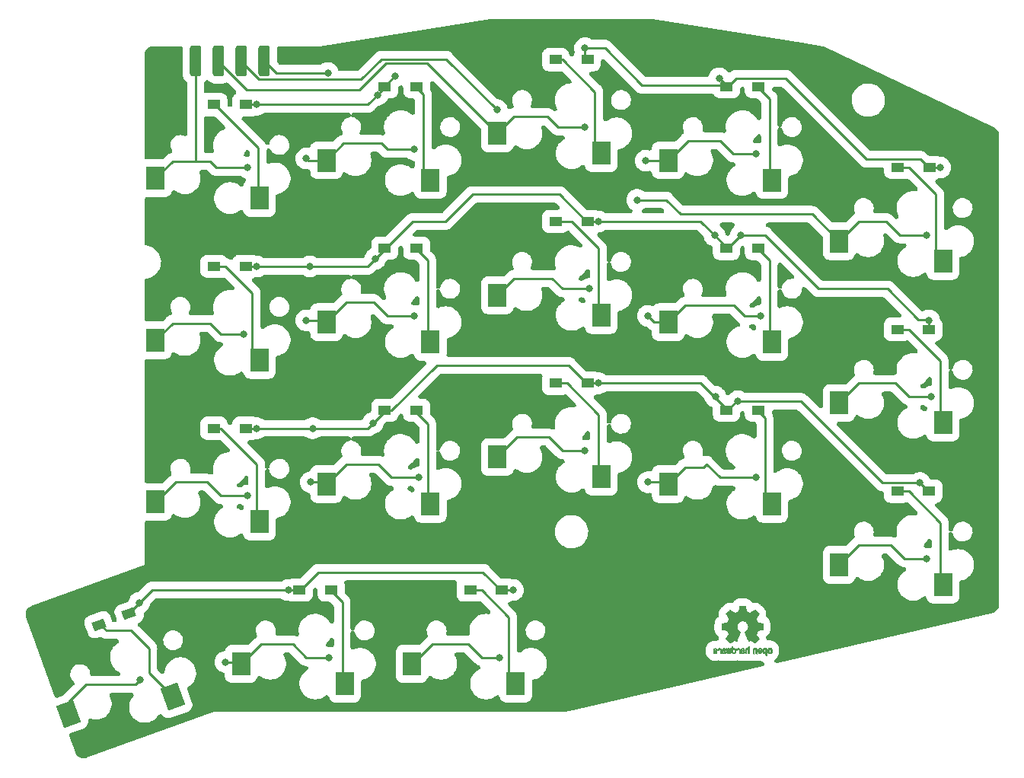
<source format=gbl>
%TF.GenerationSoftware,KiCad,Pcbnew,(7.0.0-0)*%
%TF.CreationDate,2023-03-09T15:58:59+08:00*%
%TF.ProjectId,Input,496e7075-742e-46b6-9963-61645f706362,1*%
%TF.SameCoordinates,PX7bfa480PY6052340*%
%TF.FileFunction,Copper,L2,Bot*%
%TF.FilePolarity,Positive*%
%FSLAX46Y46*%
G04 Gerber Fmt 4.6, Leading zero omitted, Abs format (unit mm)*
G04 Created by KiCad (PCBNEW (7.0.0-0)) date 2023-03-09 15:58:59*
%MOMM*%
%LPD*%
G01*
G04 APERTURE LIST*
G04 Aperture macros list*
%AMRoundRect*
0 Rectangle with rounded corners*
0 $1 Rounding radius*
0 $2 $3 $4 $5 $6 $7 $8 $9 X,Y pos of 4 corners*
0 Add a 4 corners polygon primitive as box body*
4,1,4,$2,$3,$4,$5,$6,$7,$8,$9,$2,$3,0*
0 Add four circle primitives for the rounded corners*
1,1,$1+$1,$2,$3*
1,1,$1+$1,$4,$5*
1,1,$1+$1,$6,$7*
1,1,$1+$1,$8,$9*
0 Add four rect primitives between the rounded corners*
20,1,$1+$1,$2,$3,$4,$5,0*
20,1,$1+$1,$4,$5,$6,$7,0*
20,1,$1+$1,$6,$7,$8,$9,0*
20,1,$1+$1,$8,$9,$2,$3,0*%
%AMRotRect*
0 Rectangle, with rotation*
0 The origin of the aperture is its center*
0 $1 length*
0 $2 width*
0 $3 Rotation angle, in degrees counterclockwise*
0 Add horizontal line*
21,1,$1,$2,0,0,$3*%
G04 Aperture macros list end*
%TA.AperFunction,EtchedComponent*%
%ADD10C,0.010000*%
%TD*%
%TA.AperFunction,ConnectorPad*%
%ADD11RoundRect,0.317500X0.317500X1.397000X-0.317500X1.397000X-0.317500X-1.397000X0.317500X-1.397000X0*%
%TD*%
%TA.AperFunction,SMDPad,CuDef*%
%ADD12R,2.000000X2.600000*%
%TD*%
%TA.AperFunction,SMDPad,CuDef*%
%ADD13R,1.400000X1.000000*%
%TD*%
%TA.AperFunction,SMDPad,CuDef*%
%ADD14RotRect,2.000000X2.600000X20.000000*%
%TD*%
%TA.AperFunction,SMDPad,CuDef*%
%ADD15RotRect,1.400000X1.000000X200.000000*%
%TD*%
%TA.AperFunction,ViaPad*%
%ADD16C,0.800000*%
%TD*%
%TA.AperFunction,Conductor*%
%ADD17C,0.250000*%
%TD*%
G04 APERTURE END LIST*
%TO.C,REF\u002A\u002A*%
G36*
X54482829Y-37951097D02*
G01*
X54542753Y-37973355D01*
X54567673Y-37990080D01*
X54592910Y-38014043D01*
X54610912Y-38044526D01*
X54622858Y-38086023D01*
X54629930Y-38143032D01*
X54633308Y-38220047D01*
X54634171Y-38321565D01*
X54634002Y-38374027D01*
X54633153Y-38445715D01*
X54631711Y-38502925D01*
X54629814Y-38540809D01*
X54627597Y-38554514D01*
X54613172Y-38549981D01*
X54584054Y-38537670D01*
X54583181Y-38537272D01*
X54568060Y-38529356D01*
X54557891Y-38518495D01*
X54551691Y-38499471D01*
X54548478Y-38467069D01*
X54547270Y-38416071D01*
X54547086Y-38341261D01*
X54546714Y-38293804D01*
X54542750Y-38204615D01*
X54533673Y-38139287D01*
X54518524Y-38094393D01*
X54496345Y-38066507D01*
X54466175Y-38052203D01*
X54461990Y-38051206D01*
X54405480Y-38050427D01*
X54361410Y-38075744D01*
X54330972Y-38126502D01*
X54325544Y-38141175D01*
X54313171Y-38173649D01*
X54306905Y-38188572D01*
X54294036Y-38186516D01*
X54265933Y-38175357D01*
X54239721Y-38156927D01*
X54227771Y-38122098D01*
X54231336Y-38097151D01*
X54253235Y-38046547D01*
X54288644Y-37999128D01*
X54330052Y-37966334D01*
X54347400Y-37958752D01*
X54413089Y-37946076D01*
X54482829Y-37951097D01*
G37*
D10*
X54482829Y-37951097D02*
X54542753Y-37973355D01*
X54567673Y-37990080D01*
X54592910Y-38014043D01*
X54610912Y-38044526D01*
X54622858Y-38086023D01*
X54629930Y-38143032D01*
X54633308Y-38220047D01*
X54634171Y-38321565D01*
X54634002Y-38374027D01*
X54633153Y-38445715D01*
X54631711Y-38502925D01*
X54629814Y-38540809D01*
X54627597Y-38554514D01*
X54613172Y-38549981D01*
X54584054Y-38537670D01*
X54583181Y-38537272D01*
X54568060Y-38529356D01*
X54557891Y-38518495D01*
X54551691Y-38499471D01*
X54548478Y-38467069D01*
X54547270Y-38416071D01*
X54547086Y-38341261D01*
X54546714Y-38293804D01*
X54542750Y-38204615D01*
X54533673Y-38139287D01*
X54518524Y-38094393D01*
X54496345Y-38066507D01*
X54466175Y-38052203D01*
X54461990Y-38051206D01*
X54405480Y-38050427D01*
X54361410Y-38075744D01*
X54330972Y-38126502D01*
X54325544Y-38141175D01*
X54313171Y-38173649D01*
X54306905Y-38188572D01*
X54294036Y-38186516D01*
X54265933Y-38175357D01*
X54239721Y-38156927D01*
X54227771Y-38122098D01*
X54231336Y-38097151D01*
X54253235Y-38046547D01*
X54288644Y-37999128D01*
X54330052Y-37966334D01*
X54347400Y-37958752D01*
X54413089Y-37946076D01*
X54482829Y-37951097D01*
G36*
X58431020Y-37917822D02*
G01*
X58498810Y-37949680D01*
X58554366Y-38004770D01*
X58565881Y-38022016D01*
X58575432Y-38041562D01*
X58582206Y-38066198D01*
X58586819Y-38100711D01*
X58589888Y-38149889D01*
X58592029Y-38218519D01*
X58593859Y-38311389D01*
X58598404Y-38569007D01*
X58560225Y-38554491D01*
X58525268Y-38541156D01*
X58499097Y-38528323D01*
X58482013Y-38511780D01*
X58472086Y-38486465D01*
X58467386Y-38447316D01*
X58465982Y-38389268D01*
X58465943Y-38307261D01*
X58465744Y-38241895D01*
X58464559Y-38179173D01*
X58461729Y-38136334D01*
X58456609Y-38108220D01*
X58448553Y-38089675D01*
X58436914Y-38075543D01*
X58408303Y-38055600D01*
X58360239Y-38048083D01*
X58312688Y-38067079D01*
X58309550Y-38069511D01*
X58299769Y-38080748D01*
X58292553Y-38098770D01*
X58287299Y-38128026D01*
X58283402Y-38172962D01*
X58280256Y-38238028D01*
X58277257Y-38327670D01*
X58270000Y-38567697D01*
X58208314Y-38540044D01*
X58146629Y-38512391D01*
X58146629Y-38293246D01*
X58146884Y-38233711D01*
X58149086Y-38150892D01*
X58154661Y-38089227D01*
X58164941Y-38043748D01*
X58181258Y-38009484D01*
X58204943Y-37981466D01*
X58237328Y-37954723D01*
X58283907Y-37927780D01*
X58357287Y-37910191D01*
X58431020Y-37917822D01*
G37*
X58431020Y-37917822D02*
X58498810Y-37949680D01*
X58554366Y-38004770D01*
X58565881Y-38022016D01*
X58575432Y-38041562D01*
X58582206Y-38066198D01*
X58586819Y-38100711D01*
X58589888Y-38149889D01*
X58592029Y-38218519D01*
X58593859Y-38311389D01*
X58598404Y-38569007D01*
X58560225Y-38554491D01*
X58525268Y-38541156D01*
X58499097Y-38528323D01*
X58482013Y-38511780D01*
X58472086Y-38486465D01*
X58467386Y-38447316D01*
X58465982Y-38389268D01*
X58465943Y-38307261D01*
X58465744Y-38241895D01*
X58464559Y-38179173D01*
X58461729Y-38136334D01*
X58456609Y-38108220D01*
X58448553Y-38089675D01*
X58436914Y-38075543D01*
X58408303Y-38055600D01*
X58360239Y-38048083D01*
X58312688Y-38067079D01*
X58309550Y-38069511D01*
X58299769Y-38080748D01*
X58292553Y-38098770D01*
X58287299Y-38128026D01*
X58283402Y-38172962D01*
X58280256Y-38238028D01*
X58277257Y-38327670D01*
X58270000Y-38567697D01*
X58208314Y-38540044D01*
X58146629Y-38512391D01*
X58146629Y-38293246D01*
X58146884Y-38233711D01*
X58149086Y-38150892D01*
X58154661Y-38089227D01*
X58164941Y-38043748D01*
X58181258Y-38009484D01*
X58204943Y-37981466D01*
X58237328Y-37954723D01*
X58283907Y-37927780D01*
X58357287Y-37910191D01*
X58431020Y-37917822D01*
G36*
X56607691Y-37966467D02*
G01*
X56612273Y-37969003D01*
X56649704Y-37998057D01*
X56683170Y-38035410D01*
X56689007Y-38043852D01*
X56700165Y-38063553D01*
X56708136Y-38086935D01*
X56713618Y-38119067D01*
X56717307Y-38165019D01*
X56719899Y-38229859D01*
X56722092Y-38318657D01*
X56722402Y-38333669D01*
X56723400Y-38430999D01*
X56721994Y-38499934D01*
X56718164Y-38540948D01*
X56711889Y-38554514D01*
X56692898Y-38550452D01*
X56660638Y-38538144D01*
X56653041Y-38534545D01*
X56641176Y-38526398D01*
X56632994Y-38513004D01*
X56627643Y-38489608D01*
X56624269Y-38451455D01*
X56622019Y-38393790D01*
X56620040Y-38311857D01*
X56619498Y-38287907D01*
X56617403Y-38212266D01*
X56614683Y-38159328D01*
X56610515Y-38124075D01*
X56604079Y-38101487D01*
X56594550Y-38086544D01*
X56581106Y-38074227D01*
X56541305Y-38052634D01*
X56492341Y-38048476D01*
X56448529Y-38064999D01*
X56417008Y-38099210D01*
X56404914Y-38148114D01*
X56404578Y-38161407D01*
X56397972Y-38185472D01*
X56378470Y-38189144D01*
X56340283Y-38174813D01*
X56331438Y-38170217D01*
X56307534Y-38143186D01*
X56307061Y-38102994D01*
X56329836Y-38047409D01*
X56350727Y-38017117D01*
X56404142Y-37974084D01*
X56470074Y-37949755D01*
X56540574Y-37946443D01*
X56607691Y-37966467D01*
G37*
X56607691Y-37966467D02*
X56612273Y-37969003D01*
X56649704Y-37998057D01*
X56683170Y-38035410D01*
X56689007Y-38043852D01*
X56700165Y-38063553D01*
X56708136Y-38086935D01*
X56713618Y-38119067D01*
X56717307Y-38165019D01*
X56719899Y-38229859D01*
X56722092Y-38318657D01*
X56722402Y-38333669D01*
X56723400Y-38430999D01*
X56721994Y-38499934D01*
X56718164Y-38540948D01*
X56711889Y-38554514D01*
X56692898Y-38550452D01*
X56660638Y-38538144D01*
X56653041Y-38534545D01*
X56641176Y-38526398D01*
X56632994Y-38513004D01*
X56627643Y-38489608D01*
X56624269Y-38451455D01*
X56622019Y-38393790D01*
X56620040Y-38311857D01*
X56619498Y-38287907D01*
X56617403Y-38212266D01*
X56614683Y-38159328D01*
X56610515Y-38124075D01*
X56604079Y-38101487D01*
X56594550Y-38086544D01*
X56581106Y-38074227D01*
X56541305Y-38052634D01*
X56492341Y-38048476D01*
X56448529Y-38064999D01*
X56417008Y-38099210D01*
X56404914Y-38148114D01*
X56404578Y-38161407D01*
X56397972Y-38185472D01*
X56378470Y-38189144D01*
X56340283Y-38174813D01*
X56331438Y-38170217D01*
X56307534Y-38143186D01*
X56307061Y-38102994D01*
X56329836Y-38047409D01*
X56350727Y-38017117D01*
X56404142Y-37974084D01*
X56470074Y-37949755D01*
X56540574Y-37946443D01*
X56607691Y-37966467D01*
G36*
X57678543Y-37749444D02*
G01*
X57725714Y-37769342D01*
X57725714Y-38166509D01*
X57725519Y-38269498D01*
X57724998Y-38362141D01*
X57724199Y-38440700D01*
X57723172Y-38501439D01*
X57721963Y-38540623D01*
X57720623Y-38554514D01*
X57720099Y-38554468D01*
X57702287Y-38549420D01*
X57669823Y-38538580D01*
X57624114Y-38522646D01*
X57624114Y-38318173D01*
X57623824Y-38237832D01*
X57622474Y-38179562D01*
X57619369Y-38139909D01*
X57613812Y-38113618D01*
X57605107Y-38095436D01*
X57592556Y-38080107D01*
X57583999Y-38071955D01*
X57537728Y-38049375D01*
X57486728Y-38051375D01*
X57439993Y-38078073D01*
X57433189Y-38084698D01*
X57422293Y-38098456D01*
X57414836Y-38116642D01*
X57410169Y-38144177D01*
X57407642Y-38185981D01*
X57406602Y-38246973D01*
X57406400Y-38332073D01*
X57406303Y-38375234D01*
X57405674Y-38446224D01*
X57404556Y-38503076D01*
X57403063Y-38540828D01*
X57401309Y-38554514D01*
X57400785Y-38554468D01*
X57382973Y-38549420D01*
X57350509Y-38538580D01*
X57304800Y-38522646D01*
X57304823Y-38317237D01*
X57304857Y-38298951D01*
X57306778Y-38203626D01*
X57312678Y-38131543D01*
X57324001Y-38077813D01*
X57342187Y-38037549D01*
X57368679Y-38005861D01*
X57404918Y-37977861D01*
X57440263Y-37960333D01*
X57496773Y-37946785D01*
X57552356Y-37946015D01*
X57595086Y-37959195D01*
X57598298Y-37961015D01*
X57608205Y-37960820D01*
X57614975Y-37945572D01*
X57619861Y-37910613D01*
X57624114Y-37851289D01*
X57631371Y-37729547D01*
X57678543Y-37749444D01*
G37*
X57678543Y-37749444D02*
X57725714Y-37769342D01*
X57725714Y-38166509D01*
X57725519Y-38269498D01*
X57724998Y-38362141D01*
X57724199Y-38440700D01*
X57723172Y-38501439D01*
X57721963Y-38540623D01*
X57720623Y-38554514D01*
X57720099Y-38554468D01*
X57702287Y-38549420D01*
X57669823Y-38538580D01*
X57624114Y-38522646D01*
X57624114Y-38318173D01*
X57623824Y-38237832D01*
X57622474Y-38179562D01*
X57619369Y-38139909D01*
X57613812Y-38113618D01*
X57605107Y-38095436D01*
X57592556Y-38080107D01*
X57583999Y-38071955D01*
X57537728Y-38049375D01*
X57486728Y-38051375D01*
X57439993Y-38078073D01*
X57433189Y-38084698D01*
X57422293Y-38098456D01*
X57414836Y-38116642D01*
X57410169Y-38144177D01*
X57407642Y-38185981D01*
X57406602Y-38246973D01*
X57406400Y-38332073D01*
X57406303Y-38375234D01*
X57405674Y-38446224D01*
X57404556Y-38503076D01*
X57403063Y-38540828D01*
X57401309Y-38554514D01*
X57400785Y-38554468D01*
X57382973Y-38549420D01*
X57350509Y-38538580D01*
X57304800Y-38522646D01*
X57304823Y-38317237D01*
X57304857Y-38298951D01*
X57306778Y-38203626D01*
X57312678Y-38131543D01*
X57324001Y-38077813D01*
X57342187Y-38037549D01*
X57368679Y-38005861D01*
X57404918Y-37977861D01*
X57440263Y-37960333D01*
X57496773Y-37946785D01*
X57552356Y-37946015D01*
X57595086Y-37959195D01*
X57598298Y-37961015D01*
X57608205Y-37960820D01*
X57614975Y-37945572D01*
X57619861Y-37910613D01*
X57624114Y-37851289D01*
X57631371Y-37729547D01*
X57678543Y-37749444D01*
G36*
X55653941Y-37949282D02*
G01*
X55685774Y-37961758D01*
X55722743Y-37978602D01*
X55722743Y-38465196D01*
X55676812Y-38511127D01*
X55666320Y-38521427D01*
X55637255Y-38544320D01*
X55607943Y-38551735D01*
X55564326Y-38548321D01*
X55546568Y-38546114D01*
X55500767Y-38541445D01*
X55468743Y-38539585D01*
X55459244Y-38539869D01*
X55420274Y-38542948D01*
X55373160Y-38548321D01*
X55358085Y-38550168D01*
X55320110Y-38550893D01*
X55292325Y-38539429D01*
X55260674Y-38511127D01*
X55214743Y-38465196D01*
X55214743Y-38205055D01*
X55215101Y-38128180D01*
X55216216Y-38054886D01*
X55217952Y-37996850D01*
X55220167Y-37958663D01*
X55222721Y-37944914D01*
X55223256Y-37944951D01*
X55241808Y-37951793D01*
X55273153Y-37966868D01*
X55315608Y-37988822D01*
X55319604Y-38217240D01*
X55323600Y-38445657D01*
X55410686Y-38445657D01*
X55414657Y-38195286D01*
X55415916Y-38127227D01*
X55417718Y-38054482D01*
X55419671Y-37996730D01*
X55421612Y-37958648D01*
X55423377Y-37944914D01*
X55423885Y-37944962D01*
X55441482Y-37950015D01*
X55473834Y-37960849D01*
X55519543Y-37976783D01*
X55519765Y-38196706D01*
X55519988Y-38234909D01*
X55521531Y-38309146D01*
X55524292Y-38371145D01*
X55527977Y-38415308D01*
X55532292Y-38436041D01*
X55547732Y-38447131D01*
X55579241Y-38450556D01*
X55613886Y-38445657D01*
X55617857Y-38195286D01*
X55619278Y-38131663D01*
X55622225Y-38056356D01*
X55626079Y-37997286D01*
X55630542Y-37958718D01*
X55635317Y-37944914D01*
X55653941Y-37949282D01*
G37*
X55653941Y-37949282D02*
X55685774Y-37961758D01*
X55722743Y-37978602D01*
X55722743Y-38465196D01*
X55676812Y-38511127D01*
X55666320Y-38521427D01*
X55637255Y-38544320D01*
X55607943Y-38551735D01*
X55564326Y-38548321D01*
X55546568Y-38546114D01*
X55500767Y-38541445D01*
X55468743Y-38539585D01*
X55459244Y-38539869D01*
X55420274Y-38542948D01*
X55373160Y-38548321D01*
X55358085Y-38550168D01*
X55320110Y-38550893D01*
X55292325Y-38539429D01*
X55260674Y-38511127D01*
X55214743Y-38465196D01*
X55214743Y-38205055D01*
X55215101Y-38128180D01*
X55216216Y-38054886D01*
X55217952Y-37996850D01*
X55220167Y-37958663D01*
X55222721Y-37944914D01*
X55223256Y-37944951D01*
X55241808Y-37951793D01*
X55273153Y-37966868D01*
X55315608Y-37988822D01*
X55319604Y-38217240D01*
X55323600Y-38445657D01*
X55410686Y-38445657D01*
X55414657Y-38195286D01*
X55415916Y-38127227D01*
X55417718Y-38054482D01*
X55419671Y-37996730D01*
X55421612Y-37958648D01*
X55423377Y-37944914D01*
X55423885Y-37944962D01*
X55441482Y-37950015D01*
X55473834Y-37960849D01*
X55519543Y-37976783D01*
X55519765Y-38196706D01*
X55519988Y-38234909D01*
X55521531Y-38309146D01*
X55524292Y-38371145D01*
X55527977Y-38415308D01*
X55532292Y-38436041D01*
X55547732Y-38447131D01*
X55579241Y-38450556D01*
X55613886Y-38445657D01*
X55617857Y-38195286D01*
X55619278Y-38131663D01*
X55622225Y-38056356D01*
X55626079Y-37997286D01*
X55630542Y-37958718D01*
X55635317Y-37944914D01*
X55653941Y-37949282D01*
G36*
X60265678Y-38230192D02*
G01*
X60265714Y-38235200D01*
X60265701Y-38250935D01*
X60264914Y-38321119D01*
X60262210Y-38370022D01*
X60256606Y-38404178D01*
X60247119Y-38430124D01*
X60232768Y-38454397D01*
X60229237Y-38459433D01*
X60191878Y-38499143D01*
X60149311Y-38529092D01*
X60127452Y-38538810D01*
X60048908Y-38555020D01*
X59971231Y-38544535D01*
X59899645Y-38508707D01*
X59839374Y-38448887D01*
X59834286Y-38440873D01*
X59817730Y-38394342D01*
X59806573Y-38329552D01*
X59801160Y-38254727D01*
X59801768Y-38185513D01*
X59948248Y-38185513D01*
X59949402Y-38281399D01*
X59949866Y-38287569D01*
X59956629Y-38340478D01*
X59968671Y-38374029D01*
X59989005Y-38397016D01*
X60023097Y-38418548D01*
X60056814Y-38419680D01*
X60091543Y-38394857D01*
X60097584Y-38388325D01*
X60109417Y-38368779D01*
X60116404Y-38340386D01*
X60119727Y-38296430D01*
X60120571Y-38230192D01*
X60119125Y-38168150D01*
X60111907Y-38109042D01*
X60097006Y-38071686D01*
X60072636Y-38052152D01*
X60037008Y-38046514D01*
X60023440Y-38047635D01*
X59985430Y-38068194D01*
X59960312Y-38114299D01*
X59948248Y-38185513D01*
X59801768Y-38185513D01*
X59801833Y-38178096D01*
X59808937Y-38107882D01*
X59822815Y-38052312D01*
X59840649Y-38015301D01*
X59890855Y-37957733D01*
X59958885Y-37921962D01*
X60042158Y-37909665D01*
X60064398Y-37910331D01*
X60129891Y-37923947D01*
X60183687Y-37958249D01*
X60233057Y-38017338D01*
X60235995Y-38021722D01*
X60249287Y-38045299D01*
X60257932Y-38071949D01*
X60262904Y-38108159D01*
X60265174Y-38160413D01*
X60265678Y-38230192D01*
G37*
X60265678Y-38230192D02*
X60265714Y-38235200D01*
X60265701Y-38250935D01*
X60264914Y-38321119D01*
X60262210Y-38370022D01*
X60256606Y-38404178D01*
X60247119Y-38430124D01*
X60232768Y-38454397D01*
X60229237Y-38459433D01*
X60191878Y-38499143D01*
X60149311Y-38529092D01*
X60127452Y-38538810D01*
X60048908Y-38555020D01*
X59971231Y-38544535D01*
X59899645Y-38508707D01*
X59839374Y-38448887D01*
X59834286Y-38440873D01*
X59817730Y-38394342D01*
X59806573Y-38329552D01*
X59801160Y-38254727D01*
X59801768Y-38185513D01*
X59948248Y-38185513D01*
X59949402Y-38281399D01*
X59949866Y-38287569D01*
X59956629Y-38340478D01*
X59968671Y-38374029D01*
X59989005Y-38397016D01*
X60023097Y-38418548D01*
X60056814Y-38419680D01*
X60091543Y-38394857D01*
X60097584Y-38388325D01*
X60109417Y-38368779D01*
X60116404Y-38340386D01*
X60119727Y-38296430D01*
X60120571Y-38230192D01*
X60119125Y-38168150D01*
X60111907Y-38109042D01*
X60097006Y-38071686D01*
X60072636Y-38052152D01*
X60037008Y-38046514D01*
X60023440Y-38047635D01*
X59985430Y-38068194D01*
X59960312Y-38114299D01*
X59948248Y-38185513D01*
X59801768Y-38185513D01*
X59801833Y-38178096D01*
X59808937Y-38107882D01*
X59822815Y-38052312D01*
X59840649Y-38015301D01*
X59890855Y-37957733D01*
X59958885Y-37921962D01*
X60042158Y-37909665D01*
X60064398Y-37910331D01*
X60129891Y-37923947D01*
X60183687Y-37958249D01*
X60233057Y-38017338D01*
X60235995Y-38021722D01*
X60249287Y-38045299D01*
X60257932Y-38071949D01*
X60262904Y-38108159D01*
X60265174Y-38160413D01*
X60265678Y-38230192D01*
G36*
X54139628Y-38206247D02*
G01*
X54140590Y-38252622D01*
X54140307Y-38291305D01*
X54136762Y-38367521D01*
X54127483Y-38423294D01*
X54110375Y-38464613D01*
X54083344Y-38497467D01*
X54044292Y-38527846D01*
X54019445Y-38541660D01*
X53979615Y-38550965D01*
X53923665Y-38550230D01*
X53892385Y-38547283D01*
X53854653Y-38538283D01*
X53824494Y-38518720D01*
X53789408Y-38482267D01*
X53784720Y-38476943D01*
X53753177Y-38435969D01*
X53738128Y-38400283D01*
X53734286Y-38357966D01*
X53734286Y-38295779D01*
X53777742Y-38312182D01*
X53809424Y-38331356D01*
X53836962Y-38376347D01*
X53842711Y-38390752D01*
X53874855Y-38431546D01*
X53918611Y-38452081D01*
X53966254Y-38450235D01*
X54010057Y-38423886D01*
X54025111Y-38407455D01*
X54038763Y-38382667D01*
X54034493Y-38360144D01*
X54009916Y-38336964D01*
X53962651Y-38310202D01*
X53890314Y-38276934D01*
X53741543Y-38211816D01*
X53737595Y-38147308D01*
X53739079Y-38106220D01*
X53836010Y-38106220D01*
X53843368Y-38131657D01*
X53876848Y-38158814D01*
X53937614Y-38189714D01*
X53947669Y-38194190D01*
X53995751Y-38215017D01*
X54031726Y-38229665D01*
X54048444Y-38235200D01*
X54050977Y-38231126D01*
X54051993Y-38206247D01*
X54048369Y-38166257D01*
X54039242Y-38127152D01*
X54010773Y-38077884D01*
X53969678Y-38050122D01*
X53920590Y-38046364D01*
X53868144Y-38069109D01*
X53853609Y-38080481D01*
X53836010Y-38106220D01*
X53739079Y-38106220D01*
X53739338Y-38099064D01*
X53761281Y-38038096D01*
X53788979Y-38004497D01*
X53846405Y-37966966D01*
X53914527Y-37948006D01*
X53984947Y-37949507D01*
X54049267Y-37973355D01*
X54063426Y-37982513D01*
X54095904Y-38010849D01*
X54118116Y-38046695D01*
X54131804Y-38095384D01*
X54138715Y-38162249D01*
X54139628Y-38206247D01*
G37*
X54139628Y-38206247D02*
X54140590Y-38252622D01*
X54140307Y-38291305D01*
X54136762Y-38367521D01*
X54127483Y-38423294D01*
X54110375Y-38464613D01*
X54083344Y-38497467D01*
X54044292Y-38527846D01*
X54019445Y-38541660D01*
X53979615Y-38550965D01*
X53923665Y-38550230D01*
X53892385Y-38547283D01*
X53854653Y-38538283D01*
X53824494Y-38518720D01*
X53789408Y-38482267D01*
X53784720Y-38476943D01*
X53753177Y-38435969D01*
X53738128Y-38400283D01*
X53734286Y-38357966D01*
X53734286Y-38295779D01*
X53777742Y-38312182D01*
X53809424Y-38331356D01*
X53836962Y-38376347D01*
X53842711Y-38390752D01*
X53874855Y-38431546D01*
X53918611Y-38452081D01*
X53966254Y-38450235D01*
X54010057Y-38423886D01*
X54025111Y-38407455D01*
X54038763Y-38382667D01*
X54034493Y-38360144D01*
X54009916Y-38336964D01*
X53962651Y-38310202D01*
X53890314Y-38276934D01*
X53741543Y-38211816D01*
X53737595Y-38147308D01*
X53739079Y-38106220D01*
X53836010Y-38106220D01*
X53843368Y-38131657D01*
X53876848Y-38158814D01*
X53937614Y-38189714D01*
X53947669Y-38194190D01*
X53995751Y-38215017D01*
X54031726Y-38229665D01*
X54048444Y-38235200D01*
X54050977Y-38231126D01*
X54051993Y-38206247D01*
X54048369Y-38166257D01*
X54039242Y-38127152D01*
X54010773Y-38077884D01*
X53969678Y-38050122D01*
X53920590Y-38046364D01*
X53868144Y-38069109D01*
X53853609Y-38080481D01*
X53836010Y-38106220D01*
X53739079Y-38106220D01*
X53739338Y-38099064D01*
X53761281Y-38038096D01*
X53788979Y-38004497D01*
X53846405Y-37966966D01*
X53914527Y-37948006D01*
X53984947Y-37949507D01*
X54049267Y-37973355D01*
X54063426Y-37982513D01*
X54095904Y-38010849D01*
X54118116Y-38046695D01*
X54131804Y-38095384D01*
X54138715Y-38162249D01*
X54139628Y-38206247D01*
G36*
X56230542Y-38245647D02*
G01*
X56230698Y-38249714D01*
X56229537Y-38306313D01*
X56221345Y-38383462D01*
X56203519Y-38441276D01*
X56173975Y-38485422D01*
X56130625Y-38521568D01*
X56089332Y-38542463D01*
X56019987Y-38554090D01*
X55950736Y-38541377D01*
X55888145Y-38505945D01*
X55838779Y-38449418D01*
X55832818Y-38438995D01*
X55824945Y-38420733D01*
X55819106Y-38397429D01*
X55814999Y-38365085D01*
X55812325Y-38319704D01*
X55810781Y-38257287D01*
X55810734Y-38251748D01*
X55911429Y-38251748D01*
X55911772Y-38304577D01*
X55913942Y-38352362D01*
X55919307Y-38383209D01*
X55929217Y-38403935D01*
X55945021Y-38421356D01*
X55948724Y-38424705D01*
X55996299Y-38449419D01*
X56046635Y-38446890D01*
X56093517Y-38417288D01*
X56107477Y-38401953D01*
X56119160Y-38381622D01*
X56125686Y-38353514D01*
X56128524Y-38310550D01*
X56129143Y-38245647D01*
X56128837Y-38196122D01*
X56126722Y-38147782D01*
X56121390Y-38116587D01*
X56111460Y-38095647D01*
X56095550Y-38078073D01*
X56086204Y-38070159D01*
X56037776Y-38048843D01*
X55987040Y-38052198D01*
X55942987Y-38080107D01*
X55933504Y-38091173D01*
X55921939Y-38112009D01*
X55915252Y-38141106D01*
X55912173Y-38185381D01*
X55911429Y-38251748D01*
X55810734Y-38251748D01*
X55810067Y-38173837D01*
X55809883Y-38065358D01*
X55809829Y-37728601D01*
X55857000Y-37748362D01*
X55869472Y-37753770D01*
X55889324Y-37765985D01*
X55900687Y-37784482D01*
X55906933Y-37816829D01*
X55911429Y-37870593D01*
X55915535Y-37918866D01*
X55920963Y-37950557D01*
X55928739Y-37962383D01*
X55940457Y-37959212D01*
X55970318Y-37948067D01*
X56023684Y-37945304D01*
X56081093Y-37955625D01*
X56130625Y-37977861D01*
X56157876Y-37998443D01*
X56192865Y-38038600D01*
X56215274Y-38090086D01*
X56227190Y-38158568D01*
X56230542Y-38245647D01*
G37*
X56230542Y-38245647D02*
X56230698Y-38249714D01*
X56229537Y-38306313D01*
X56221345Y-38383462D01*
X56203519Y-38441276D01*
X56173975Y-38485422D01*
X56130625Y-38521568D01*
X56089332Y-38542463D01*
X56019987Y-38554090D01*
X55950736Y-38541377D01*
X55888145Y-38505945D01*
X55838779Y-38449418D01*
X55832818Y-38438995D01*
X55824945Y-38420733D01*
X55819106Y-38397429D01*
X55814999Y-38365085D01*
X55812325Y-38319704D01*
X55810781Y-38257287D01*
X55810734Y-38251748D01*
X55911429Y-38251748D01*
X55911772Y-38304577D01*
X55913942Y-38352362D01*
X55919307Y-38383209D01*
X55929217Y-38403935D01*
X55945021Y-38421356D01*
X55948724Y-38424705D01*
X55996299Y-38449419D01*
X56046635Y-38446890D01*
X56093517Y-38417288D01*
X56107477Y-38401953D01*
X56119160Y-38381622D01*
X56125686Y-38353514D01*
X56128524Y-38310550D01*
X56129143Y-38245647D01*
X56128837Y-38196122D01*
X56126722Y-38147782D01*
X56121390Y-38116587D01*
X56111460Y-38095647D01*
X56095550Y-38078073D01*
X56086204Y-38070159D01*
X56037776Y-38048843D01*
X55987040Y-38052198D01*
X55942987Y-38080107D01*
X55933504Y-38091173D01*
X55921939Y-38112009D01*
X55915252Y-38141106D01*
X55912173Y-38185381D01*
X55911429Y-38251748D01*
X55810734Y-38251748D01*
X55810067Y-38173837D01*
X55809883Y-38065358D01*
X55809829Y-37728601D01*
X55857000Y-37748362D01*
X55869472Y-37753770D01*
X55889324Y-37765985D01*
X55900687Y-37784482D01*
X55906933Y-37816829D01*
X55911429Y-37870593D01*
X55915535Y-37918866D01*
X55920963Y-37950557D01*
X55928739Y-37962383D01*
X55940457Y-37959212D01*
X55970318Y-37948067D01*
X56023684Y-37945304D01*
X56081093Y-37955625D01*
X56130625Y-37977861D01*
X56157876Y-37998443D01*
X56192865Y-38038600D01*
X56215274Y-38090086D01*
X56227190Y-38158568D01*
X56230542Y-38245647D01*
G36*
X59156767Y-38142748D02*
G01*
X59162299Y-38194055D01*
X59157684Y-38304078D01*
X59155078Y-38327387D01*
X59135660Y-38410352D01*
X59100573Y-38473448D01*
X59047212Y-38521808D01*
X59044196Y-38523804D01*
X58976362Y-38552185D01*
X58905535Y-38554711D01*
X58837289Y-38533097D01*
X58777196Y-38489062D01*
X58730829Y-38424322D01*
X58730050Y-38422761D01*
X58714643Y-38382558D01*
X58703357Y-38336866D01*
X58697370Y-38293972D01*
X58697861Y-38262160D01*
X58706007Y-38249714D01*
X58713244Y-38250471D01*
X58747851Y-38264235D01*
X58787078Y-38289546D01*
X58820448Y-38318845D01*
X58837483Y-38344572D01*
X58855192Y-38379471D01*
X58891485Y-38411212D01*
X58933630Y-38423886D01*
X58949077Y-38420221D01*
X58979569Y-38401774D01*
X59006128Y-38376166D01*
X59017486Y-38352934D01*
X59017482Y-38352848D01*
X59004596Y-38342179D01*
X58970241Y-38322933D01*
X58919593Y-38297813D01*
X58857829Y-38269524D01*
X58857489Y-38269374D01*
X58790388Y-38239498D01*
X58745411Y-38217973D01*
X58718145Y-38201437D01*
X58704178Y-38186531D01*
X58699097Y-38169893D01*
X58698490Y-38148162D01*
X58702712Y-38107013D01*
X58846000Y-38107013D01*
X58860791Y-38119949D01*
X58897644Y-38139333D01*
X58898725Y-38139881D01*
X58942205Y-38160587D01*
X58981102Y-38177105D01*
X59005778Y-38184093D01*
X59015676Y-38174753D01*
X59017486Y-38142748D01*
X59009966Y-38102915D01*
X58983897Y-38066717D01*
X58946154Y-38047950D01*
X58904077Y-38049845D01*
X58865005Y-38075632D01*
X58849647Y-38093451D01*
X58846000Y-38107013D01*
X58702712Y-38107013D01*
X58703833Y-38096086D01*
X58730251Y-38025335D01*
X58774473Y-37969735D01*
X58831697Y-37931239D01*
X58897120Y-37911797D01*
X58965937Y-37913359D01*
X59033347Y-37937878D01*
X59094544Y-37987302D01*
X59128450Y-38036212D01*
X59152806Y-38106027D01*
X59156767Y-38142748D01*
G37*
X59156767Y-38142748D02*
X59162299Y-38194055D01*
X59157684Y-38304078D01*
X59155078Y-38327387D01*
X59135660Y-38410352D01*
X59100573Y-38473448D01*
X59047212Y-38521808D01*
X59044196Y-38523804D01*
X58976362Y-38552185D01*
X58905535Y-38554711D01*
X58837289Y-38533097D01*
X58777196Y-38489062D01*
X58730829Y-38424322D01*
X58730050Y-38422761D01*
X58714643Y-38382558D01*
X58703357Y-38336866D01*
X58697370Y-38293972D01*
X58697861Y-38262160D01*
X58706007Y-38249714D01*
X58713244Y-38250471D01*
X58747851Y-38264235D01*
X58787078Y-38289546D01*
X58820448Y-38318845D01*
X58837483Y-38344572D01*
X58855192Y-38379471D01*
X58891485Y-38411212D01*
X58933630Y-38423886D01*
X58949077Y-38420221D01*
X58979569Y-38401774D01*
X59006128Y-38376166D01*
X59017486Y-38352934D01*
X59017482Y-38352848D01*
X59004596Y-38342179D01*
X58970241Y-38322933D01*
X58919593Y-38297813D01*
X58857829Y-38269524D01*
X58857489Y-38269374D01*
X58790388Y-38239498D01*
X58745411Y-38217973D01*
X58718145Y-38201437D01*
X58704178Y-38186531D01*
X58699097Y-38169893D01*
X58698490Y-38148162D01*
X58702712Y-38107013D01*
X58846000Y-38107013D01*
X58860791Y-38119949D01*
X58897644Y-38139333D01*
X58898725Y-38139881D01*
X58942205Y-38160587D01*
X58981102Y-38177105D01*
X59005778Y-38184093D01*
X59015676Y-38174753D01*
X59017486Y-38142748D01*
X59009966Y-38102915D01*
X58983897Y-38066717D01*
X58946154Y-38047950D01*
X58904077Y-38049845D01*
X58865005Y-38075632D01*
X58849647Y-38093451D01*
X58846000Y-38107013D01*
X58702712Y-38107013D01*
X58703833Y-38096086D01*
X58730251Y-38025335D01*
X58774473Y-37969735D01*
X58831697Y-37931239D01*
X58897120Y-37911797D01*
X58965937Y-37913359D01*
X59033347Y-37937878D01*
X59094544Y-37987302D01*
X59128450Y-38036212D01*
X59152806Y-38106027D01*
X59156767Y-38142748D01*
G36*
X57089483Y-37960569D02*
G01*
X57139376Y-37989661D01*
X57161325Y-38012327D01*
X57203504Y-38080082D01*
X57217714Y-38153950D01*
X57217714Y-38204770D01*
X57170999Y-38185128D01*
X57138692Y-38165308D01*
X57113231Y-38124160D01*
X57110616Y-38115675D01*
X57082478Y-38072451D01*
X57040067Y-38049103D01*
X56991370Y-38048100D01*
X56944373Y-38071914D01*
X56937357Y-38078056D01*
X56913893Y-38104745D01*
X56910019Y-38128014D01*
X56927768Y-38150862D01*
X56969179Y-38176287D01*
X57036286Y-38207288D01*
X57040824Y-38209252D01*
X57115322Y-38243990D01*
X57166203Y-38274763D01*
X57197525Y-38305488D01*
X57213343Y-38340082D01*
X57217714Y-38382462D01*
X57211986Y-38429446D01*
X57183062Y-38489585D01*
X57132178Y-38532788D01*
X57095374Y-38545759D01*
X57043434Y-38552856D01*
X56992999Y-38551340D01*
X56956983Y-38540632D01*
X56953158Y-38537966D01*
X56942998Y-38519337D01*
X56950048Y-38486505D01*
X56962297Y-38460735D01*
X56981939Y-38450006D01*
X57019191Y-38450539D01*
X57070908Y-38447462D01*
X57104701Y-38426212D01*
X57116114Y-38386877D01*
X57116104Y-38385747D01*
X57109187Y-38362913D01*
X57085659Y-38341963D01*
X57039914Y-38317815D01*
X56977704Y-38288741D01*
X56936499Y-38272925D01*
X56912712Y-38273944D01*
X56901597Y-38294837D01*
X56898408Y-38338641D01*
X56898400Y-38408393D01*
X56898044Y-38451452D01*
X56896413Y-38504626D01*
X56893761Y-38541022D01*
X56890422Y-38554514D01*
X56889530Y-38554423D01*
X56870237Y-38547110D01*
X56838284Y-38531678D01*
X56794124Y-38508842D01*
X56799371Y-38303078D01*
X56799736Y-38289432D01*
X56803904Y-38193651D01*
X56811268Y-38121462D01*
X56823330Y-38068058D01*
X56841593Y-38028633D01*
X56867560Y-37998380D01*
X56902733Y-37972493D01*
X56903384Y-37972087D01*
X56960256Y-37950968D01*
X57026033Y-37947400D01*
X57089483Y-37960569D01*
G37*
X57089483Y-37960569D02*
X57139376Y-37989661D01*
X57161325Y-38012327D01*
X57203504Y-38080082D01*
X57217714Y-38153950D01*
X57217714Y-38204770D01*
X57170999Y-38185128D01*
X57138692Y-38165308D01*
X57113231Y-38124160D01*
X57110616Y-38115675D01*
X57082478Y-38072451D01*
X57040067Y-38049103D01*
X56991370Y-38048100D01*
X56944373Y-38071914D01*
X56937357Y-38078056D01*
X56913893Y-38104745D01*
X56910019Y-38128014D01*
X56927768Y-38150862D01*
X56969179Y-38176287D01*
X57036286Y-38207288D01*
X57040824Y-38209252D01*
X57115322Y-38243990D01*
X57166203Y-38274763D01*
X57197525Y-38305488D01*
X57213343Y-38340082D01*
X57217714Y-38382462D01*
X57211986Y-38429446D01*
X57183062Y-38489585D01*
X57132178Y-38532788D01*
X57095374Y-38545759D01*
X57043434Y-38552856D01*
X56992999Y-38551340D01*
X56956983Y-38540632D01*
X56953158Y-38537966D01*
X56942998Y-38519337D01*
X56950048Y-38486505D01*
X56962297Y-38460735D01*
X56981939Y-38450006D01*
X57019191Y-38450539D01*
X57070908Y-38447462D01*
X57104701Y-38426212D01*
X57116114Y-38386877D01*
X57116104Y-38385747D01*
X57109187Y-38362913D01*
X57085659Y-38341963D01*
X57039914Y-38317815D01*
X56977704Y-38288741D01*
X56936499Y-38272925D01*
X56912712Y-38273944D01*
X56901597Y-38294837D01*
X56898408Y-38338641D01*
X56898400Y-38408393D01*
X56898044Y-38451452D01*
X56896413Y-38504626D01*
X56893761Y-38541022D01*
X56890422Y-38554514D01*
X56889530Y-38554423D01*
X56870237Y-38547110D01*
X56838284Y-38531678D01*
X56794124Y-38508842D01*
X56799371Y-38303078D01*
X56799736Y-38289432D01*
X56803904Y-38193651D01*
X56811268Y-38121462D01*
X56823330Y-38068058D01*
X56841593Y-38028633D01*
X56867560Y-37998380D01*
X56902733Y-37972493D01*
X56903384Y-37972087D01*
X56960256Y-37950968D01*
X57026033Y-37947400D01*
X57089483Y-37960569D01*
G36*
X59708528Y-38228603D02*
G01*
X59709815Y-38301524D01*
X59711252Y-38413000D01*
X59711651Y-38445339D01*
X59712929Y-38553455D01*
X59713185Y-38636186D01*
X59711634Y-38696426D01*
X59707490Y-38737073D01*
X59699964Y-38761023D01*
X59688271Y-38771171D01*
X59671624Y-38770414D01*
X59649236Y-38761648D01*
X59620321Y-38747769D01*
X59614142Y-38744808D01*
X59588413Y-38730311D01*
X59574976Y-38713065D01*
X59569834Y-38684308D01*
X59568990Y-38635283D01*
X59568952Y-38547257D01*
X59478276Y-38547257D01*
X59422498Y-38544815D01*
X59378640Y-38534908D01*
X59342218Y-38514886D01*
X59339503Y-38512929D01*
X59302546Y-38479869D01*
X59276826Y-38439931D01*
X59260606Y-38387657D01*
X59252148Y-38317588D01*
X59250083Y-38238430D01*
X59394857Y-38238430D01*
X59394882Y-38251697D01*
X59396261Y-38311584D01*
X59400687Y-38350732D01*
X59409461Y-38376153D01*
X59423886Y-38394857D01*
X59424784Y-38395750D01*
X59460237Y-38419952D01*
X59494596Y-38417567D01*
X59533403Y-38388260D01*
X59542895Y-38378244D01*
X59556876Y-38357708D01*
X59564760Y-38330997D01*
X59568245Y-38290499D01*
X59569029Y-38228603D01*
X59568350Y-38191130D01*
X59560983Y-38122980D01*
X59544168Y-38078330D01*
X59516234Y-38053926D01*
X59475509Y-38046514D01*
X59458350Y-38048094D01*
X59428660Y-38063766D01*
X59409031Y-38098691D01*
X59398188Y-38155901D01*
X59394857Y-38238430D01*
X59250083Y-38238430D01*
X59249714Y-38224267D01*
X59250253Y-38156169D01*
X59252707Y-38104587D01*
X59258158Y-38068816D01*
X59267686Y-38042015D01*
X59282371Y-38017338D01*
X59295852Y-37998480D01*
X59344799Y-37947568D01*
X59400256Y-37919918D01*
X59469928Y-37911165D01*
X59549664Y-37919890D01*
X59618595Y-37951185D01*
X59673113Y-38006381D01*
X59677223Y-38012224D01*
X59686808Y-38027753D01*
X59694151Y-38045498D01*
X59699612Y-38069290D01*
X59703550Y-38102958D01*
X59706323Y-38150333D01*
X59708292Y-38215245D01*
X59708528Y-38228603D01*
G37*
X59708528Y-38228603D02*
X59709815Y-38301524D01*
X59711252Y-38413000D01*
X59711651Y-38445339D01*
X59712929Y-38553455D01*
X59713185Y-38636186D01*
X59711634Y-38696426D01*
X59707490Y-38737073D01*
X59699964Y-38761023D01*
X59688271Y-38771171D01*
X59671624Y-38770414D01*
X59649236Y-38761648D01*
X59620321Y-38747769D01*
X59614142Y-38744808D01*
X59588413Y-38730311D01*
X59574976Y-38713065D01*
X59569834Y-38684308D01*
X59568990Y-38635283D01*
X59568952Y-38547257D01*
X59478276Y-38547257D01*
X59422498Y-38544815D01*
X59378640Y-38534908D01*
X59342218Y-38514886D01*
X59339503Y-38512929D01*
X59302546Y-38479869D01*
X59276826Y-38439931D01*
X59260606Y-38387657D01*
X59252148Y-38317588D01*
X59250083Y-38238430D01*
X59394857Y-38238430D01*
X59394882Y-38251697D01*
X59396261Y-38311584D01*
X59400687Y-38350732D01*
X59409461Y-38376153D01*
X59423886Y-38394857D01*
X59424784Y-38395750D01*
X59460237Y-38419952D01*
X59494596Y-38417567D01*
X59533403Y-38388260D01*
X59542895Y-38378244D01*
X59556876Y-38357708D01*
X59564760Y-38330997D01*
X59568245Y-38290499D01*
X59569029Y-38228603D01*
X59568350Y-38191130D01*
X59560983Y-38122980D01*
X59544168Y-38078330D01*
X59516234Y-38053926D01*
X59475509Y-38046514D01*
X59458350Y-38048094D01*
X59428660Y-38063766D01*
X59409031Y-38098691D01*
X59398188Y-38155901D01*
X59394857Y-38238430D01*
X59250083Y-38238430D01*
X59249714Y-38224267D01*
X59250253Y-38156169D01*
X59252707Y-38104587D01*
X59258158Y-38068816D01*
X59267686Y-38042015D01*
X59282371Y-38017338D01*
X59295852Y-37998480D01*
X59344799Y-37947568D01*
X59400256Y-37919918D01*
X59469928Y-37911165D01*
X59549664Y-37919890D01*
X59618595Y-37951185D01*
X59673113Y-38006381D01*
X59677223Y-38012224D01*
X59686808Y-38027753D01*
X59694151Y-38045498D01*
X59699612Y-38069290D01*
X59703550Y-38102958D01*
X59706323Y-38150333D01*
X59708292Y-38215245D01*
X59708528Y-38228603D01*
G36*
X54967495Y-37946220D02*
G01*
X54998599Y-37954121D01*
X55027559Y-37973817D01*
X55064831Y-38010484D01*
X55088801Y-38036378D01*
X55113770Y-38069997D01*
X55125031Y-38101506D01*
X55127657Y-38141485D01*
X55127657Y-38206917D01*
X55083035Y-38183842D01*
X55047673Y-38155724D01*
X55023451Y-38117848D01*
X55019291Y-38107551D01*
X54987594Y-38067637D01*
X54943554Y-38047624D01*
X54895531Y-38049572D01*
X54851886Y-38075543D01*
X54833420Y-38096635D01*
X54822663Y-38123619D01*
X54834178Y-38147634D01*
X54869981Y-38171791D01*
X54932090Y-38199199D01*
X54941515Y-38202985D01*
X54998058Y-38227759D01*
X55046580Y-38252189D01*
X55077451Y-38271486D01*
X55108371Y-38305953D01*
X55128927Y-38360957D01*
X55126744Y-38419983D01*
X55102424Y-38475845D01*
X55056568Y-38521355D01*
X55019438Y-38540727D01*
X54947711Y-38554292D01*
X54907852Y-38552462D01*
X54870953Y-38542568D01*
X54856797Y-38521806D01*
X54862091Y-38487613D01*
X54863631Y-38483092D01*
X54875842Y-38459116D01*
X54896174Y-38450042D01*
X54934908Y-38450649D01*
X54962257Y-38451474D01*
X54994257Y-38444392D01*
X55016182Y-38423219D01*
X55028670Y-38397152D01*
X55030062Y-38369845D01*
X55029998Y-38369685D01*
X55013807Y-38354930D01*
X54979155Y-38333457D01*
X54934321Y-38309458D01*
X54887582Y-38287125D01*
X54847217Y-38270652D01*
X54821504Y-38264229D01*
X54817679Y-38270518D01*
X54812864Y-38300115D01*
X54809566Y-38348447D01*
X54808343Y-38409372D01*
X54808058Y-38451542D01*
X54806718Y-38504653D01*
X54804528Y-38541025D01*
X54801769Y-38554514D01*
X54787344Y-38549981D01*
X54758226Y-38537670D01*
X54721257Y-38520826D01*
X54721257Y-38304721D01*
X54721493Y-38249327D01*
X54723729Y-38165207D01*
X54729423Y-38102800D01*
X54739903Y-38057358D01*
X54756497Y-38024133D01*
X54780531Y-37998378D01*
X54813333Y-37975344D01*
X54855124Y-37956335D01*
X54932287Y-37944914D01*
X54967495Y-37946220D01*
G37*
X54967495Y-37946220D02*
X54998599Y-37954121D01*
X55027559Y-37973817D01*
X55064831Y-38010484D01*
X55088801Y-38036378D01*
X55113770Y-38069997D01*
X55125031Y-38101506D01*
X55127657Y-38141485D01*
X55127657Y-38206917D01*
X55083035Y-38183842D01*
X55047673Y-38155724D01*
X55023451Y-38117848D01*
X55019291Y-38107551D01*
X54987594Y-38067637D01*
X54943554Y-38047624D01*
X54895531Y-38049572D01*
X54851886Y-38075543D01*
X54833420Y-38096635D01*
X54822663Y-38123619D01*
X54834178Y-38147634D01*
X54869981Y-38171791D01*
X54932090Y-38199199D01*
X54941515Y-38202985D01*
X54998058Y-38227759D01*
X55046580Y-38252189D01*
X55077451Y-38271486D01*
X55108371Y-38305953D01*
X55128927Y-38360957D01*
X55126744Y-38419983D01*
X55102424Y-38475845D01*
X55056568Y-38521355D01*
X55019438Y-38540727D01*
X54947711Y-38554292D01*
X54907852Y-38552462D01*
X54870953Y-38542568D01*
X54856797Y-38521806D01*
X54862091Y-38487613D01*
X54863631Y-38483092D01*
X54875842Y-38459116D01*
X54896174Y-38450042D01*
X54934908Y-38450649D01*
X54962257Y-38451474D01*
X54994257Y-38444392D01*
X55016182Y-38423219D01*
X55028670Y-38397152D01*
X55030062Y-38369845D01*
X55029998Y-38369685D01*
X55013807Y-38354930D01*
X54979155Y-38333457D01*
X54934321Y-38309458D01*
X54887582Y-38287125D01*
X54847217Y-38270652D01*
X54821504Y-38264229D01*
X54817679Y-38270518D01*
X54812864Y-38300115D01*
X54809566Y-38348447D01*
X54808343Y-38409372D01*
X54808058Y-38451542D01*
X54806718Y-38504653D01*
X54804528Y-38541025D01*
X54801769Y-38554514D01*
X54787344Y-38549981D01*
X54758226Y-38537670D01*
X54721257Y-38520826D01*
X54721257Y-38304721D01*
X54721493Y-38249327D01*
X54723729Y-38165207D01*
X54729423Y-38102800D01*
X54739903Y-38057358D01*
X54756497Y-38024133D01*
X54780531Y-37998378D01*
X54813333Y-37975344D01*
X54855124Y-37956335D01*
X54932287Y-37944914D01*
X54967495Y-37946220D01*
G36*
X57113933Y-33242371D02*
G01*
X57189856Y-33242865D01*
X57244491Y-33244135D01*
X57281500Y-33246547D01*
X57304547Y-33250467D01*
X57317296Y-33256262D01*
X57323411Y-33264299D01*
X57326556Y-33274943D01*
X57326646Y-33275325D01*
X57331814Y-33300347D01*
X57341209Y-33348681D01*
X57353867Y-33415260D01*
X57368825Y-33495014D01*
X57385119Y-33582875D01*
X57386448Y-33590064D01*
X57402691Y-33675340D01*
X57417805Y-33750242D01*
X57430808Y-33810219D01*
X57440715Y-33850717D01*
X57446544Y-33867184D01*
X57446575Y-33867210D01*
X57464943Y-33876320D01*
X57502640Y-33891457D01*
X57551543Y-33909358D01*
X57554297Y-33910330D01*
X57616817Y-33933959D01*
X57689543Y-33963595D01*
X57757294Y-33993062D01*
X57868703Y-34043626D01*
X58115399Y-33875160D01*
X58132775Y-33863311D01*
X58207202Y-33812947D01*
X58273614Y-33768612D01*
X58328039Y-33732916D01*
X58366506Y-33708471D01*
X58385042Y-33697889D01*
X58397743Y-33700315D01*
X58426579Y-33719110D01*
X58471143Y-33756330D01*
X58532670Y-33813020D01*
X58612398Y-33890227D01*
X58619532Y-33897255D01*
X58682796Y-33960222D01*
X58738990Y-34017268D01*
X58784677Y-34064817D01*
X58816414Y-34099297D01*
X58830764Y-34117131D01*
X58830810Y-34117217D01*
X58832633Y-34130795D01*
X58825910Y-34152820D01*
X58808946Y-34186304D01*
X58780044Y-34234261D01*
X58737508Y-34299704D01*
X58679644Y-34385645D01*
X58669783Y-34400151D01*
X58619913Y-34473635D01*
X58575905Y-34538687D01*
X58540380Y-34591417D01*
X58515959Y-34627936D01*
X58505264Y-34644356D01*
X58504458Y-34647834D01*
X58509518Y-34673785D01*
X58524677Y-34716159D01*
X58547463Y-34767728D01*
X58578429Y-34835170D01*
X58613004Y-34915195D01*
X58642366Y-34987629D01*
X58649645Y-35006377D01*
X58668710Y-35054246D01*
X58682715Y-35087596D01*
X58689041Y-35100114D01*
X58696025Y-35101050D01*
X58727413Y-35106461D01*
X58778787Y-35115806D01*
X58844802Y-35128069D01*
X58920113Y-35142232D01*
X58999375Y-35157280D01*
X59077243Y-35172195D01*
X59148370Y-35185961D01*
X59207412Y-35197562D01*
X59249022Y-35205980D01*
X59267857Y-35210199D01*
X59270980Y-35211389D01*
X59278591Y-35217805D01*
X59284254Y-35231465D01*
X59288251Y-35255999D01*
X59290866Y-35295038D01*
X59292384Y-35352213D01*
X59293086Y-35431154D01*
X59293257Y-35535492D01*
X59293257Y-35852799D01*
X59217057Y-35867839D01*
X59207840Y-35869642D01*
X59158891Y-35878980D01*
X59091205Y-35891669D01*
X59012478Y-35906273D01*
X58930400Y-35921355D01*
X58898078Y-35927422D01*
X58825855Y-35942181D01*
X58765666Y-35956137D01*
X58723040Y-35967952D01*
X58703510Y-35976287D01*
X58694660Y-35989905D01*
X58678548Y-36025938D01*
X58662065Y-36072572D01*
X58656263Y-36090034D01*
X58634906Y-36147358D01*
X58607359Y-36215201D01*
X58578107Y-36282355D01*
X58562463Y-36317430D01*
X58540174Y-36369822D01*
X58524857Y-36409058D01*
X58519162Y-36428563D01*
X58519478Y-36430036D01*
X58530281Y-36450729D01*
X58554638Y-36490665D01*
X58590081Y-36545972D01*
X58634136Y-36612781D01*
X58684332Y-36687220D01*
X58849501Y-36929623D01*
X58632503Y-37146983D01*
X58611516Y-37167899D01*
X58547342Y-37230505D01*
X58489990Y-37284495D01*
X58442820Y-37326826D01*
X58409192Y-37354457D01*
X58392467Y-37364343D01*
X58374303Y-37356821D01*
X58336265Y-37335227D01*
X58282726Y-37302151D01*
X58217884Y-37260191D01*
X58145940Y-37211943D01*
X58075275Y-37164291D01*
X58011526Y-37122328D01*
X57959513Y-37089165D01*
X57923279Y-37067378D01*
X57906867Y-37059543D01*
X57905905Y-37059614D01*
X57884103Y-37067338D01*
X57845440Y-37085323D01*
X57797612Y-37110013D01*
X57797110Y-37110284D01*
X57733587Y-37142099D01*
X57690060Y-37157642D01*
X57663052Y-37157685D01*
X57649090Y-37143000D01*
X57643180Y-37128544D01*
X57627229Y-37089831D01*
X57602660Y-37030316D01*
X57570779Y-36953165D01*
X57532893Y-36861541D01*
X57490310Y-36758607D01*
X57444337Y-36647526D01*
X57402667Y-36546472D01*
X57360268Y-36442780D01*
X57322756Y-36350119D01*
X57291388Y-36271642D01*
X57267425Y-36210500D01*
X57252123Y-36169843D01*
X57246743Y-36152825D01*
X57257018Y-36137219D01*
X57285563Y-36111162D01*
X57325971Y-36080887D01*
X57422979Y-36001684D01*
X57509793Y-35900475D01*
X57573322Y-35789116D01*
X57613177Y-35670893D01*
X57628965Y-35549095D01*
X57620296Y-35427010D01*
X57586778Y-35307925D01*
X57528021Y-35195129D01*
X57443632Y-35091911D01*
X57399631Y-35051713D01*
X57294211Y-34980638D01*
X57181410Y-34934301D01*
X57064525Y-34911599D01*
X56946853Y-34911428D01*
X56831690Y-34932687D01*
X56722335Y-34974270D01*
X56622083Y-35035076D01*
X56534233Y-35114001D01*
X56462080Y-35209941D01*
X56408922Y-35321795D01*
X56378057Y-35448457D01*
X56372392Y-35509507D01*
X56380185Y-35641776D01*
X56415284Y-35767266D01*
X56476649Y-35883759D01*
X56563243Y-35989039D01*
X56674029Y-36080887D01*
X56712931Y-36109930D01*
X56742104Y-36136272D01*
X56753257Y-36152800D01*
X56748810Y-36167209D01*
X56734378Y-36205815D01*
X56711173Y-36265201D01*
X56680452Y-36342215D01*
X56643474Y-36433703D01*
X56601496Y-36536516D01*
X56555778Y-36647502D01*
X56514178Y-36748072D01*
X56471222Y-36851947D01*
X56432829Y-36944819D01*
X56400305Y-37023525D01*
X56374958Y-37084899D01*
X56358095Y-37125779D01*
X56351025Y-37143000D01*
X56350943Y-37143204D01*
X56336798Y-37157745D01*
X56309659Y-37157579D01*
X56266023Y-37141927D01*
X56202388Y-37110013D01*
X56197379Y-37107326D01*
X56150125Y-37083150D01*
X56112811Y-37066037D01*
X56093133Y-37059543D01*
X56077005Y-37067218D01*
X56040959Y-37088871D01*
X55989092Y-37121928D01*
X55925445Y-37163810D01*
X55854060Y-37211943D01*
X55783724Y-37259131D01*
X55718670Y-37301267D01*
X55664820Y-37334578D01*
X55626374Y-37356469D01*
X55607534Y-37364343D01*
X55604325Y-37363343D01*
X55581954Y-37347584D01*
X55543733Y-37315033D01*
X55493021Y-37268733D01*
X55433181Y-37211726D01*
X55367571Y-37147058D01*
X55150648Y-36929772D01*
X55319601Y-36681253D01*
X55488553Y-36432733D01*
X55437183Y-36321595D01*
X55437031Y-36321266D01*
X55406183Y-36250418D01*
X55374661Y-36171523D01*
X55349266Y-36101600D01*
X55345423Y-36090322D01*
X55326047Y-36037967D01*
X55308574Y-35997283D01*
X55296388Y-35976287D01*
X55291426Y-35973322D01*
X55261634Y-35963375D01*
X55211047Y-35950505D01*
X55145194Y-35936053D01*
X55069600Y-35921355D01*
X55046957Y-35917210D01*
X54965038Y-35902116D01*
X54888600Y-35887899D01*
X54825337Y-35875995D01*
X54782943Y-35867839D01*
X54706743Y-35852799D01*
X54706743Y-35535492D01*
X54706760Y-35496476D01*
X54707082Y-35401292D01*
X54708033Y-35330255D01*
X54709896Y-35279734D01*
X54712955Y-35246098D01*
X54717494Y-35225718D01*
X54723795Y-35214962D01*
X54732143Y-35210199D01*
X54740224Y-35208270D01*
X54773172Y-35201445D01*
X54825736Y-35191022D01*
X54892569Y-35178018D01*
X54968328Y-35163449D01*
X55047665Y-35148333D01*
X55125237Y-35133685D01*
X55195698Y-35120523D01*
X55253702Y-35109863D01*
X55293904Y-35102721D01*
X55310959Y-35100114D01*
X55312112Y-35098541D01*
X55321385Y-35078119D01*
X55337432Y-35039045D01*
X55357635Y-34987629D01*
X55385672Y-34918353D01*
X55420186Y-34838290D01*
X55452538Y-34767728D01*
X55459952Y-34751889D01*
X55480755Y-34702293D01*
X55493219Y-34664038D01*
X55494863Y-34644356D01*
X55494015Y-34642962D01*
X55480548Y-34622420D01*
X55453850Y-34582516D01*
X55416539Y-34527140D01*
X55371234Y-34460177D01*
X55320552Y-34385517D01*
X55263445Y-34300692D01*
X55220607Y-34234800D01*
X55191460Y-34186478D01*
X55174317Y-34152733D01*
X55167495Y-34130572D01*
X55169306Y-34117002D01*
X55169915Y-34115984D01*
X55186297Y-34096210D01*
X55219695Y-34060175D01*
X55266671Y-34011451D01*
X55323786Y-33953612D01*
X55387603Y-33890227D01*
X55453802Y-33825905D01*
X55518648Y-33765447D01*
X55566299Y-33724655D01*
X55597990Y-33702484D01*
X55614958Y-33697889D01*
X55617175Y-33698921D01*
X55640524Y-33712837D01*
X55682912Y-33740030D01*
X55740369Y-33777889D01*
X55808923Y-33823803D01*
X55884601Y-33875160D01*
X56131298Y-34043626D01*
X56242706Y-33993062D01*
X56245943Y-33991597D01*
X56314343Y-33961965D01*
X56386907Y-33932493D01*
X56448457Y-33909358D01*
X56448729Y-33909262D01*
X56497595Y-33891367D01*
X56535212Y-33876253D01*
X56553457Y-33867184D01*
X56553752Y-33866855D01*
X56559946Y-33848282D01*
X56570139Y-33806045D01*
X56583348Y-33744696D01*
X56598590Y-33668789D01*
X56614881Y-33582875D01*
X56615449Y-33579796D01*
X56631713Y-33492128D01*
X56646608Y-33412741D01*
X56659171Y-33346701D01*
X56668438Y-33299079D01*
X56673444Y-33274943D01*
X56673764Y-33273605D01*
X56677060Y-33263273D01*
X56683738Y-33255506D01*
X56697462Y-33249940D01*
X56721895Y-33246207D01*
X56760702Y-33243942D01*
X56817546Y-33242778D01*
X56896090Y-33242348D01*
X57000000Y-33242286D01*
X57013056Y-33242286D01*
X57113933Y-33242371D01*
G37*
X57113933Y-33242371D02*
X57189856Y-33242865D01*
X57244491Y-33244135D01*
X57281500Y-33246547D01*
X57304547Y-33250467D01*
X57317296Y-33256262D01*
X57323411Y-33264299D01*
X57326556Y-33274943D01*
X57326646Y-33275325D01*
X57331814Y-33300347D01*
X57341209Y-33348681D01*
X57353867Y-33415260D01*
X57368825Y-33495014D01*
X57385119Y-33582875D01*
X57386448Y-33590064D01*
X57402691Y-33675340D01*
X57417805Y-33750242D01*
X57430808Y-33810219D01*
X57440715Y-33850717D01*
X57446544Y-33867184D01*
X57446575Y-33867210D01*
X57464943Y-33876320D01*
X57502640Y-33891457D01*
X57551543Y-33909358D01*
X57554297Y-33910330D01*
X57616817Y-33933959D01*
X57689543Y-33963595D01*
X57757294Y-33993062D01*
X57868703Y-34043626D01*
X58115399Y-33875160D01*
X58132775Y-33863311D01*
X58207202Y-33812947D01*
X58273614Y-33768612D01*
X58328039Y-33732916D01*
X58366506Y-33708471D01*
X58385042Y-33697889D01*
X58397743Y-33700315D01*
X58426579Y-33719110D01*
X58471143Y-33756330D01*
X58532670Y-33813020D01*
X58612398Y-33890227D01*
X58619532Y-33897255D01*
X58682796Y-33960222D01*
X58738990Y-34017268D01*
X58784677Y-34064817D01*
X58816414Y-34099297D01*
X58830764Y-34117131D01*
X58830810Y-34117217D01*
X58832633Y-34130795D01*
X58825910Y-34152820D01*
X58808946Y-34186304D01*
X58780044Y-34234261D01*
X58737508Y-34299704D01*
X58679644Y-34385645D01*
X58669783Y-34400151D01*
X58619913Y-34473635D01*
X58575905Y-34538687D01*
X58540380Y-34591417D01*
X58515959Y-34627936D01*
X58505264Y-34644356D01*
X58504458Y-34647834D01*
X58509518Y-34673785D01*
X58524677Y-34716159D01*
X58547463Y-34767728D01*
X58578429Y-34835170D01*
X58613004Y-34915195D01*
X58642366Y-34987629D01*
X58649645Y-35006377D01*
X58668710Y-35054246D01*
X58682715Y-35087596D01*
X58689041Y-35100114D01*
X58696025Y-35101050D01*
X58727413Y-35106461D01*
X58778787Y-35115806D01*
X58844802Y-35128069D01*
X58920113Y-35142232D01*
X58999375Y-35157280D01*
X59077243Y-35172195D01*
X59148370Y-35185961D01*
X59207412Y-35197562D01*
X59249022Y-35205980D01*
X59267857Y-35210199D01*
X59270980Y-35211389D01*
X59278591Y-35217805D01*
X59284254Y-35231465D01*
X59288251Y-35255999D01*
X59290866Y-35295038D01*
X59292384Y-35352213D01*
X59293086Y-35431154D01*
X59293257Y-35535492D01*
X59293257Y-35852799D01*
X59217057Y-35867839D01*
X59207840Y-35869642D01*
X59158891Y-35878980D01*
X59091205Y-35891669D01*
X59012478Y-35906273D01*
X58930400Y-35921355D01*
X58898078Y-35927422D01*
X58825855Y-35942181D01*
X58765666Y-35956137D01*
X58723040Y-35967952D01*
X58703510Y-35976287D01*
X58694660Y-35989905D01*
X58678548Y-36025938D01*
X58662065Y-36072572D01*
X58656263Y-36090034D01*
X58634906Y-36147358D01*
X58607359Y-36215201D01*
X58578107Y-36282355D01*
X58562463Y-36317430D01*
X58540174Y-36369822D01*
X58524857Y-36409058D01*
X58519162Y-36428563D01*
X58519478Y-36430036D01*
X58530281Y-36450729D01*
X58554638Y-36490665D01*
X58590081Y-36545972D01*
X58634136Y-36612781D01*
X58684332Y-36687220D01*
X58849501Y-36929623D01*
X58632503Y-37146983D01*
X58611516Y-37167899D01*
X58547342Y-37230505D01*
X58489990Y-37284495D01*
X58442820Y-37326826D01*
X58409192Y-37354457D01*
X58392467Y-37364343D01*
X58374303Y-37356821D01*
X58336265Y-37335227D01*
X58282726Y-37302151D01*
X58217884Y-37260191D01*
X58145940Y-37211943D01*
X58075275Y-37164291D01*
X58011526Y-37122328D01*
X57959513Y-37089165D01*
X57923279Y-37067378D01*
X57906867Y-37059543D01*
X57905905Y-37059614D01*
X57884103Y-37067338D01*
X57845440Y-37085323D01*
X57797612Y-37110013D01*
X57797110Y-37110284D01*
X57733587Y-37142099D01*
X57690060Y-37157642D01*
X57663052Y-37157685D01*
X57649090Y-37143000D01*
X57643180Y-37128544D01*
X57627229Y-37089831D01*
X57602660Y-37030316D01*
X57570779Y-36953165D01*
X57532893Y-36861541D01*
X57490310Y-36758607D01*
X57444337Y-36647526D01*
X57402667Y-36546472D01*
X57360268Y-36442780D01*
X57322756Y-36350119D01*
X57291388Y-36271642D01*
X57267425Y-36210500D01*
X57252123Y-36169843D01*
X57246743Y-36152825D01*
X57257018Y-36137219D01*
X57285563Y-36111162D01*
X57325971Y-36080887D01*
X57422979Y-36001684D01*
X57509793Y-35900475D01*
X57573322Y-35789116D01*
X57613177Y-35670893D01*
X57628965Y-35549095D01*
X57620296Y-35427010D01*
X57586778Y-35307925D01*
X57528021Y-35195129D01*
X57443632Y-35091911D01*
X57399631Y-35051713D01*
X57294211Y-34980638D01*
X57181410Y-34934301D01*
X57064525Y-34911599D01*
X56946853Y-34911428D01*
X56831690Y-34932687D01*
X56722335Y-34974270D01*
X56622083Y-35035076D01*
X56534233Y-35114001D01*
X56462080Y-35209941D01*
X56408922Y-35321795D01*
X56378057Y-35448457D01*
X56372392Y-35509507D01*
X56380185Y-35641776D01*
X56415284Y-35767266D01*
X56476649Y-35883759D01*
X56563243Y-35989039D01*
X56674029Y-36080887D01*
X56712931Y-36109930D01*
X56742104Y-36136272D01*
X56753257Y-36152800D01*
X56748810Y-36167209D01*
X56734378Y-36205815D01*
X56711173Y-36265201D01*
X56680452Y-36342215D01*
X56643474Y-36433703D01*
X56601496Y-36536516D01*
X56555778Y-36647502D01*
X56514178Y-36748072D01*
X56471222Y-36851947D01*
X56432829Y-36944819D01*
X56400305Y-37023525D01*
X56374958Y-37084899D01*
X56358095Y-37125779D01*
X56351025Y-37143000D01*
X56350943Y-37143204D01*
X56336798Y-37157745D01*
X56309659Y-37157579D01*
X56266023Y-37141927D01*
X56202388Y-37110013D01*
X56197379Y-37107326D01*
X56150125Y-37083150D01*
X56112811Y-37066037D01*
X56093133Y-37059543D01*
X56077005Y-37067218D01*
X56040959Y-37088871D01*
X55989092Y-37121928D01*
X55925445Y-37163810D01*
X55854060Y-37211943D01*
X55783724Y-37259131D01*
X55718670Y-37301267D01*
X55664820Y-37334578D01*
X55626374Y-37356469D01*
X55607534Y-37364343D01*
X55604325Y-37363343D01*
X55581954Y-37347584D01*
X55543733Y-37315033D01*
X55493021Y-37268733D01*
X55433181Y-37211726D01*
X55367571Y-37147058D01*
X55150648Y-36929772D01*
X55319601Y-36681253D01*
X55488553Y-36432733D01*
X55437183Y-36321595D01*
X55437031Y-36321266D01*
X55406183Y-36250418D01*
X55374661Y-36171523D01*
X55349266Y-36101600D01*
X55345423Y-36090322D01*
X55326047Y-36037967D01*
X55308574Y-35997283D01*
X55296388Y-35976287D01*
X55291426Y-35973322D01*
X55261634Y-35963375D01*
X55211047Y-35950505D01*
X55145194Y-35936053D01*
X55069600Y-35921355D01*
X55046957Y-35917210D01*
X54965038Y-35902116D01*
X54888600Y-35887899D01*
X54825337Y-35875995D01*
X54782943Y-35867839D01*
X54706743Y-35852799D01*
X54706743Y-35535492D01*
X54706760Y-35496476D01*
X54707082Y-35401292D01*
X54708033Y-35330255D01*
X54709896Y-35279734D01*
X54712955Y-35246098D01*
X54717494Y-35225718D01*
X54723795Y-35214962D01*
X54732143Y-35210199D01*
X54740224Y-35208270D01*
X54773172Y-35201445D01*
X54825736Y-35191022D01*
X54892569Y-35178018D01*
X54968328Y-35163449D01*
X55047665Y-35148333D01*
X55125237Y-35133685D01*
X55195698Y-35120523D01*
X55253702Y-35109863D01*
X55293904Y-35102721D01*
X55310959Y-35100114D01*
X55312112Y-35098541D01*
X55321385Y-35078119D01*
X55337432Y-35039045D01*
X55357635Y-34987629D01*
X55385672Y-34918353D01*
X55420186Y-34838290D01*
X55452538Y-34767728D01*
X55459952Y-34751889D01*
X55480755Y-34702293D01*
X55493219Y-34664038D01*
X55494863Y-34644356D01*
X55494015Y-34642962D01*
X55480548Y-34622420D01*
X55453850Y-34582516D01*
X55416539Y-34527140D01*
X55371234Y-34460177D01*
X55320552Y-34385517D01*
X55263445Y-34300692D01*
X55220607Y-34234800D01*
X55191460Y-34186478D01*
X55174317Y-34152733D01*
X55167495Y-34130572D01*
X55169306Y-34117002D01*
X55169915Y-34115984D01*
X55186297Y-34096210D01*
X55219695Y-34060175D01*
X55266671Y-34011451D01*
X55323786Y-33953612D01*
X55387603Y-33890227D01*
X55453802Y-33825905D01*
X55518648Y-33765447D01*
X55566299Y-33724655D01*
X55597990Y-33702484D01*
X55614958Y-33697889D01*
X55617175Y-33698921D01*
X55640524Y-33712837D01*
X55682912Y-33740030D01*
X55740369Y-33777889D01*
X55808923Y-33823803D01*
X55884601Y-33875160D01*
X56131298Y-34043626D01*
X56242706Y-33993062D01*
X56245943Y-33991597D01*
X56314343Y-33961965D01*
X56386907Y-33932493D01*
X56448457Y-33909358D01*
X56448729Y-33909262D01*
X56497595Y-33891367D01*
X56535212Y-33876253D01*
X56553457Y-33867184D01*
X56553752Y-33866855D01*
X56559946Y-33848282D01*
X56570139Y-33806045D01*
X56583348Y-33744696D01*
X56598590Y-33668789D01*
X56614881Y-33582875D01*
X56615449Y-33579796D01*
X56631713Y-33492128D01*
X56646608Y-33412741D01*
X56659171Y-33346701D01*
X56668438Y-33299079D01*
X56673444Y-33274943D01*
X56673764Y-33273605D01*
X56677060Y-33263273D01*
X56683738Y-33255506D01*
X56697462Y-33249940D01*
X56721895Y-33246207D01*
X56760702Y-33243942D01*
X56817546Y-33242778D01*
X56896090Y-33242348D01*
X57000000Y-33242286D01*
X57013056Y-33242286D01*
X57113933Y-33242371D01*
%TD*%
D11*
%TO.P,J1,2,Pin_2*%
%TO.N,C12*%
X-3810000Y27349000D03*
%TO.P,J1,4,Pin_4*%
%TO.N,C34*%
X-1270000Y27349000D03*
%TO.P,J1,6,Pin_6*%
%TO.N,C56*%
X1270000Y27349000D03*
%TO.P,J1,8,Pin_8*%
%TO.N,Row 5*%
X3810000Y27349000D03*
%TD*%
D12*
%TO.P,SW20,1,1*%
%TO.N,C12*%
X10744999Y16299999D03*
%TO.P,SW20,2,2*%
%TO.N,Net-(D20-K)*%
X22301999Y14099999D03*
%TD*%
D13*
%TO.P,D47,1,K*%
%TO.N,Row 4*%
X77774999Y-20499999D03*
%TO.P,D47,2,A*%
%TO.N,Net-(D47-A)*%
X74224999Y-20499999D03*
%TD*%
%TO.P,D32,1,K*%
%TO.N,Net-(D32-K)*%
X20774999Y6524999D03*
%TO.P,D32,2,A*%
%TO.N,Row 3*%
X17224999Y6524999D03*
%TD*%
D12*
%TO.P,SW22,1,1*%
%TO.N,C34*%
X48744999Y16299999D03*
%TO.P,SW22,2,2*%
%TO.N,Net-(D22-K)*%
X60301999Y14099999D03*
%TD*%
D13*
%TO.P,D21,1,K*%
%TO.N,Row 2*%
X39774999Y27499999D03*
%TO.P,D21,2,A*%
%TO.N,Net-(D21-A)*%
X36224999Y27499999D03*
%TD*%
%TO.P,D56,1,K*%
%TO.N,Net-(D56-K)*%
X11274999Y-31499999D03*
%TO.P,D56,2,A*%
%TO.N,Row 5*%
X7724999Y-31499999D03*
%TD*%
%TO.P,D57,1,K*%
%TO.N,Row 5*%
X30274983Y-31499999D03*
%TO.P,D57,2,A*%
%TO.N,Net-(D57-A)*%
X26724983Y-31499999D03*
%TD*%
D12*
%TO.P,SW44,1,1*%
%TO.N,C12*%
X10744999Y-19699999D03*
%TO.P,SW44,2,2*%
%TO.N,Net-(D44-K)*%
X22301999Y-21899999D03*
%TD*%
D13*
%TO.P,D23,1,K*%
%TO.N,Row 2*%
X77824999Y15499999D03*
%TO.P,D23,2,A*%
%TO.N,Net-(D23-A)*%
X74274999Y15499999D03*
%TD*%
D12*
%TO.P,SW34,1,1*%
%TO.N,C34*%
X48744999Y-1699999D03*
%TO.P,SW34,2,2*%
%TO.N,Net-(D34-K)*%
X60301999Y-3899999D03*
%TD*%
D13*
%TO.P,D31,1,K*%
%TO.N,Row 3*%
X1774997Y4499996D03*
%TO.P,D31,2,A*%
%TO.N,Net-(D31-A)*%
X-1775001Y4499996D03*
%TD*%
D14*
%TO.P,SW55,2,2*%
%TO.N,Net-(D55-A)*%
X-6349215Y-43378835D03*
%TO.P,SW55,1,1*%
%TO.N,C12*%
X-17961687Y-45264238D03*
%TD*%
D13*
%TO.P,D46,1,K*%
%TO.N,Net-(D46-K)*%
X58774999Y-11499999D03*
%TO.P,D46,2,A*%
%TO.N,Row 4*%
X55224999Y-11499999D03*
%TD*%
D12*
%TO.P,SW21,1,1*%
%TO.N,C34*%
X29744999Y19299999D03*
%TO.P,SW21,2,2*%
%TO.N,Net-(D21-A)*%
X41301999Y17099999D03*
%TD*%
%TO.P,SW19,1,1*%
%TO.N,C12*%
X-8254999Y14299999D03*
%TO.P,SW19,2,2*%
%TO.N,Net-(D19-A)*%
X3301999Y12099999D03*
%TD*%
D13*
%TO.P,D44,1,K*%
%TO.N,Net-(D44-K)*%
X20774999Y-11499999D03*
%TO.P,D44,2,A*%
%TO.N,Row 4*%
X17224999Y-11499999D03*
%TD*%
D12*
%TO.P,SW45,1,1*%
%TO.N,C34*%
X29744999Y-16699999D03*
%TO.P,SW45,2,2*%
%TO.N,Net-(D45-A)*%
X41301999Y-18899999D03*
%TD*%
D13*
%TO.P,D35,1,K*%
%TO.N,Row 3*%
X77774999Y-2499999D03*
%TO.P,D35,2,A*%
%TO.N,Net-(D35-A)*%
X74224999Y-2499999D03*
%TD*%
%TO.P,D43,1,K*%
%TO.N,Row 4*%
X1774997Y-13500002D03*
%TO.P,D43,2,A*%
%TO.N,Net-(D43-A)*%
X-1775001Y-13500002D03*
%TD*%
D12*
%TO.P,SW33,1,1*%
%TO.N,C34*%
X29744999Y1299999D03*
%TO.P,SW33,2,2*%
%TO.N,Net-(D33-A)*%
X41301999Y-899999D03*
%TD*%
%TO.P,SW47,1,1*%
%TO.N,C56*%
X67744999Y-28699999D03*
%TO.P,SW47,2,2*%
%TO.N,Net-(D47-A)*%
X79301999Y-30899999D03*
%TD*%
D13*
%TO.P,D19,1,K*%
%TO.N,Row 2*%
X1774999Y22499999D03*
%TO.P,D19,2,A*%
%TO.N,Net-(D19-A)*%
X-1774999Y22499999D03*
%TD*%
D12*
%TO.P,SW32,1,1*%
%TO.N,C12*%
X10744999Y-1699999D03*
%TO.P,SW32,2,2*%
%TO.N,Net-(D32-K)*%
X22301999Y-3899999D03*
%TD*%
%TO.P,SW35,1,1*%
%TO.N,C56*%
X67744999Y-10699999D03*
%TO.P,SW35,2,2*%
%TO.N,Net-(D35-A)*%
X79301999Y-12899999D03*
%TD*%
%TO.P,SW43,1,1*%
%TO.N,C12*%
X-8254999Y-21699999D03*
%TO.P,SW43,2,2*%
%TO.N,Net-(D43-A)*%
X3301999Y-23899999D03*
%TD*%
%TO.P,SW31,1,1*%
%TO.N,C12*%
X-8254999Y-3699999D03*
%TO.P,SW31,2,2*%
%TO.N,Net-(D31-A)*%
X3301999Y-5899999D03*
%TD*%
D13*
%TO.P,D20,1,K*%
%TO.N,Net-(D20-K)*%
X20774999Y24499999D03*
%TO.P,D20,2,A*%
%TO.N,Row 2*%
X17224999Y24499999D03*
%TD*%
%TO.P,D33,1,K*%
%TO.N,Row 3*%
X39774999Y9499999D03*
%TO.P,D33,2,A*%
%TO.N,Net-(D33-A)*%
X36224999Y9499999D03*
%TD*%
%TO.P,D22,1,K*%
%TO.N,Net-(D22-K)*%
X58774999Y24499999D03*
%TO.P,D22,2,A*%
%TO.N,Row 2*%
X55224999Y24499999D03*
%TD*%
%TO.P,D45,1,K*%
%TO.N,Row 4*%
X39774999Y-8499999D03*
%TO.P,D45,2,A*%
%TO.N,Net-(D45-A)*%
X36224999Y-8499999D03*
%TD*%
D12*
%TO.P,SW23,1,1*%
%TO.N,C56*%
X67744999Y7299999D03*
%TO.P,SW23,2,2*%
%TO.N,Net-(D23-A)*%
X79301999Y5099999D03*
%TD*%
%TO.P,SW46,1,1*%
%TO.N,C34*%
X48744999Y-19699999D03*
%TO.P,SW46,2,2*%
%TO.N,Net-(D46-K)*%
X60301999Y-21899999D03*
%TD*%
D13*
%TO.P,D34,1,K*%
%TO.N,Net-(D34-K)*%
X58774999Y6499999D03*
%TO.P,D34,2,A*%
%TO.N,Row 3*%
X55224999Y6499999D03*
%TD*%
D12*
%TO.P,SW56,1,1*%
%TO.N,C12*%
X1244995Y-39699999D03*
%TO.P,SW56,2,2*%
%TO.N,Net-(D56-K)*%
X12801995Y-41899999D03*
%TD*%
D15*
%TO.P,D55,1,K*%
%TO.N,Row 5*%
X-11208380Y-34136552D03*
%TO.P,D55,2,A*%
%TO.N,Net-(D55-A)*%
X-14544288Y-35350724D03*
%TD*%
D12*
%TO.P,SW57,1,1*%
%TO.N,C34*%
X20244999Y-39699999D03*
%TO.P,SW57,2,2*%
%TO.N,Net-(D57-A)*%
X31801999Y-41899999D03*
%TD*%
D16*
%TO.N,Row 3*%
X77775000Y-1500000D03*
%TO.N,Row 2*%
X54425000Y25425000D03*
X79000000Y15500000D03*
X16425000Y23575000D03*
X18400000Y25700000D03*
X39500000Y28775500D03*
X3000000Y22500000D03*
%TO.N,C12*%
X21000000Y-19000000D03*
X2000000Y15500000D03*
X-10000000Y-41500000D03*
X9000000Y-19500000D03*
X8500000Y16500000D03*
X11000000Y-39000000D03*
X-500000Y-39500000D03*
X1500000Y-3000000D03*
X8500000Y-1500000D03*
X2000000Y-21000000D03*
X20500000Y17500000D03*
X20500000Y-1000000D03*
%TO.N,C34*%
X46500000Y-19500000D03*
X58500000Y17000000D03*
X46500000Y-1000000D03*
X59000000Y-1000000D03*
X30000000Y-39000000D03*
X39500000Y20000000D03*
X40000000Y2000000D03*
X46255000Y16255000D03*
X58500000Y-19000000D03*
X39500000Y-16000000D03*
%TO.N,C56*%
X77500000Y-28000000D03*
X45300000Y11900000D03*
X77500000Y8000000D03*
X78000000Y-10000000D03*
X29700000Y21900000D03*
%TO.N,Row 3*%
X8900000Y4499997D03*
X53925000Y7925000D03*
X16162500Y5337500D03*
X56850000Y8000000D03*
X2999997Y4499997D03*
X41000000Y9500000D03*
%TO.N,Row 4*%
X76725000Y-19575000D03*
X15925000Y-12925000D03*
X2999997Y-13500003D03*
X54000000Y-10000000D03*
X41000000Y-8500000D03*
X56500000Y-10500000D03*
X9200000Y-13500003D03*
%TO.N,Row 5*%
X6500000Y-31500000D03*
X-10073268Y-32926732D03*
X10900000Y26024500D03*
X31500000Y-31500000D03*
%TD*%
D17*
%TO.N,Row 3*%
X77775000Y-2500000D02*
X77775000Y-1500000D01*
X56850000Y8000000D02*
X59500000Y8000000D01*
X59500000Y8000000D02*
X65500000Y2000000D01*
X65500000Y2000000D02*
X73150000Y2000000D01*
X73150000Y2000000D02*
X76575000Y-1425000D01*
X76575000Y-1425000D02*
X77700000Y-1425000D01*
X77700000Y-1425000D02*
X77775000Y-1500000D01*
%TO.N,Row 2*%
X55350000Y24500000D02*
X56275000Y25425000D01*
X1650000Y22500000D02*
X15350000Y22500000D01*
X70825000Y16425000D02*
X76775000Y16425000D01*
X55200000Y24650000D02*
X45850000Y24650000D01*
X39500000Y28775500D02*
X39500000Y27775000D01*
X17225000Y24525000D02*
X18400000Y25700000D01*
X56275000Y25425000D02*
X61825000Y25425000D01*
X15350000Y22500000D02*
X17350000Y24500000D01*
X61825000Y25425000D02*
X70825000Y16425000D01*
X54425000Y25425000D02*
X55350000Y24500000D01*
X41724500Y28775500D02*
X39500000Y28775500D01*
X77700000Y15500000D02*
X79000000Y15500000D01*
X45850000Y24650000D02*
X41724500Y28775500D01*
X76775000Y16425000D02*
X77700000Y15500000D01*
%TO.N,Net-(D19-A)*%
X3124999Y17725001D02*
X3124999Y12277001D01*
X-1650000Y22500000D02*
X3124999Y17725001D01*
%TO.N,Net-(D20-K)*%
X20650000Y24500000D02*
X21500000Y23650000D01*
X21500000Y23650000D02*
X21500000Y14902000D01*
%TO.N,Net-(D21-A)*%
X37000000Y27500000D02*
X40600000Y23900000D01*
X36225000Y27500000D02*
X37000000Y27500000D01*
X40600000Y23900000D02*
X40600000Y17802000D01*
%TO.N,Net-(D22-K)*%
X60000000Y23150000D02*
X60000000Y14402000D01*
X58650000Y24500000D02*
X60000000Y23150000D01*
%TO.N,Net-(D23-A)*%
X75500000Y15500000D02*
X78500000Y12500000D01*
X74400000Y15500000D02*
X75500000Y15500000D01*
X78500000Y12500000D02*
X78500000Y5902000D01*
%TO.N,C12*%
X-2500000Y-19500000D02*
X-1000000Y-21000000D01*
X17500000Y17500000D02*
X20500000Y17500000D01*
X10745000Y-19700000D02*
X12945000Y-17500000D01*
X-8255000Y14300000D02*
X-6379999Y16175001D01*
X16500000Y-17500000D02*
X18000000Y-19000000D01*
X3500000Y-37500000D02*
X7000000Y-37500000D01*
X9000000Y-19500000D02*
X10545000Y-19500000D01*
X10745000Y16300000D02*
X12620001Y18175001D01*
X-1000000Y-3000000D02*
X1500000Y-3000000D01*
X10545000Y-1500000D02*
X8500000Y-1500000D01*
X-3810000Y16185001D02*
X-3800000Y16175001D01*
X12945000Y500000D02*
X16000000Y500000D01*
X-3810000Y27349000D02*
X-3810000Y16185001D01*
X16824999Y18175001D02*
X17500000Y17500000D01*
X-10500000Y-42000000D02*
X-10000000Y-41500000D01*
X-3800000Y16175001D02*
X-2175001Y16175001D01*
X-1500000Y15500000D02*
X2000000Y15500000D01*
X10745000Y16300000D02*
X8700000Y16300000D01*
X8700000Y16300000D02*
X8500000Y16500000D01*
X-17961688Y-43961688D02*
X-16000000Y-42000000D01*
X-500000Y-39500000D02*
X1044996Y-39500000D01*
X1300000Y-39700000D02*
X3500000Y-37500000D01*
X13000000Y-17500000D02*
X16500000Y-17500000D01*
X10745000Y-1700000D02*
X12945000Y500000D01*
X-2175001Y-1824999D02*
X-1000000Y-3000000D01*
X-8200000Y-21700000D02*
X-6000000Y-19500000D01*
X-1000000Y-21000000D02*
X2000000Y-21000000D01*
X-6379999Y16175001D02*
X-3800000Y16175001D01*
X-2175001Y16175001D02*
X-1500000Y15500000D01*
X17500000Y-1000000D02*
X20500000Y-1000000D01*
X12945000Y-17500000D02*
X13000000Y-17500000D01*
X7000000Y-37500000D02*
X8500000Y-39000000D01*
X12620001Y18175001D02*
X16824999Y18175001D01*
X16000000Y500000D02*
X17500000Y-1000000D01*
X8500000Y-39000000D02*
X11000000Y-39000000D01*
X18000000Y-19000000D02*
X21000000Y-19000000D01*
X-6379999Y-1824999D02*
X-2175001Y-1824999D01*
X-16000000Y-42000000D02*
X-10500000Y-42000000D01*
X-17961688Y-45264239D02*
X-17961688Y-43961688D01*
X-6000000Y-19500000D02*
X-2500000Y-19500000D01*
X-8255000Y-3700000D02*
X-6379999Y-1824999D01*
%TO.N,C34*%
X26500000Y-37500000D02*
X28000000Y-39000000D01*
X20300000Y-39700000D02*
X22500000Y-37500000D01*
X35500000Y-14500000D02*
X37000000Y-16000000D01*
X46500000Y-1000000D02*
X47200000Y-1700000D01*
X14400000Y24100000D02*
X17400000Y27100000D01*
X21945000Y27100000D02*
X29745000Y19300000D01*
X54500000Y-19000000D02*
X58500000Y-19000000D01*
X50945000Y18500000D02*
X54500000Y18500000D01*
X31620001Y3175001D02*
X35824999Y3175001D01*
X28000000Y-39000000D02*
X30000000Y-39000000D01*
X53000000Y-17500000D02*
X54500000Y-19000000D01*
X29745000Y19300000D02*
X31620001Y21175001D01*
X54500000Y18500000D02*
X56000000Y17000000D01*
X31945000Y-14500000D02*
X35500000Y-14500000D01*
X35324999Y21175001D02*
X36500000Y20000000D01*
X22500000Y-37500000D02*
X26500000Y-37500000D01*
X56000000Y17000000D02*
X58500000Y17000000D01*
X37000000Y2000000D02*
X40000000Y2000000D01*
X17400000Y27100000D02*
X21945000Y27100000D01*
X50620001Y175001D02*
X56031925Y175001D01*
X29745000Y1300000D02*
X31620001Y3175001D01*
X48745000Y16300000D02*
X46300000Y16300000D01*
X35824999Y3175001D02*
X37000000Y2000000D01*
X48745000Y-19700000D02*
X50620001Y-17824999D01*
X48745000Y16300000D02*
X50945000Y18500000D01*
X50620001Y-17824999D02*
X52675001Y-17824999D01*
X46500000Y-19500000D02*
X48545000Y-19500000D01*
X48745000Y-1700000D02*
X50620001Y175001D01*
X29745000Y-16700000D02*
X31945000Y-14500000D01*
X31620001Y21175001D02*
X35324999Y21175001D01*
X46300000Y16300000D02*
X46255000Y16255000D01*
X36500000Y20000000D02*
X39500000Y20000000D01*
X56031925Y175001D02*
X57206926Y-1000000D01*
X37000000Y-16000000D02*
X39500000Y-16000000D01*
X52675001Y-17824999D02*
X53000000Y-17500000D01*
X57206926Y-1000000D02*
X59000000Y-1000000D01*
X47200000Y-1700000D02*
X48745000Y-1700000D01*
X1895868Y24100000D02*
X14400000Y24100000D01*
X-1270000Y27265868D02*
X1895868Y24100000D01*
%TO.N,C56*%
X50100000Y10300000D02*
X64745000Y10300000D01*
X69945000Y-26500000D02*
X73500000Y-26500000D01*
X16850000Y27550000D02*
X24050000Y27550000D01*
X64745000Y10300000D02*
X67745000Y7300000D01*
X74000000Y-8500000D02*
X75500000Y-10000000D01*
X69945000Y-8500000D02*
X74000000Y-8500000D01*
X14600000Y25300000D02*
X16850000Y27550000D01*
X75500000Y-10000000D02*
X78000000Y-10000000D01*
X67745000Y7300000D02*
X69945000Y9500000D01*
X75000000Y-28000000D02*
X77500000Y-28000000D01*
X74500000Y8000000D02*
X77500000Y8000000D01*
X3235868Y25300000D02*
X14600000Y25300000D01*
X67745000Y-10700000D02*
X69945000Y-8500000D01*
X1270000Y27265868D02*
X3235868Y25300000D01*
X67745000Y-28700000D02*
X69945000Y-26500000D01*
X70000000Y9500000D02*
X73000000Y9500000D01*
X73500000Y-26500000D02*
X75000000Y-28000000D01*
X69945000Y9500000D02*
X70000000Y9500000D01*
X73000000Y9500000D02*
X74500000Y8000000D01*
X48500000Y11900000D02*
X50100000Y10300000D01*
X45300000Y11900000D02*
X48500000Y11900000D01*
X24050000Y27550000D02*
X29700000Y21900000D01*
%TO.N,Row 3*%
X2999997Y4499997D02*
X8900000Y4499997D01*
X17350000Y6525000D02*
X20325000Y9500000D01*
X8900000Y4499997D02*
X15324997Y4499997D01*
X55350000Y6500000D02*
X56850000Y8000000D01*
X24000000Y9500000D02*
X27000000Y12500000D01*
X15324997Y4499997D02*
X16162500Y5337500D01*
X20325000Y9500000D02*
X24000000Y9500000D01*
X36650000Y12500000D02*
X39650000Y9500000D01*
X16162500Y5337500D02*
X17350000Y6525000D01*
X1649998Y4499997D02*
X2999997Y4499997D01*
X52350000Y9500000D02*
X55350000Y6500000D01*
X39650000Y9500000D02*
X52350000Y9500000D01*
X27000000Y12500000D02*
X36650000Y12500000D01*
%TO.N,Row 4*%
X1649998Y-13500003D02*
X2999997Y-13500003D01*
X9200000Y-13500003D02*
X15349997Y-13500003D01*
X15349997Y-13500003D02*
X17350000Y-11500000D01*
X52350000Y-8500000D02*
X55350000Y-11500000D01*
X39650000Y-8500000D02*
X52350000Y-8500000D01*
X63500000Y-10500000D02*
X72575000Y-19575000D01*
X37650000Y-6500000D02*
X39650000Y-8500000D01*
X56500000Y-10500000D02*
X63500000Y-10500000D01*
X55350000Y-11500000D02*
X56350000Y-10500000D01*
X17350000Y-11500000D02*
X18000000Y-11500000D01*
X56350000Y-10500000D02*
X56500000Y-10500000D01*
X23000000Y-6500000D02*
X37650000Y-6500000D01*
X76725000Y-19575000D02*
X77650000Y-20500000D01*
X72575000Y-19575000D02*
X76725000Y-19575000D01*
X2999997Y-13500003D02*
X9200000Y-13500003D01*
X18000000Y-11500000D02*
X23000000Y-6500000D01*
%TO.N,Row 5*%
X7850000Y-31500000D02*
X9850000Y-29500000D01*
X-8646536Y-31500000D02*
X7850000Y-31500000D01*
X30149984Y-31500000D02*
X31500000Y-31500000D01*
X9850000Y-29500000D02*
X28149984Y-29500000D01*
X28149984Y-29500000D02*
X30149984Y-31500000D01*
X-11325842Y-34179306D02*
X-10073268Y-32926732D01*
X5134500Y26024500D02*
X10900000Y26024500D01*
X-10073268Y-32926732D02*
X-8646536Y-31500000D01*
X3810000Y27349000D02*
X5134500Y26024500D01*
%TO.N,Net-(D31-A)*%
X-1650002Y4499997D02*
X-499997Y4499997D01*
X-499997Y4499997D02*
X2500000Y1500000D01*
X2500000Y1500000D02*
X2500000Y-5098000D01*
%TO.N,Net-(D32-K)*%
X20650000Y6525000D02*
X22000000Y5175000D01*
X22000000Y5175000D02*
X22000000Y-3598000D01*
%TO.N,Net-(D33-A)*%
X41000000Y6500000D02*
X41000000Y-598000D01*
X38000000Y9500000D02*
X41000000Y6500000D01*
X36350000Y9500000D02*
X38000000Y9500000D01*
%TO.N,Net-(D34-K)*%
X60000000Y5150000D02*
X60000000Y-3598000D01*
X58650000Y6500000D02*
X60000000Y5150000D01*
%TO.N,Net-(D35-A)*%
X79000000Y-6000000D02*
X79000000Y-12598000D01*
X75500000Y-2500000D02*
X79000000Y-6000000D01*
X74350000Y-2500000D02*
X75500000Y-2500000D01*
%TO.N,Net-(D43-A)*%
X-1650002Y-13500003D02*
X-999997Y-13500003D01*
X3000000Y-17500000D02*
X3000000Y-23598000D01*
X-999997Y-13500003D02*
X3000000Y-17500000D01*
%TO.N,Net-(D44-K)*%
X20650000Y-11650000D02*
X22000000Y-13000000D01*
X22000000Y-13000000D02*
X22000000Y-21598000D01*
%TO.N,Net-(D45-A)*%
X36350000Y-8500000D02*
X37500000Y-8500000D01*
X41000000Y-12000000D02*
X41000000Y-18598000D01*
X37500000Y-8500000D02*
X41000000Y-12000000D01*
%TO.N,Net-(D46-K)*%
X59500000Y-12350000D02*
X59500000Y-21098000D01*
X58650000Y-11500000D02*
X59500000Y-12350000D01*
%TO.N,Net-(D47-A)*%
X75500000Y-20500000D02*
X79000000Y-24000000D01*
X74350000Y-20500000D02*
X75500000Y-20500000D01*
X79000000Y-24000000D02*
X79000000Y-30598000D01*
%TO.N,Net-(D55-A)*%
X-9000000Y-38000000D02*
X-9000000Y-40728052D01*
X-13734800Y-36000000D02*
X-11000000Y-36000000D01*
X-11000000Y-36000000D02*
X-9000000Y-38000000D01*
X-14426828Y-35307972D02*
X-13734800Y-36000000D01*
X-9000000Y-40728052D02*
X-6349216Y-43378836D01*
%TO.N,Net-(D56-K)*%
X11150000Y-31500000D02*
X12500000Y-32850000D01*
X12500000Y-32850000D02*
X12500000Y-41598004D01*
%TO.N,Net-(D57-A)*%
X26849984Y-31500000D02*
X28000000Y-31500000D01*
X31000000Y-34500000D02*
X31000000Y-41098000D01*
X28000000Y-31500000D02*
X31000000Y-34500000D01*
%TD*%
%TA.AperFunction,NonConductor*%
G36*
X-2444712Y25201316D02*
G01*
X-2363930Y25147340D01*
X-2302557Y25085967D01*
X-2125737Y24966292D01*
X-1929464Y24882243D01*
X-1720832Y24836858D01*
X-1672857Y24834000D01*
X-867144Y24834001D01*
X-819168Y24836858D01*
X-610536Y24882243D01*
X-474673Y24940424D01*
X-403271Y24959100D01*
X-329530Y24956027D01*
X-259930Y24931474D01*
X-200584Y24887597D01*
X649470Y24037543D01*
X700108Y23964450D01*
X721836Y23878225D01*
X711881Y23789864D01*
X671513Y23710635D01*
X605881Y23650642D01*
X584577Y23637256D01*
X584570Y23637252D01*
X572738Y23629816D01*
X562858Y23619937D01*
X562854Y23619933D01*
X455067Y23512146D01*
X455063Y23512142D01*
X445184Y23502262D01*
X437748Y23490429D01*
X437745Y23490424D01*
X356652Y23361366D01*
X356648Y23361359D01*
X349211Y23349522D01*
X344592Y23336324D01*
X344591Y23336320D01*
X294249Y23192452D01*
X294247Y23192446D01*
X289632Y23179255D01*
X288067Y23165366D01*
X288066Y23165361D01*
X275282Y23051900D01*
X275281Y23051890D01*
X274500Y23044954D01*
X274500Y23037968D01*
X274500Y22485495D01*
X255546Y22390207D01*
X201570Y22309425D01*
X120788Y22255449D01*
X25500Y22236495D01*
X-69788Y22255449D01*
X-150570Y22309425D01*
X-201570Y22360425D01*
X-255546Y22441207D01*
X-274500Y22536495D01*
X-274500Y23037968D01*
X-274500Y23044954D01*
X-289632Y23179255D01*
X-349211Y23349522D01*
X-445184Y23502262D01*
X-572738Y23629816D01*
X-615746Y23656840D01*
X-713635Y23718348D01*
X-713639Y23718350D01*
X-725478Y23725789D01*
X-739967Y23730859D01*
X-882549Y23780751D01*
X-882553Y23780752D01*
X-895745Y23785368D01*
X-909637Y23786934D01*
X-909640Y23786934D01*
X-1023101Y23799718D01*
X-1023111Y23799719D01*
X-1030046Y23800500D01*
X-2519954Y23800500D01*
X-2526891Y23799719D01*
X-2526898Y23799718D01*
X-2563647Y23795577D01*
X-2607623Y23790623D01*
X-2690907Y23795299D01*
X-2767976Y23827221D01*
X-2830176Y23882807D01*
X-2870527Y23955816D01*
X-2884500Y24038056D01*
X-2884500Y24881721D01*
X-2873849Y24953768D01*
X-2842807Y25019651D01*
X-2794030Y25073734D01*
X-2787267Y25079319D01*
X-2777443Y25085967D01*
X-2716070Y25147340D01*
X-2635288Y25201316D01*
X-2540000Y25220270D01*
X-2444712Y25201316D01*
G37*
%TD.AperFunction*%
%TA.AperFunction,NonConductor*%
G36*
X19123969Y24616553D02*
G01*
X19203190Y24562285D01*
X19255984Y24482074D01*
X19274500Y24387850D01*
X19274500Y23955046D01*
X19275281Y23948111D01*
X19275282Y23948101D01*
X19287870Y23836379D01*
X19289632Y23820745D01*
X19294248Y23807553D01*
X19294249Y23807549D01*
X19326239Y23716129D01*
X19349211Y23650478D01*
X19356650Y23638639D01*
X19356652Y23638635D01*
X19386101Y23591768D01*
X19445184Y23497738D01*
X19572738Y23370184D01*
X19725478Y23274211D01*
X19895745Y23214632D01*
X20030046Y23199500D01*
X20325500Y23199500D01*
X20420788Y23180546D01*
X20501570Y23126570D01*
X20555546Y23045788D01*
X20574500Y22950500D01*
X20574500Y21631330D01*
X20556407Y21538147D01*
X20504756Y21458506D01*
X20427055Y21403981D01*
X20334595Y21382496D01*
X20240813Y21397174D01*
X20159338Y21445881D01*
X20140779Y21462510D01*
X20140777Y21462512D01*
X20134002Y21468582D01*
X19908090Y21618044D01*
X19899852Y21621906D01*
X19671059Y21729160D01*
X19671054Y21729162D01*
X19662824Y21733020D01*
X19654117Y21735640D01*
X19654108Y21735643D01*
X19412151Y21808437D01*
X19412145Y21808439D01*
X19403431Y21811060D01*
X19394438Y21812384D01*
X19394427Y21812386D01*
X19144438Y21849176D01*
X19144433Y21849177D01*
X19135439Y21850500D01*
X18932369Y21850500D01*
X18927855Y21850170D01*
X18927838Y21850169D01*
X18738912Y21836341D01*
X18738907Y21836341D01*
X18729844Y21835677D01*
X18720972Y21833701D01*
X18720967Y21833700D01*
X18474327Y21778759D01*
X18474315Y21778756D01*
X18465447Y21776780D01*
X18456958Y21773534D01*
X18456947Y21773530D01*
X18220939Y21683264D01*
X18212442Y21680014D01*
X18204516Y21675567D01*
X18204508Y21675562D01*
X17984161Y21551897D01*
X17984151Y21551891D01*
X17976223Y21547441D01*
X17969025Y21541884D01*
X17969019Y21541879D01*
X17769019Y21387445D01*
X17769015Y21387442D01*
X17761823Y21381888D01*
X17755519Y21375350D01*
X17755513Y21375344D01*
X17580124Y21193427D01*
X17580117Y21193419D01*
X17573814Y21186881D01*
X17568527Y21179492D01*
X17568521Y21179484D01*
X17421496Y20973982D01*
X17421487Y20973969D01*
X17416201Y20966579D01*
X17412041Y20958489D01*
X17412038Y20958483D01*
X17296507Y20733774D01*
X17296502Y20733764D01*
X17292344Y20725675D01*
X17289409Y20717074D01*
X17289403Y20717058D01*
X17207820Y20477918D01*
X17204882Y20469305D01*
X17203230Y20460364D01*
X17203229Y20460358D01*
X17157333Y20211882D01*
X17157331Y20211870D01*
X17155681Y20202933D01*
X17155349Y20193851D01*
X17155348Y20193841D01*
X17146775Y19959246D01*
X17145788Y19932235D01*
X17146782Y19923196D01*
X17146783Y19923185D01*
X17174417Y19672036D01*
X17174418Y19672026D01*
X17175414Y19662982D01*
X17241308Y19410932D01*
X17243439Y19402784D01*
X17250837Y19321175D01*
X17231345Y19241584D01*
X17187072Y19172631D01*
X17122815Y19121781D01*
X17045531Y19094544D01*
X16971360Y19093933D01*
X16970577Y19094142D01*
X16957548Y19094825D01*
X16957547Y19094825D01*
X16904139Y19097624D01*
X16891144Y19098647D01*
X16879992Y19099820D01*
X16879972Y19099822D01*
X16873503Y19100501D01*
X16866979Y19100501D01*
X16855767Y19100501D01*
X16842735Y19100842D01*
X16789326Y19103642D01*
X16789317Y19103642D01*
X16776296Y19104324D01*
X16763412Y19102284D01*
X16750375Y19101600D01*
X16750359Y19101902D01*
X16732559Y19100501D01*
X14682703Y19100501D01*
X14597540Y19115518D01*
X14522649Y19158756D01*
X14467063Y19225001D01*
X14437486Y19306263D01*
X14437486Y19392739D01*
X14467063Y19474001D01*
X14499672Y19530482D01*
X14505604Y19540756D01*
X14574344Y19739367D01*
X14604254Y19947398D01*
X14603384Y19965656D01*
X14594818Y20145488D01*
X14594254Y20157330D01*
X14544704Y20361576D01*
X14457396Y20552753D01*
X14335486Y20723952D01*
X14282546Y20774430D01*
X14191963Y20860801D01*
X14191958Y20860805D01*
X14183378Y20868986D01*
X14173403Y20875397D01*
X14173400Y20875399D01*
X14016547Y20976203D01*
X14016542Y20976206D01*
X14006572Y20982613D01*
X13995569Y20987018D01*
X13995565Y20987020D01*
X13822462Y21056320D01*
X13822455Y21056322D01*
X13811457Y21060725D01*
X13799818Y21062969D01*
X13799812Y21062970D01*
X13706261Y21081000D01*
X13621267Y21114441D01*
X13554049Y21176280D01*
X13513652Y21258196D01*
X13505511Y21349169D01*
X13530722Y21436957D01*
X13585892Y21509748D01*
X13663597Y21557748D01*
X13753384Y21574500D01*
X15257560Y21574500D01*
X15275360Y21573100D01*
X15275376Y21573401D01*
X15288410Y21572719D01*
X15301297Y21570677D01*
X15367736Y21574160D01*
X15380768Y21574500D01*
X15391973Y21574500D01*
X15398504Y21574500D01*
X15416137Y21576355D01*
X15429140Y21577379D01*
X15495578Y21580859D01*
X15508195Y21584241D01*
X15519380Y21586012D01*
X15530488Y21588373D01*
X15543482Y21589738D01*
X15606779Y21610305D01*
X15619191Y21613982D01*
X15683497Y21631212D01*
X15695123Y21637137D01*
X15705718Y21641203D01*
X15716093Y21645823D01*
X15728508Y21649856D01*
X15786121Y21683119D01*
X15797581Y21689341D01*
X15812636Y21697013D01*
X15856840Y21719535D01*
X15866990Y21727755D01*
X15876513Y21733939D01*
X15885682Y21740601D01*
X15896992Y21747130D01*
X15946436Y21791652D01*
X15956323Y21800096D01*
X15970130Y21811275D01*
X15982711Y21823858D01*
X15992110Y21832777D01*
X16041569Y21877308D01*
X16049237Y21887864D01*
X16057976Y21897568D01*
X16058201Y21897366D01*
X16069786Y21910933D01*
X16478172Y22319318D01*
X16538131Y22363518D01*
X16608482Y22388004D01*
X16754940Y22415382D01*
X16962401Y22495753D01*
X17151562Y22612876D01*
X17315981Y22762764D01*
X17450058Y22940311D01*
X17510399Y23061492D01*
X17565543Y23134514D01*
X17643344Y23182686D01*
X17733293Y23199500D01*
X17962968Y23199500D01*
X17969954Y23199500D01*
X18104255Y23214632D01*
X18274522Y23274211D01*
X18427262Y23370184D01*
X18554816Y23497738D01*
X18650789Y23650478D01*
X18710368Y23820745D01*
X18725500Y23955046D01*
X18725500Y24368093D01*
X18736643Y24441749D01*
X18769076Y24508813D01*
X18819896Y24563281D01*
X18884553Y24600279D01*
X18935553Y24620036D01*
X19030103Y24636807D01*
X19123969Y24616553D01*
G37*
%TD.AperFunction*%
%TA.AperFunction,NonConductor*%
G36*
X58928831Y19185511D02*
G01*
X59005656Y19130851D01*
X59056649Y19051544D01*
X59074500Y18958964D01*
X59074500Y18413761D01*
X59059308Y18328118D01*
X59015586Y18252925D01*
X58948669Y18197358D01*
X58866723Y18168197D01*
X58779746Y18169001D01*
X58622564Y18198384D01*
X58622560Y18198385D01*
X58611243Y18200500D01*
X58421495Y18200500D01*
X58326908Y18219165D01*
X58246501Y18272361D01*
X58192329Y18352114D01*
X58172513Y18446467D01*
X58190025Y18541275D01*
X58242238Y18622324D01*
X58299356Y18681568D01*
X58426186Y18813119D01*
X58583799Y19033421D01*
X58604055Y19072820D01*
X58662262Y19146991D01*
X58743874Y19194205D01*
X58837191Y19207689D01*
X58928831Y19185511D01*
G37*
%TD.AperFunction*%
%TA.AperFunction,NonConductor*%
G36*
X-2519954Y21199500D02*
G01*
X-1761495Y21199500D01*
X-1666207Y21180546D01*
X-1585425Y21126570D01*
X-589818Y20130963D01*
X-542066Y20064002D01*
X-518732Y19985138D01*
X-522361Y19902975D01*
X-552557Y19826476D01*
X-606027Y19763986D01*
X-676938Y19722323D01*
X-787558Y19680014D01*
X-795484Y19675567D01*
X-795492Y19675562D01*
X-1015839Y19551897D01*
X-1015849Y19551891D01*
X-1023777Y19547441D01*
X-1030975Y19541884D01*
X-1030981Y19541879D01*
X-1230981Y19387445D01*
X-1230985Y19387442D01*
X-1238177Y19381888D01*
X-1244481Y19375350D01*
X-1244487Y19375344D01*
X-1419876Y19193427D01*
X-1419883Y19193419D01*
X-1426186Y19186881D01*
X-1431473Y19179492D01*
X-1431479Y19179484D01*
X-1578504Y18973982D01*
X-1578513Y18973969D01*
X-1583799Y18966579D01*
X-1587959Y18958489D01*
X-1587962Y18958483D01*
X-1703493Y18733774D01*
X-1703498Y18733764D01*
X-1707656Y18725675D01*
X-1710591Y18717074D01*
X-1710597Y18717058D01*
X-1773928Y18531418D01*
X-1795118Y18469305D01*
X-1796770Y18460364D01*
X-1796771Y18460358D01*
X-1842667Y18211882D01*
X-1842669Y18211870D01*
X-1844319Y18202933D01*
X-1844651Y18193851D01*
X-1844652Y18193841D01*
X-1853658Y17947398D01*
X-1854212Y17932235D01*
X-1853218Y17923196D01*
X-1853217Y17923185D01*
X-1825583Y17672036D01*
X-1825582Y17672026D01*
X-1824586Y17662982D01*
X-1764083Y17431554D01*
X-1756561Y17402784D01*
X-1749163Y17321175D01*
X-1768655Y17241584D01*
X-1812928Y17172631D01*
X-1877185Y17121781D01*
X-1954469Y17094544D01*
X-2028640Y17093933D01*
X-2029423Y17094142D01*
X-2042452Y17094825D01*
X-2042453Y17094825D01*
X-2095861Y17097624D01*
X-2108856Y17098647D01*
X-2120008Y17099820D01*
X-2120028Y17099822D01*
X-2126497Y17100501D01*
X-2133021Y17100501D01*
X-2144233Y17100501D01*
X-2157265Y17100842D01*
X-2210674Y17103642D01*
X-2210683Y17103642D01*
X-2223704Y17104324D01*
X-2236588Y17102284D01*
X-2249625Y17101600D01*
X-2249641Y17101902D01*
X-2267441Y17100501D01*
X-2635500Y17100501D01*
X-2730788Y17119455D01*
X-2811570Y17173431D01*
X-2865546Y17254213D01*
X-2884500Y17349501D01*
X-2884500Y20961944D01*
X-2870527Y21044184D01*
X-2830176Y21117193D01*
X-2767976Y21172779D01*
X-2690907Y21204701D01*
X-2607623Y21209378D01*
X-2519954Y21199500D01*
G37*
%TD.AperFunction*%
%TA.AperFunction,NonConductor*%
G36*
X2073355Y17431554D02*
G01*
X2140430Y17375993D01*
X2184266Y17300729D01*
X2199499Y17214973D01*
X2199499Y16949500D01*
X2180545Y16854212D01*
X2126569Y16773430D01*
X2045787Y16719454D01*
X1950499Y16700500D01*
X1888757Y16700500D01*
X1877442Y16698386D01*
X1877432Y16698384D01*
X1861587Y16695422D01*
X1769555Y16695524D01*
X1683847Y16729049D01*
X1616170Y16791416D01*
X1575771Y16874107D01*
X1568167Y16965824D01*
X1594394Y17054030D01*
X1707656Y17274325D01*
X1714835Y17295371D01*
X1756943Y17371616D01*
X1822732Y17428694D01*
X1904154Y17459622D01*
X1991247Y17460616D01*
X2073355Y17431554D01*
G37*
%TD.AperFunction*%
%TA.AperFunction,NonConductor*%
G36*
X-5399212Y28980546D02*
G01*
X-5318430Y28926570D01*
X-5264454Y28845788D01*
X-5245500Y28750500D01*
X-5245500Y25870342D01*
X-5245500Y25870309D01*
X-5245499Y25866644D01*
X-5245281Y25862974D01*
X-5245280Y25862959D01*
X-5243215Y25828277D01*
X-5243214Y25828268D01*
X-5242642Y25818668D01*
X-5240599Y25809273D01*
X-5240597Y25809264D01*
X-5199778Y25621622D01*
X-5199777Y25621616D01*
X-5197257Y25610036D01*
X-5192592Y25599143D01*
X-5192590Y25599136D01*
X-5125860Y25443308D01*
X-5113208Y25413763D01*
X-4993533Y25236943D01*
X-4842557Y25085967D01*
X-4832735Y25079320D01*
X-4825970Y25073734D01*
X-4777193Y25019651D01*
X-4746151Y24953768D01*
X-4735500Y24881721D01*
X-4735500Y19247252D01*
X-4754228Y19152512D01*
X-4807594Y19072023D01*
X-4887571Y19017892D01*
X-4982129Y18998263D01*
X-5077043Y19016088D01*
X-5177534Y19056319D01*
X-5177547Y19056323D01*
X-5188543Y19060725D01*
X-5240179Y19070677D01*
X-5383271Y19098256D01*
X-5383274Y19098257D01*
X-5394915Y19100500D01*
X-5552425Y19100500D01*
X-5558323Y19099937D01*
X-5558340Y19099936D01*
X-5697409Y19086656D01*
X-5697413Y19086656D01*
X-5709218Y19085528D01*
X-5720586Y19082191D01*
X-5720597Y19082188D01*
X-5899501Y19029656D01*
X-5899504Y19029655D01*
X-5910875Y19026316D01*
X-5921409Y19020886D01*
X-5921415Y19020883D01*
X-6087139Y18935447D01*
X-6087145Y18935444D01*
X-6097682Y18930011D01*
X-6107000Y18922684D01*
X-6107005Y18922680D01*
X-6253566Y18807422D01*
X-6253570Y18807419D01*
X-6262886Y18800092D01*
X-6270646Y18791138D01*
X-6270652Y18791131D01*
X-6392748Y18650225D01*
X-6392752Y18650221D01*
X-6400519Y18641256D01*
X-6406451Y18630984D01*
X-6406453Y18630979D01*
X-6499673Y18469518D01*
X-6499676Y18469513D01*
X-6505604Y18459244D01*
X-6509484Y18448036D01*
X-6509484Y18448034D01*
X-6570466Y18271840D01*
X-6570468Y18271833D01*
X-6574344Y18260633D01*
X-6576030Y18248909D01*
X-6576032Y18248899D01*
X-6602567Y18064339D01*
X-6602568Y18064334D01*
X-6604254Y18052602D01*
X-6603690Y18040759D01*
X-6603690Y18040756D01*
X-6594819Y17854513D01*
X-6594818Y17854505D01*
X-6594254Y17842670D01*
X-6591460Y17831151D01*
X-6591459Y17831148D01*
X-6547501Y17649951D01*
X-6547500Y17649946D01*
X-6544704Y17638424D01*
X-6517679Y17579247D01*
X-6463048Y17459622D01*
X-6457396Y17447247D01*
X-6451952Y17439602D01*
X-6422530Y17357878D01*
X-6423454Y17269694D01*
X-6455058Y17187364D01*
X-6513378Y17121213D01*
X-6591098Y17079540D01*
X-6636728Y17064714D01*
X-6649222Y17061013D01*
X-6700889Y17047168D01*
X-6700896Y17047166D01*
X-6713496Y17043789D01*
X-6725121Y17037867D01*
X-6735749Y17033787D01*
X-6746112Y17029174D01*
X-6758507Y17025145D01*
X-6769795Y17018629D01*
X-6769802Y17018625D01*
X-6816125Y16991881D01*
X-6827570Y16985667D01*
X-6875217Y16961389D01*
X-6875225Y16961384D01*
X-6886839Y16955466D01*
X-6896970Y16947264D01*
X-6906508Y16941069D01*
X-6915701Y16934391D01*
X-6926991Y16927871D01*
X-6936681Y16919147D01*
X-6936687Y16919142D01*
X-6976427Y16883360D01*
X-6986324Y16874906D01*
X-6995063Y16867830D01*
X-6995079Y16867816D01*
X-7000129Y16863726D01*
X-7012694Y16851163D01*
X-7022126Y16842212D01*
X-7061876Y16806421D01*
X-7061882Y16806416D01*
X-7071568Y16797693D01*
X-7079235Y16787142D01*
X-7087965Y16777445D01*
X-7088189Y16777647D01*
X-7099785Y16764072D01*
X-7390424Y16473431D01*
X-7441994Y16433860D01*
X-7502048Y16408985D01*
X-7566494Y16400500D01*
X-9250500Y16400500D01*
X-9345788Y16419454D01*
X-9426570Y16473430D01*
X-9480546Y16554212D01*
X-9499500Y16649500D01*
X-9499500Y27989124D01*
X-9498553Y28010822D01*
X-9496178Y28037968D01*
X-9495633Y28044198D01*
X-9495409Y28046606D01*
X-9484085Y28161579D01*
X-9476806Y28201586D01*
X-9462641Y28254450D01*
X-9460440Y28262158D01*
X-9435894Y28343077D01*
X-9423289Y28376018D01*
X-9415080Y28393621D01*
X-9397764Y28430757D01*
X-9391703Y28442882D01*
X-9354519Y28512447D01*
X-9338914Y28537851D01*
X-9303097Y28589003D01*
X-9291657Y28604082D01*
X-9242699Y28663737D01*
X-9226330Y28681798D01*
X-9181798Y28726330D01*
X-9163737Y28742699D01*
X-9104082Y28791657D01*
X-9089003Y28803097D01*
X-9037851Y28838914D01*
X-9012447Y28854519D01*
X-8942882Y28891703D01*
X-8930756Y28897764D01*
X-8876015Y28923291D01*
X-8843077Y28935894D01*
X-8762158Y28960440D01*
X-8754450Y28962641D01*
X-8701586Y28976806D01*
X-8661577Y28984085D01*
X-8546743Y28995396D01*
X-8544224Y28995630D01*
X-8510806Y28998554D01*
X-8489157Y28999500D01*
X-7499901Y28999500D01*
X-5494500Y28999500D01*
X-5399212Y28980546D01*
G37*
%TD.AperFunction*%
%TA.AperFunction,NonConductor*%
G36*
X48108793Y10955546D02*
G01*
X48189575Y10901570D01*
X48240575Y10850570D01*
X48294551Y10769788D01*
X48313505Y10674500D01*
X48294551Y10579212D01*
X48240575Y10498430D01*
X48159793Y10444454D01*
X48064505Y10425500D01*
X46074189Y10425500D01*
X45984240Y10442314D01*
X45906438Y10490487D01*
X45851293Y10563512D01*
X45826251Y10651526D01*
X45834695Y10742643D01*
X45875484Y10824557D01*
X45943106Y10886203D01*
X46025479Y10937206D01*
X46088417Y10964995D01*
X46156558Y10974500D01*
X48013505Y10974500D01*
X48108793Y10955546D01*
G37*
%TD.AperFunction*%
%TA.AperFunction,NonConductor*%
G36*
X56016839Y9359979D02*
G01*
X56090855Y9318110D01*
X56146466Y9253776D01*
X56177185Y9174481D01*
X56179430Y9089473D01*
X56152938Y9008666D01*
X56100802Y8941490D01*
X56080482Y8922964D01*
X55967526Y8819992D01*
X55967521Y8819988D01*
X55959019Y8812236D01*
X55952084Y8803054D01*
X55952077Y8803045D01*
X55831884Y8643883D01*
X55831879Y8643876D01*
X55824942Y8634689D01*
X55819807Y8624377D01*
X55819806Y8624375D01*
X55776735Y8537876D01*
X55725771Y8435528D01*
X55722621Y8424460D01*
X55722620Y8424455D01*
X55668033Y8232602D01*
X55668031Y8232597D01*
X55664885Y8221536D01*
X55663823Y8210083D01*
X55663822Y8210074D01*
X55663191Y8203265D01*
X55640652Y8120435D01*
X55591325Y8050182D01*
X55534163Y7993019D01*
X55456896Y7940529D01*
X55365723Y7920204D01*
X55273477Y7934905D01*
X55193139Y7982563D01*
X55136014Y8056470D01*
X55116449Y8124349D01*
X55113292Y8123758D01*
X55111177Y8135071D01*
X55110115Y8146536D01*
X55049229Y8360528D01*
X54950058Y8559689D01*
X54927366Y8589738D01*
X54822922Y8728045D01*
X54822920Y8728047D01*
X54815981Y8737236D01*
X54805128Y8747130D01*
X54660076Y8879363D01*
X54660072Y8879366D01*
X54651562Y8887124D01*
X54608484Y8913797D01*
X54540860Y8975444D01*
X54500072Y9057357D01*
X54491628Y9148474D01*
X54516670Y9236489D01*
X54571816Y9309513D01*
X54649617Y9357686D01*
X54739566Y9374500D01*
X55933050Y9374500D01*
X56016839Y9359979D01*
G37*
%TD.AperFunction*%
%TA.AperFunction,NonConductor*%
G36*
X39928831Y4185511D02*
G01*
X40005656Y4130851D01*
X40056649Y4051544D01*
X40074500Y3958964D01*
X40074500Y3441988D01*
X40059701Y3357426D01*
X40017064Y3282915D01*
X39951657Y3227313D01*
X39871254Y3197228D01*
X39681371Y3161733D01*
X39681365Y3161732D01*
X39670060Y3159618D01*
X39659342Y3155466D01*
X39659332Y3155463D01*
X39473331Y3083405D01*
X39473327Y3083404D01*
X39462599Y3079247D01*
X39452818Y3073192D01*
X39452810Y3073187D01*
X39274523Y2962796D01*
X39211584Y2935005D01*
X39143442Y2925500D01*
X39037096Y2925500D01*
X38945723Y2942871D01*
X38867099Y2992560D01*
X38812194Y3067635D01*
X38788669Y3157620D01*
X38799806Y3249961D01*
X38844051Y3331772D01*
X38915231Y3391640D01*
X39023777Y3452559D01*
X39238177Y3618112D01*
X39426186Y3813119D01*
X39583799Y4033421D01*
X39604055Y4072820D01*
X39662262Y4146991D01*
X39743874Y4194205D01*
X39837191Y4207689D01*
X39928831Y4185511D01*
G37*
%TD.AperFunction*%
%TA.AperFunction,NonConductor*%
G36*
X61269788Y4894551D02*
G01*
X61350570Y4840575D01*
X62665575Y3525570D01*
X62719551Y3444788D01*
X62738505Y3349500D01*
X62719551Y3254212D01*
X62665575Y3173430D01*
X62584793Y3119454D01*
X62489505Y3100500D01*
X62447575Y3100500D01*
X62441677Y3099937D01*
X62441660Y3099936D01*
X62302591Y3086656D01*
X62302587Y3086656D01*
X62290782Y3085528D01*
X62279414Y3082191D01*
X62279403Y3082188D01*
X62100499Y3029656D01*
X62100496Y3029655D01*
X62089125Y3026316D01*
X62078591Y3020886D01*
X62078585Y3020883D01*
X61912861Y2935447D01*
X61912855Y2935444D01*
X61902318Y2930011D01*
X61893000Y2922684D01*
X61892995Y2922680D01*
X61746434Y2807422D01*
X61746430Y2807419D01*
X61737114Y2800092D01*
X61729354Y2791138D01*
X61729348Y2791131D01*
X61607252Y2650225D01*
X61607248Y2650221D01*
X61599481Y2641256D01*
X61593549Y2630984D01*
X61593547Y2630979D01*
X61500327Y2469518D01*
X61500324Y2469513D01*
X61494396Y2459244D01*
X61490516Y2448036D01*
X61490516Y2448034D01*
X61429534Y2271840D01*
X61429532Y2271833D01*
X61425656Y2260633D01*
X61423970Y2248909D01*
X61423968Y2248899D01*
X61420966Y2228013D01*
X61390877Y2140235D01*
X61330740Y2069567D01*
X61248905Y2025826D01*
X61156737Y2015083D01*
X61067035Y2038833D01*
X60992258Y2093776D01*
X60942790Y2172282D01*
X60925500Y2263449D01*
X60925500Y4664505D01*
X60944454Y4759793D01*
X60998430Y4840575D01*
X61079212Y4894551D01*
X61174500Y4913505D01*
X61269788Y4894551D01*
G37*
%TD.AperFunction*%
%TA.AperFunction,NonConductor*%
G36*
X19120788Y6769552D02*
G01*
X19201570Y6715576D01*
X19255546Y6634794D01*
X19274500Y6539506D01*
X19274500Y5980046D01*
X19275281Y5973111D01*
X19275282Y5973101D01*
X19288066Y5859640D01*
X19289632Y5845745D01*
X19294248Y5832553D01*
X19294249Y5832549D01*
X19335371Y5715031D01*
X19349211Y5675478D01*
X19356650Y5663639D01*
X19356652Y5663635D01*
X19414190Y5572064D01*
X19445184Y5522738D01*
X19572738Y5395184D01*
X19725478Y5299211D01*
X19895745Y5239632D01*
X20030046Y5224500D01*
X20538505Y5224500D01*
X20633793Y5205546D01*
X20714575Y5151570D01*
X21001570Y4864575D01*
X21055546Y4783793D01*
X21074500Y4688505D01*
X21074500Y3039016D01*
X21057603Y2948853D01*
X21009204Y2870927D01*
X20935873Y2815815D01*
X20847562Y2790995D01*
X20756256Y2799838D01*
X20674349Y2841142D01*
X20612956Y2909301D01*
X20604618Y2922964D01*
X20509018Y3079610D01*
X20335745Y3287820D01*
X20328974Y3293887D01*
X20328970Y3293891D01*
X20232793Y3380065D01*
X20134002Y3468582D01*
X19908090Y3618044D01*
X19899852Y3621906D01*
X19671059Y3729160D01*
X19671054Y3729162D01*
X19662824Y3733020D01*
X19654117Y3735640D01*
X19654108Y3735643D01*
X19412151Y3808437D01*
X19412145Y3808439D01*
X19403431Y3811060D01*
X19394438Y3812384D01*
X19394427Y3812386D01*
X19144438Y3849176D01*
X19144433Y3849177D01*
X19135439Y3850500D01*
X18932369Y3850500D01*
X18927855Y3850170D01*
X18927838Y3850169D01*
X18738912Y3836341D01*
X18738907Y3836341D01*
X18729844Y3835677D01*
X18720972Y3833701D01*
X18720967Y3833700D01*
X18474327Y3778759D01*
X18474315Y3778756D01*
X18465447Y3776780D01*
X18456958Y3773534D01*
X18456947Y3773530D01*
X18229076Y3686376D01*
X18212442Y3680014D01*
X18204516Y3675567D01*
X18204508Y3675562D01*
X17984161Y3551897D01*
X17984151Y3551891D01*
X17976223Y3547441D01*
X17969025Y3541884D01*
X17969019Y3541879D01*
X17769019Y3387445D01*
X17769015Y3387442D01*
X17761823Y3381888D01*
X17755519Y3375350D01*
X17755513Y3375344D01*
X17580124Y3193427D01*
X17580117Y3193419D01*
X17573814Y3186881D01*
X17568527Y3179492D01*
X17568521Y3179484D01*
X17421496Y2973982D01*
X17421487Y2973969D01*
X17416201Y2966579D01*
X17412041Y2958489D01*
X17412038Y2958483D01*
X17296507Y2733774D01*
X17296502Y2733764D01*
X17292344Y2725675D01*
X17289409Y2717074D01*
X17289403Y2717058D01*
X17207820Y2477918D01*
X17204882Y2469305D01*
X17203230Y2460364D01*
X17203229Y2460358D01*
X17157333Y2211882D01*
X17157331Y2211870D01*
X17155681Y2202933D01*
X17155349Y2193851D01*
X17155348Y2193841D01*
X17146775Y1959246D01*
X17145788Y1932235D01*
X17146782Y1923196D01*
X17146783Y1923185D01*
X17174417Y1672036D01*
X17174418Y1672026D01*
X17175414Y1662982D01*
X17177717Y1654170D01*
X17177718Y1654169D01*
X17241483Y1410262D01*
X17243928Y1400912D01*
X17247487Y1392537D01*
X17346308Y1159990D01*
X17346313Y1159981D01*
X17349870Y1151610D01*
X17354612Y1143840D01*
X17356895Y1139400D01*
X17382628Y1055604D01*
X17377728Y968082D01*
X17342800Y887682D01*
X17282176Y824369D01*
X17203366Y785988D01*
X17116140Y777296D01*
X17031306Y799371D01*
X16959379Y849476D01*
X16719784Y1089071D01*
X16708193Y1102642D01*
X16707968Y1102439D01*
X16699243Y1112129D01*
X16691569Y1122692D01*
X16661400Y1149856D01*
X16642137Y1167201D01*
X16632681Y1176174D01*
X16624733Y1184122D01*
X16624733Y1184123D01*
X16620130Y1188725D01*
X16615062Y1192829D01*
X16615058Y1192833D01*
X16606341Y1199892D01*
X16596431Y1208356D01*
X16556691Y1244138D01*
X16556684Y1244143D01*
X16546992Y1252870D01*
X16535699Y1259391D01*
X16526511Y1266066D01*
X16516972Y1272261D01*
X16506840Y1280465D01*
X16495219Y1286386D01*
X16495215Y1286389D01*
X16447566Y1310668D01*
X16436134Y1316874D01*
X16378508Y1350144D01*
X16366095Y1354178D01*
X16355718Y1358798D01*
X16345121Y1362866D01*
X16333497Y1368788D01*
X16320893Y1372166D01*
X16320889Y1372167D01*
X16269227Y1386011D01*
X16256738Y1389710D01*
X16205892Y1406230D01*
X16205891Y1406231D01*
X16193482Y1410262D01*
X16180506Y1411626D01*
X16169393Y1413988D01*
X16158182Y1415764D01*
X16145578Y1419141D01*
X16132546Y1419824D01*
X16079140Y1422623D01*
X16066145Y1423646D01*
X16054993Y1424819D01*
X16054973Y1424821D01*
X16048504Y1425500D01*
X16041980Y1425500D01*
X16030768Y1425500D01*
X16017736Y1425841D01*
X15964327Y1428641D01*
X15964318Y1428641D01*
X15951297Y1429323D01*
X15938413Y1427283D01*
X15925376Y1426599D01*
X15925360Y1426901D01*
X15907560Y1425500D01*
X14813670Y1425500D01*
X14725544Y1441616D01*
X14648825Y1487879D01*
X14593446Y1558300D01*
X14566574Y1643763D01*
X14571585Y1731398D01*
X14574344Y1739367D01*
X14604254Y1947398D01*
X14602914Y1975524D01*
X14594818Y2145488D01*
X14594254Y2157330D01*
X14544704Y2361576D01*
X14457396Y2552753D01*
X14335486Y2723952D01*
X14325185Y2733774D01*
X14191963Y2860801D01*
X14191958Y2860805D01*
X14183378Y2868986D01*
X14173403Y2875397D01*
X14173400Y2875399D01*
X14016547Y2976203D01*
X14016542Y2976206D01*
X14006572Y2982613D01*
X13995569Y2987018D01*
X13995565Y2987020D01*
X13822462Y3056320D01*
X13822455Y3056322D01*
X13811457Y3060725D01*
X13706275Y3080998D01*
X13621283Y3114438D01*
X13554065Y3176277D01*
X13513668Y3258194D01*
X13505527Y3349166D01*
X13530738Y3436954D01*
X13585908Y3509745D01*
X13663613Y3557745D01*
X13753400Y3574497D01*
X15232557Y3574497D01*
X15250357Y3573097D01*
X15250373Y3573398D01*
X15263407Y3572716D01*
X15276294Y3570674D01*
X15342733Y3574157D01*
X15355765Y3574497D01*
X15366970Y3574497D01*
X15373501Y3574497D01*
X15391134Y3576352D01*
X15404137Y3577376D01*
X15470575Y3580856D01*
X15483192Y3584238D01*
X15494377Y3586009D01*
X15505485Y3588370D01*
X15518479Y3589735D01*
X15581776Y3610302D01*
X15594188Y3613979D01*
X15658494Y3631209D01*
X15670120Y3637134D01*
X15680715Y3641200D01*
X15691090Y3645820D01*
X15703505Y3649853D01*
X15761118Y3683116D01*
X15772578Y3689338D01*
X15787633Y3697010D01*
X15831837Y3719532D01*
X15841987Y3727752D01*
X15851510Y3733936D01*
X15860679Y3740598D01*
X15871989Y3747127D01*
X15921433Y3791649D01*
X15931320Y3800093D01*
X15945127Y3811272D01*
X15957708Y3823855D01*
X15967107Y3832774D01*
X16016566Y3877305D01*
X16024234Y3887861D01*
X16032973Y3897565D01*
X16033198Y3897363D01*
X16044783Y3910930D01*
X16215671Y4081818D01*
X16275631Y4126018D01*
X16345982Y4150504D01*
X16492440Y4177882D01*
X16699901Y4258253D01*
X16889062Y4375376D01*
X17053481Y4525264D01*
X17187558Y4702811D01*
X17286729Y4901972D01*
X17303340Y4960353D01*
X17327039Y5043643D01*
X17361109Y5116219D01*
X17416477Y5174206D01*
X17487403Y5211592D01*
X17566533Y5224500D01*
X17962968Y5224500D01*
X17969954Y5224500D01*
X18104255Y5239632D01*
X18274522Y5299211D01*
X18427262Y5395184D01*
X18554816Y5522738D01*
X18650789Y5675478D01*
X18710368Y5845745D01*
X18725500Y5980046D01*
X18725500Y6488506D01*
X18744454Y6583794D01*
X18798428Y6664574D01*
X18849432Y6715578D01*
X18930212Y6769552D01*
X19025500Y6788506D01*
X19120788Y6769552D01*
G37*
%TD.AperFunction*%
%TA.AperFunction,NonConductor*%
G36*
X39211584Y1064995D02*
G01*
X39274523Y1037204D01*
X39435251Y937686D01*
X39498075Y882193D01*
X39538924Y808997D01*
X39553170Y726394D01*
X39539197Y643744D01*
X39521249Y592454D01*
X39521246Y592442D01*
X39516632Y579255D01*
X39516363Y576868D01*
X39487401Y506948D01*
X39431815Y444749D01*
X39358806Y404399D01*
X39276567Y390427D01*
X39194328Y404400D01*
X39121319Y444751D01*
X39117202Y448034D01*
X38988857Y550386D01*
X38938854Y579255D01*
X38885845Y609860D01*
X38815669Y670251D01*
X38772407Y752106D01*
X38762041Y844108D01*
X38786004Y933537D01*
X38840982Y1008030D01*
X38919375Y1057288D01*
X39010345Y1074500D01*
X39143442Y1074500D01*
X39211584Y1064995D01*
G37*
%TD.AperFunction*%
%TA.AperFunction,NonConductor*%
G36*
X20928831Y1185511D02*
G01*
X21005656Y1130851D01*
X21056649Y1051544D01*
X21074500Y958964D01*
X21074500Y413761D01*
X21059308Y328118D01*
X21015586Y252925D01*
X20948669Y197358D01*
X20866723Y168197D01*
X20779746Y169001D01*
X20622564Y198384D01*
X20622560Y198385D01*
X20611243Y200500D01*
X20421495Y200500D01*
X20326908Y219165D01*
X20246501Y272361D01*
X20192329Y352114D01*
X20172513Y446467D01*
X20190025Y541275D01*
X20242238Y622324D01*
X20333572Y717058D01*
X20426186Y813119D01*
X20583799Y1033421D01*
X20604055Y1072820D01*
X20662262Y1146991D01*
X20743874Y1194205D01*
X20837191Y1207689D01*
X20928831Y1185511D01*
G37*
%TD.AperFunction*%
%TA.AperFunction,NonConductor*%
G36*
X58928831Y1185511D02*
G01*
X59005656Y1130851D01*
X59056649Y1051544D01*
X59074500Y958964D01*
X59074500Y441988D01*
X59059701Y357426D01*
X59017064Y282915D01*
X58951657Y227313D01*
X58871254Y197228D01*
X58681371Y161733D01*
X58681365Y161732D01*
X58670060Y159618D01*
X58659342Y155466D01*
X58659332Y155463D01*
X58473331Y83405D01*
X58473327Y83404D01*
X58462599Y79247D01*
X58452818Y73192D01*
X58452810Y73187D01*
X58274523Y-37204D01*
X58211584Y-64995D01*
X58143442Y-74500D01*
X58037096Y-74500D01*
X57945723Y-57129D01*
X57867099Y-7440D01*
X57812194Y67635D01*
X57788669Y157620D01*
X57799806Y249961D01*
X57844051Y331772D01*
X57915231Y391640D01*
X58023777Y452559D01*
X58238177Y618112D01*
X58426186Y813119D01*
X58583799Y1033421D01*
X58604055Y1072820D01*
X58662262Y1146991D01*
X58743874Y1194205D01*
X58837191Y1207689D01*
X58928831Y1185511D01*
G37*
%TD.AperFunction*%
%TA.AperFunction,NonConductor*%
G36*
X41619788Y27544551D02*
G01*
X41700570Y27490575D01*
X45130213Y24060932D01*
X45141806Y24047359D01*
X45142031Y24047561D01*
X45150758Y24037868D01*
X45158431Y24027308D01*
X45168129Y24018576D01*
X45207861Y23982801D01*
X45217316Y23973829D01*
X45229870Y23961275D01*
X45234935Y23957173D01*
X45234949Y23957161D01*
X45243658Y23950109D01*
X45253569Y23941644D01*
X45293308Y23905863D01*
X45293313Y23905859D01*
X45303008Y23897130D01*
X45314305Y23890608D01*
X45323481Y23883941D01*
X45333018Y23877748D01*
X45343160Y23869535D01*
X45402434Y23839334D01*
X45413863Y23833128D01*
X45460186Y23806383D01*
X45460189Y23806382D01*
X45471492Y23799856D01*
X45483908Y23795822D01*
X45494289Y23791200D01*
X45504873Y23787138D01*
X45516503Y23781212D01*
X45580799Y23763984D01*
X45593240Y23760298D01*
X45656518Y23739738D01*
X45669503Y23738374D01*
X45680620Y23736011D01*
X45691812Y23734239D01*
X45704422Y23730859D01*
X45770864Y23727378D01*
X45783850Y23726356D01*
X45801496Y23724500D01*
X45819232Y23724500D01*
X45832263Y23724160D01*
X45898703Y23720677D01*
X45911589Y23722719D01*
X45924624Y23723401D01*
X45924639Y23723100D01*
X45942440Y23724500D01*
X53615083Y23724500D01*
X53697323Y23710527D01*
X53770332Y23670176D01*
X53825916Y23607977D01*
X53895184Y23497738D01*
X54022738Y23370184D01*
X54175478Y23274211D01*
X54345745Y23214632D01*
X54480046Y23199500D01*
X55962968Y23199500D01*
X55969954Y23199500D01*
X56104255Y23214632D01*
X56274522Y23274211D01*
X56427262Y23370184D01*
X56554816Y23497738D01*
X56650789Y23650478D01*
X56710368Y23820745D01*
X56725500Y23955046D01*
X56725500Y24250500D01*
X56744454Y24345788D01*
X56798430Y24426570D01*
X56879212Y24480546D01*
X56974500Y24499500D01*
X57025500Y24499500D01*
X57120788Y24480546D01*
X57201570Y24426570D01*
X57255546Y24345788D01*
X57274500Y24250500D01*
X57274500Y23955046D01*
X57275281Y23948111D01*
X57275282Y23948101D01*
X57287870Y23836379D01*
X57289632Y23820745D01*
X57294248Y23807553D01*
X57294249Y23807549D01*
X57326239Y23716129D01*
X57349211Y23650478D01*
X57356650Y23638639D01*
X57356652Y23638635D01*
X57386101Y23591768D01*
X57445184Y23497738D01*
X57572738Y23370184D01*
X57725478Y23274211D01*
X57895745Y23214632D01*
X58030046Y23199500D01*
X58538505Y23199500D01*
X58633793Y23180546D01*
X58714575Y23126570D01*
X59001570Y22839575D01*
X59055546Y22758793D01*
X59074500Y22663505D01*
X59074500Y21039016D01*
X59057603Y20948853D01*
X59009204Y20870927D01*
X58935873Y20815815D01*
X58847562Y20790995D01*
X58756256Y20799838D01*
X58674349Y20841142D01*
X58612956Y20909301D01*
X58600317Y20930011D01*
X58509018Y21079610D01*
X58335745Y21287820D01*
X58328974Y21293887D01*
X58328970Y21293891D01*
X58234992Y21378095D01*
X58134002Y21468582D01*
X57908090Y21618044D01*
X57899852Y21621906D01*
X57671059Y21729160D01*
X57671054Y21729162D01*
X57662824Y21733020D01*
X57654117Y21735640D01*
X57654108Y21735643D01*
X57412151Y21808437D01*
X57412145Y21808439D01*
X57403431Y21811060D01*
X57394438Y21812384D01*
X57394427Y21812386D01*
X57144438Y21849176D01*
X57144433Y21849177D01*
X57135439Y21850500D01*
X56932369Y21850500D01*
X56927855Y21850170D01*
X56927838Y21850169D01*
X56738912Y21836341D01*
X56738907Y21836341D01*
X56729844Y21835677D01*
X56720972Y21833701D01*
X56720967Y21833700D01*
X56474327Y21778759D01*
X56474315Y21778756D01*
X56465447Y21776780D01*
X56456958Y21773534D01*
X56456947Y21773530D01*
X56220939Y21683264D01*
X56212442Y21680014D01*
X56204516Y21675567D01*
X56204508Y21675562D01*
X55984161Y21551897D01*
X55984151Y21551891D01*
X55976223Y21547441D01*
X55969025Y21541884D01*
X55969019Y21541879D01*
X55769019Y21387445D01*
X55769015Y21387442D01*
X55761823Y21381888D01*
X55755519Y21375350D01*
X55755513Y21375344D01*
X55580124Y21193427D01*
X55580117Y21193419D01*
X55573814Y21186881D01*
X55568527Y21179492D01*
X55568521Y21179484D01*
X55421496Y20973982D01*
X55421487Y20973969D01*
X55416201Y20966579D01*
X55412041Y20958489D01*
X55412038Y20958483D01*
X55296507Y20733774D01*
X55296502Y20733764D01*
X55292344Y20725675D01*
X55289409Y20717074D01*
X55289403Y20717058D01*
X55207820Y20477918D01*
X55204882Y20469305D01*
X55203230Y20460364D01*
X55203229Y20460358D01*
X55157333Y20211882D01*
X55157331Y20211870D01*
X55155681Y20202933D01*
X55155349Y20193851D01*
X55155348Y20193841D01*
X55146775Y19959246D01*
X55145788Y19932235D01*
X55146782Y19923196D01*
X55146783Y19923185D01*
X55174417Y19672036D01*
X55174418Y19672026D01*
X55175414Y19662982D01*
X55177715Y19654182D01*
X55179369Y19645231D01*
X55177730Y19644929D01*
X55183383Y19567421D01*
X55157273Y19480771D01*
X55101920Y19409176D01*
X55024634Y19362092D01*
X54935626Y19345739D01*
X54846651Y19362278D01*
X54845124Y19362865D01*
X54833497Y19368788D01*
X54820897Y19372165D01*
X54820890Y19372167D01*
X54769227Y19386011D01*
X54756738Y19389710D01*
X54705892Y19406230D01*
X54705891Y19406231D01*
X54693482Y19410262D01*
X54680506Y19411626D01*
X54669393Y19413988D01*
X54658182Y19415764D01*
X54645578Y19419141D01*
X54632546Y19419824D01*
X54579140Y19422623D01*
X54566145Y19423646D01*
X54554993Y19424819D01*
X54554973Y19424821D01*
X54548504Y19425500D01*
X54541980Y19425500D01*
X54530768Y19425500D01*
X54517736Y19425841D01*
X54464327Y19428641D01*
X54464318Y19428641D01*
X54451297Y19429323D01*
X54438413Y19427283D01*
X54425376Y19426599D01*
X54425360Y19426901D01*
X54407560Y19425500D01*
X52813670Y19425500D01*
X52725544Y19441616D01*
X52648825Y19487879D01*
X52593446Y19558300D01*
X52566574Y19643763D01*
X52571585Y19731398D01*
X52574344Y19739367D01*
X52604254Y19947398D01*
X52603384Y19965656D01*
X52594818Y20145488D01*
X52594254Y20157330D01*
X52544704Y20361576D01*
X52457396Y20552753D01*
X52335486Y20723952D01*
X52282546Y20774430D01*
X52191963Y20860801D01*
X52191958Y20860805D01*
X52183378Y20868986D01*
X52173403Y20875397D01*
X52173400Y20875399D01*
X52016547Y20976203D01*
X52016542Y20976206D01*
X52006572Y20982613D01*
X51995569Y20987018D01*
X51995565Y20987020D01*
X51822462Y21056320D01*
X51822455Y21056322D01*
X51811457Y21060725D01*
X51715356Y21079247D01*
X51616729Y21098256D01*
X51616726Y21098257D01*
X51605085Y21100500D01*
X51447575Y21100500D01*
X51441677Y21099937D01*
X51441660Y21099936D01*
X51302591Y21086656D01*
X51302587Y21086656D01*
X51290782Y21085528D01*
X51279414Y21082191D01*
X51279403Y21082188D01*
X51100499Y21029656D01*
X51100496Y21029655D01*
X51089125Y21026316D01*
X51078591Y21020886D01*
X51078585Y21020883D01*
X50912861Y20935447D01*
X50912855Y20935444D01*
X50902318Y20930011D01*
X50893000Y20922684D01*
X50892995Y20922680D01*
X50746434Y20807422D01*
X50746430Y20807419D01*
X50737114Y20800092D01*
X50729354Y20791138D01*
X50729348Y20791131D01*
X50607252Y20650225D01*
X50607248Y20650221D01*
X50599481Y20641256D01*
X50593549Y20630984D01*
X50593547Y20630979D01*
X50500327Y20469518D01*
X50500324Y20469513D01*
X50494396Y20459244D01*
X50490516Y20448036D01*
X50490516Y20448034D01*
X50429534Y20271840D01*
X50429532Y20271833D01*
X50425656Y20260633D01*
X50423970Y20248909D01*
X50423968Y20248899D01*
X50397433Y20064339D01*
X50397432Y20064334D01*
X50395746Y20052602D01*
X50396310Y20040759D01*
X50396310Y20040756D01*
X50405181Y19854513D01*
X50405182Y19854505D01*
X50405746Y19842670D01*
X50408540Y19831151D01*
X50408541Y19831148D01*
X50452499Y19649951D01*
X50452500Y19649949D01*
X50455296Y19638424D01*
X50460220Y19627641D01*
X50460224Y19627631D01*
X50489229Y19564120D01*
X50510817Y19481992D01*
X50503552Y19397386D01*
X50468277Y19320141D01*
X50409165Y19259313D01*
X50398008Y19252870D01*
X50388311Y19244140D01*
X50388311Y19244139D01*
X50348572Y19208359D01*
X50338675Y19199905D01*
X50329936Y19192829D01*
X50329920Y19192815D01*
X50324870Y19188725D01*
X50312305Y19176162D01*
X50302873Y19167211D01*
X50263123Y19131420D01*
X50263117Y19131415D01*
X50253431Y19122692D01*
X50245764Y19112141D01*
X50237034Y19102444D01*
X50236810Y19102646D01*
X50225214Y19089071D01*
X49609576Y18473431D01*
X49558006Y18433860D01*
X49497952Y18408985D01*
X49433506Y18400500D01*
X47700046Y18400500D01*
X47693110Y18399719D01*
X47693100Y18399718D01*
X47579639Y18386934D01*
X47579634Y18386933D01*
X47565745Y18385368D01*
X47552554Y18380753D01*
X47552548Y18380751D01*
X47408680Y18330409D01*
X47408676Y18330408D01*
X47395478Y18325789D01*
X47383641Y18318352D01*
X47383634Y18318348D01*
X47254576Y18237255D01*
X47254571Y18237252D01*
X47242738Y18229816D01*
X47232858Y18219937D01*
X47232854Y18219933D01*
X47125067Y18112146D01*
X47125063Y18112142D01*
X47115184Y18102262D01*
X47107748Y18090429D01*
X47107745Y18090424D01*
X47026652Y17961366D01*
X47026648Y17961359D01*
X47019211Y17949522D01*
X47014592Y17936324D01*
X47014591Y17936320D01*
X46964249Y17792452D01*
X46964247Y17792446D01*
X46959632Y17779255D01*
X46958067Y17765366D01*
X46958066Y17765361D01*
X46945282Y17651900D01*
X46945281Y17651890D01*
X46944500Y17644954D01*
X46944500Y17637971D01*
X46944108Y17630989D01*
X46942973Y17631053D01*
X46925984Y17544594D01*
X46873188Y17464383D01*
X46793966Y17410115D01*
X46700099Y17389861D01*
X46605549Y17406634D01*
X46584940Y17414618D01*
X46573629Y17416733D01*
X46573627Y17416733D01*
X46377564Y17453384D01*
X46377560Y17453385D01*
X46366243Y17455500D01*
X46143757Y17455500D01*
X46132440Y17453385D01*
X46132435Y17453384D01*
X45936372Y17416733D01*
X45936367Y17416732D01*
X45925060Y17414618D01*
X45914342Y17410466D01*
X45914332Y17410463D01*
X45728331Y17338405D01*
X45728327Y17338404D01*
X45717599Y17334247D01*
X45707818Y17328192D01*
X45707810Y17328187D01*
X45538234Y17223190D01*
X45538229Y17223187D01*
X45528438Y17217124D01*
X45519932Y17209371D01*
X45519923Y17209363D01*
X45372531Y17074997D01*
X45372524Y17074990D01*
X45364019Y17067236D01*
X45357084Y17058054D01*
X45357077Y17058045D01*
X45236884Y16898883D01*
X45236879Y16898876D01*
X45229942Y16889689D01*
X45224807Y16879377D01*
X45224806Y16879375D01*
X45140161Y16709385D01*
X45130771Y16690528D01*
X45127621Y16679460D01*
X45127620Y16679455D01*
X45073035Y16487610D01*
X45073033Y16487602D01*
X45069885Y16476536D01*
X45068823Y16465078D01*
X45068822Y16465071D01*
X45052594Y16289930D01*
X45049357Y16255000D01*
X45050419Y16243539D01*
X45068822Y16044930D01*
X45068823Y16044925D01*
X45069885Y16033464D01*
X45073033Y16022397D01*
X45073035Y16022391D01*
X45127620Y15830546D01*
X45130771Y15819472D01*
X45229942Y15620311D01*
X45236883Y15611120D01*
X45236884Y15611118D01*
X45357077Y15451956D01*
X45357080Y15451953D01*
X45364019Y15442764D01*
X45372529Y15435006D01*
X45372531Y15435004D01*
X45519923Y15300638D01*
X45519925Y15300636D01*
X45528438Y15292876D01*
X45626290Y15232289D01*
X45705844Y15183031D01*
X45717599Y15175753D01*
X45925060Y15095382D01*
X46143757Y15054500D01*
X46354727Y15054500D01*
X46366243Y15054500D01*
X46584940Y15095382D01*
X46613093Y15106289D01*
X46702053Y15123102D01*
X46791148Y15106996D01*
X46868594Y15060099D01*
X46924152Y14988612D01*
X46950478Y14901985D01*
X46958066Y14834639D01*
X46958067Y14834635D01*
X46959632Y14820745D01*
X46964248Y14807553D01*
X46964249Y14807549D01*
X47005166Y14690615D01*
X47019211Y14650478D01*
X47026650Y14638639D01*
X47026652Y14638635D01*
X47090386Y14537204D01*
X47115184Y14497738D01*
X47242738Y14370184D01*
X47395478Y14274211D01*
X47565745Y14214632D01*
X47700046Y14199500D01*
X49782968Y14199500D01*
X49789954Y14199500D01*
X49924255Y14214632D01*
X50094522Y14274211D01*
X50247262Y14370184D01*
X50374816Y14497738D01*
X50470789Y14650478D01*
X50527252Y14811843D01*
X50574760Y14893422D01*
X50649232Y14951456D01*
X50739955Y14977594D01*
X50833888Y14968076D01*
X50917524Y14924273D01*
X51011143Y14849614D01*
X51238357Y14718432D01*
X51247019Y14715033D01*
X51247022Y14715031D01*
X51312459Y14689349D01*
X51482584Y14622580D01*
X51738370Y14564198D01*
X51934506Y14549500D01*
X52060839Y14549500D01*
X52065494Y14549500D01*
X52261630Y14564198D01*
X52517416Y14622580D01*
X52761643Y14718432D01*
X52988857Y14849614D01*
X53193981Y15013195D01*
X53372433Y15205521D01*
X53520228Y15422296D01*
X53634063Y15658677D01*
X53711396Y15909385D01*
X53750500Y16168818D01*
X53750500Y16431182D01*
X53711396Y16690615D01*
X53634063Y16941323D01*
X53520228Y17177704D01*
X53514980Y17185402D01*
X53510321Y17193471D01*
X53511210Y17193985D01*
X53478780Y17267074D01*
X53473761Y17356464D01*
X53500684Y17441852D01*
X53556069Y17512196D01*
X53632755Y17558404D01*
X53720828Y17574500D01*
X54013505Y17574500D01*
X54108793Y17555546D01*
X54189575Y17501570D01*
X55280213Y16410932D01*
X55291806Y16397359D01*
X55292031Y16397561D01*
X55300758Y16387868D01*
X55308431Y16377308D01*
X55318129Y16368576D01*
X55357861Y16332801D01*
X55367317Y16323828D01*
X55379870Y16311275D01*
X55384935Y16307173D01*
X55384949Y16307161D01*
X55393658Y16300109D01*
X55403569Y16291644D01*
X55443308Y16255863D01*
X55443313Y16255859D01*
X55453008Y16247130D01*
X55464305Y16240608D01*
X55473481Y16233941D01*
X55483018Y16227748D01*
X55493160Y16219535D01*
X55552434Y16189334D01*
X55563863Y16183128D01*
X55610186Y16156383D01*
X55610189Y16156382D01*
X55621492Y16149856D01*
X55633908Y16145822D01*
X55644289Y16141200D01*
X55654873Y16137138D01*
X55666503Y16131212D01*
X55730799Y16113984D01*
X55743240Y16110298D01*
X55806518Y16089738D01*
X55819503Y16088374D01*
X55830620Y16086011D01*
X55841812Y16084239D01*
X55854422Y16080859D01*
X55920864Y16077378D01*
X55933850Y16076356D01*
X55951496Y16074500D01*
X55969232Y16074500D01*
X55982261Y16074159D01*
X55992446Y16073626D01*
X56000984Y16073178D01*
X56089230Y16051993D01*
X56164023Y16000590D01*
X56215427Y15925798D01*
X56236614Y15837552D01*
X56224769Y15747575D01*
X56181465Y15667819D01*
X56112456Y15608880D01*
X56011143Y15550386D01*
X56003868Y15544585D01*
X56003863Y15544581D01*
X55813303Y15392615D01*
X55813293Y15392607D01*
X55806019Y15386805D01*
X55799692Y15379987D01*
X55799681Y15379976D01*
X55633905Y15201311D01*
X55633897Y15201303D01*
X55627567Y15194479D01*
X55622324Y15186790D01*
X55622316Y15186779D01*
X55498500Y15005173D01*
X55479772Y14977704D01*
X55475735Y14969323D01*
X55475729Y14969311D01*
X55390170Y14791644D01*
X55365937Y14741323D01*
X55363192Y14732427D01*
X55363191Y14732422D01*
X55301311Y14531811D01*
X55288604Y14490615D01*
X55287216Y14481412D01*
X55287216Y14481408D01*
X55250888Y14240396D01*
X55250887Y14240386D01*
X55249500Y14231182D01*
X55249500Y13968818D01*
X55250887Y13959614D01*
X55250888Y13959605D01*
X55276868Y13787246D01*
X55288604Y13709385D01*
X55365937Y13458677D01*
X55389252Y13410262D01*
X55475729Y13230690D01*
X55475733Y13230684D01*
X55479772Y13222296D01*
X55503142Y13188019D01*
X55622316Y13013222D01*
X55622319Y13013218D01*
X55627567Y13005521D01*
X55633903Y12998692D01*
X55633905Y12998690D01*
X55799681Y12820025D01*
X55799686Y12820021D01*
X55806019Y12813195D01*
X55813301Y12807388D01*
X55813303Y12807386D01*
X55849200Y12778759D01*
X56011143Y12649614D01*
X56238357Y12518432D01*
X56247019Y12515033D01*
X56247022Y12515031D01*
X56313168Y12489071D01*
X56482584Y12422580D01*
X56738370Y12364198D01*
X56934506Y12349500D01*
X57060839Y12349500D01*
X57065494Y12349500D01*
X57261630Y12364198D01*
X57517416Y12422580D01*
X57761643Y12518432D01*
X57988857Y12649614D01*
X58121321Y12755251D01*
X58194327Y12795601D01*
X58276567Y12809574D01*
X58358806Y12795601D01*
X58431816Y12755251D01*
X58487402Y12693051D01*
X58516362Y12623135D01*
X58516632Y12620745D01*
X58576211Y12450478D01*
X58583650Y12438639D01*
X58583652Y12438635D01*
X58664745Y12309577D01*
X58672184Y12297738D01*
X58799738Y12170184D01*
X58952478Y12074211D01*
X59122745Y12014632D01*
X59257046Y11999500D01*
X61339968Y11999500D01*
X61346954Y11999500D01*
X61481255Y12014632D01*
X61651522Y12074211D01*
X61804262Y12170184D01*
X61931816Y12297738D01*
X62027789Y12450478D01*
X62087368Y12620745D01*
X62102500Y12755046D01*
X62102500Y14329307D01*
X62116473Y14411546D01*
X62156824Y14484556D01*
X62219024Y14540141D01*
X62296090Y14572064D01*
X62517416Y14622580D01*
X62761643Y14718432D01*
X62988857Y14849614D01*
X63193981Y15013195D01*
X63372433Y15205521D01*
X63520228Y15422296D01*
X63634063Y15658677D01*
X63711396Y15909385D01*
X63750500Y16168818D01*
X63750500Y16431182D01*
X63711396Y16690615D01*
X63634063Y16941323D01*
X63520228Y17177704D01*
X63404379Y17347623D01*
X63377683Y17386779D01*
X63377681Y17386781D01*
X63372433Y17394479D01*
X63353747Y17414618D01*
X63200318Y17579976D01*
X63200313Y17579981D01*
X63193981Y17586805D01*
X63186699Y17592613D01*
X63186696Y17592615D01*
X63002674Y17739367D01*
X62988857Y17750386D01*
X62761643Y17881568D01*
X62752986Y17884966D01*
X62752977Y17884970D01*
X62526077Y17974021D01*
X62526074Y17974022D01*
X62517416Y17977420D01*
X62508349Y17979490D01*
X62508341Y17979492D01*
X62270715Y18033729D01*
X62270707Y18033731D01*
X62261630Y18035802D01*
X62252346Y18036498D01*
X62252338Y18036499D01*
X62070133Y18050153D01*
X62070116Y18050154D01*
X62065494Y18050500D01*
X61934506Y18050500D01*
X61929884Y18050154D01*
X61929866Y18050153D01*
X61747661Y18036499D01*
X61747651Y18036498D01*
X61738370Y18035802D01*
X61729294Y18033731D01*
X61729284Y18033729D01*
X61491658Y17979492D01*
X61491646Y17979489D01*
X61482584Y17977420D01*
X61473928Y17974024D01*
X61473922Y17974021D01*
X61265470Y17892209D01*
X61170775Y17875025D01*
X61076637Y17895035D01*
X60997118Y17949249D01*
X60944099Y18029570D01*
X60925500Y18123997D01*
X60925500Y19739716D01*
X60941721Y19828119D01*
X60988272Y19905004D01*
X61059087Y19960353D01*
X61144939Y19986955D01*
X61234642Y19981344D01*
X61316510Y19944250D01*
X61379875Y19880507D01*
X61416480Y19798423D01*
X61455296Y19638424D01*
X61460223Y19627636D01*
X61537678Y19458032D01*
X61537681Y19458027D01*
X61542604Y19447247D01*
X61549477Y19437595D01*
X61549479Y19437592D01*
X61567122Y19412816D01*
X61664514Y19276048D01*
X61673096Y19267865D01*
X61673097Y19267864D01*
X61808036Y19139200D01*
X61808040Y19139197D01*
X61816622Y19131014D01*
X61826598Y19124603D01*
X61826599Y19124602D01*
X61968478Y19033421D01*
X61993428Y19017387D01*
X62004435Y19012981D01*
X62004434Y19012981D01*
X62148099Y18955466D01*
X62188543Y18939275D01*
X62394915Y18899500D01*
X62546489Y18899500D01*
X62552425Y18899500D01*
X62709218Y18914472D01*
X62910875Y18973684D01*
X63097682Y19069989D01*
X63262886Y19199908D01*
X63400519Y19358744D01*
X63505604Y19540756D01*
X63574344Y19739367D01*
X63604254Y19947398D01*
X63603384Y19965656D01*
X63594818Y20145488D01*
X63594254Y20157330D01*
X63544704Y20361576D01*
X63457396Y20552753D01*
X63335486Y20723952D01*
X63282546Y20774430D01*
X63191963Y20860801D01*
X63191958Y20860805D01*
X63183378Y20868986D01*
X63173403Y20875397D01*
X63173400Y20875399D01*
X63016547Y20976203D01*
X63016542Y20976206D01*
X63006572Y20982613D01*
X62995569Y20987018D01*
X62995565Y20987020D01*
X62822462Y21056320D01*
X62822455Y21056322D01*
X62811457Y21060725D01*
X62715356Y21079247D01*
X62616729Y21098256D01*
X62616726Y21098257D01*
X62605085Y21100500D01*
X62447575Y21100500D01*
X62441677Y21099937D01*
X62441660Y21099936D01*
X62302591Y21086656D01*
X62302587Y21086656D01*
X62290782Y21085528D01*
X62279414Y21082191D01*
X62279403Y21082188D01*
X62100499Y21029656D01*
X62100496Y21029655D01*
X62089125Y21026316D01*
X62078591Y21020886D01*
X62078585Y21020883D01*
X61912861Y20935447D01*
X61912855Y20935444D01*
X61902318Y20930011D01*
X61893000Y20922684D01*
X61892995Y20922680D01*
X61746434Y20807422D01*
X61746430Y20807419D01*
X61737114Y20800092D01*
X61729354Y20791138D01*
X61729348Y20791131D01*
X61607252Y20650225D01*
X61607248Y20650221D01*
X61599481Y20641256D01*
X61593549Y20630984D01*
X61593547Y20630979D01*
X61500327Y20469518D01*
X61500324Y20469513D01*
X61494396Y20459244D01*
X61490516Y20448036D01*
X61490516Y20448034D01*
X61429534Y20271840D01*
X61429532Y20271833D01*
X61425656Y20260633D01*
X61423970Y20248909D01*
X61423968Y20248899D01*
X61420966Y20228013D01*
X61390877Y20140235D01*
X61330740Y20069567D01*
X61248905Y20025826D01*
X61156737Y20015083D01*
X61067035Y20038833D01*
X60992258Y20093776D01*
X60942790Y20172282D01*
X60925500Y20263449D01*
X60925500Y23057560D01*
X60926900Y23075361D01*
X60926599Y23075376D01*
X60927281Y23088410D01*
X60929323Y23101297D01*
X60925840Y23167737D01*
X60925500Y23180768D01*
X60925500Y23191972D01*
X60925500Y23198504D01*
X60923644Y23216150D01*
X60922621Y23229152D01*
X60919141Y23295578D01*
X60915761Y23308188D01*
X60913989Y23319380D01*
X60911626Y23330497D01*
X60910262Y23343482D01*
X60889702Y23406760D01*
X60886016Y23419201D01*
X60868788Y23483497D01*
X60862862Y23495127D01*
X60858800Y23505711D01*
X60854178Y23516092D01*
X60850144Y23528508D01*
X60842372Y23541969D01*
X60816872Y23586137D01*
X60810666Y23597566D01*
X60780465Y23656840D01*
X60772252Y23666982D01*
X60766059Y23676519D01*
X60759392Y23685695D01*
X60752870Y23696992D01*
X60744141Y23706687D01*
X60744137Y23706692D01*
X60708356Y23746431D01*
X60699891Y23756342D01*
X60692839Y23765051D01*
X60692827Y23765065D01*
X60688725Y23770130D01*
X60676171Y23782684D01*
X60667199Y23792139D01*
X60631424Y23831871D01*
X60622692Y23841569D01*
X60612132Y23849242D01*
X60602439Y23857969D01*
X60602641Y23858194D01*
X60589068Y23869787D01*
X60384425Y24074430D01*
X60330449Y24155212D01*
X60311495Y24250500D01*
X60330449Y24345788D01*
X60384425Y24426570D01*
X60465207Y24480546D01*
X60560495Y24499500D01*
X61338505Y24499500D01*
X61433793Y24480546D01*
X61514575Y24426570D01*
X70105213Y15835932D01*
X70116806Y15822359D01*
X70117031Y15822561D01*
X70125758Y15812868D01*
X70133431Y15802308D01*
X70143129Y15793576D01*
X70182861Y15757801D01*
X70192317Y15748828D01*
X70204870Y15736275D01*
X70209935Y15732173D01*
X70209949Y15732161D01*
X70218658Y15725109D01*
X70228569Y15716644D01*
X70268308Y15680863D01*
X70268313Y15680859D01*
X70278008Y15672130D01*
X70289305Y15665608D01*
X70298481Y15658941D01*
X70308018Y15652748D01*
X70318160Y15644535D01*
X70377434Y15614334D01*
X70388863Y15608128D01*
X70435186Y15581383D01*
X70435189Y15581382D01*
X70446492Y15574856D01*
X70458908Y15570822D01*
X70469289Y15566200D01*
X70479873Y15562138D01*
X70491503Y15556212D01*
X70555799Y15538984D01*
X70568240Y15535298D01*
X70631518Y15514738D01*
X70644503Y15513374D01*
X70655620Y15511011D01*
X70666812Y15509239D01*
X70679422Y15505859D01*
X70745864Y15502378D01*
X70758850Y15501356D01*
X70776496Y15499500D01*
X70794232Y15499500D01*
X70807263Y15499160D01*
X70873703Y15495677D01*
X70886589Y15497719D01*
X70899624Y15498401D01*
X70899639Y15498100D01*
X70917440Y15499500D01*
X72525500Y15499500D01*
X72620788Y15480546D01*
X72701570Y15426570D01*
X72755546Y15345788D01*
X72774500Y15250500D01*
X72774500Y14955046D01*
X72775281Y14948111D01*
X72775282Y14948101D01*
X72788066Y14834640D01*
X72788066Y14834637D01*
X72789632Y14820745D01*
X72794248Y14807553D01*
X72794249Y14807549D01*
X72835166Y14690615D01*
X72849211Y14650478D01*
X72856650Y14638639D01*
X72856652Y14638635D01*
X72920386Y14537204D01*
X72945184Y14497738D01*
X73072738Y14370184D01*
X73225478Y14274211D01*
X73395745Y14214632D01*
X73530046Y14199500D01*
X75012968Y14199500D01*
X75019954Y14199500D01*
X75154255Y14214632D01*
X75245304Y14246492D01*
X75336851Y14260290D01*
X75427114Y14239688D01*
X75503611Y14187534D01*
X76430387Y13260758D01*
X76480864Y13188019D01*
X76502699Y13102216D01*
X76493131Y13014198D01*
X76453369Y12935091D01*
X76388441Y12874898D01*
X76306555Y12841229D01*
X76218064Y12838341D01*
X76144441Y12849176D01*
X76144430Y12849177D01*
X76135439Y12850500D01*
X75932369Y12850500D01*
X75927855Y12850170D01*
X75927838Y12850169D01*
X75738912Y12836341D01*
X75738907Y12836341D01*
X75729844Y12835677D01*
X75720972Y12833701D01*
X75720967Y12833700D01*
X75474327Y12778759D01*
X75474315Y12778756D01*
X75465447Y12776780D01*
X75456958Y12773534D01*
X75456947Y12773530D01*
X75229110Y12686389D01*
X75212442Y12680014D01*
X75204516Y12675567D01*
X75204508Y12675562D01*
X74984161Y12551897D01*
X74984151Y12551891D01*
X74976223Y12547441D01*
X74969025Y12541884D01*
X74969019Y12541879D01*
X74769019Y12387445D01*
X74769015Y12387442D01*
X74761823Y12381888D01*
X74755519Y12375350D01*
X74755513Y12375344D01*
X74580124Y12193427D01*
X74580117Y12193419D01*
X74573814Y12186881D01*
X74568527Y12179492D01*
X74568521Y12179484D01*
X74421496Y11973982D01*
X74421487Y11973969D01*
X74416201Y11966579D01*
X74412041Y11958489D01*
X74412038Y11958483D01*
X74296507Y11733774D01*
X74296502Y11733764D01*
X74292344Y11725675D01*
X74289409Y11717074D01*
X74289403Y11717058D01*
X74215889Y11501570D01*
X74204882Y11469305D01*
X74203230Y11460364D01*
X74203229Y11460358D01*
X74157333Y11211882D01*
X74157331Y11211870D01*
X74155681Y11202933D01*
X74155349Y11193851D01*
X74155348Y11193841D01*
X74146120Y10941332D01*
X74145788Y10932235D01*
X74146782Y10923196D01*
X74146783Y10923185D01*
X74174417Y10672036D01*
X74174418Y10672026D01*
X74175414Y10662982D01*
X74177717Y10654170D01*
X74177718Y10654169D01*
X74241483Y10410262D01*
X74243928Y10400912D01*
X74247487Y10392537D01*
X74346308Y10159990D01*
X74346313Y10159981D01*
X74349870Y10151610D01*
X74354612Y10143840D01*
X74356895Y10139400D01*
X74382628Y10055604D01*
X74377728Y9968082D01*
X74342800Y9887682D01*
X74282176Y9824369D01*
X74203366Y9785988D01*
X74116140Y9777296D01*
X74031306Y9799371D01*
X73959379Y9849476D01*
X73719784Y10089071D01*
X73708193Y10102642D01*
X73707968Y10102439D01*
X73699243Y10112129D01*
X73691569Y10122692D01*
X73659452Y10151610D01*
X73642137Y10167201D01*
X73632681Y10176174D01*
X73624733Y10184122D01*
X73624732Y10184123D01*
X73620130Y10188725D01*
X73615062Y10192829D01*
X73615058Y10192833D01*
X73606341Y10199892D01*
X73596431Y10208356D01*
X73556691Y10244138D01*
X73556684Y10244143D01*
X73546992Y10252870D01*
X73535699Y10259391D01*
X73526511Y10266066D01*
X73516972Y10272261D01*
X73506840Y10280465D01*
X73495219Y10286386D01*
X73495215Y10286389D01*
X73447566Y10310668D01*
X73436134Y10316874D01*
X73378508Y10350144D01*
X73366095Y10354178D01*
X73355718Y10358798D01*
X73345121Y10362866D01*
X73333497Y10368788D01*
X73320893Y10372166D01*
X73320889Y10372167D01*
X73269227Y10386011D01*
X73256738Y10389710D01*
X73205892Y10406230D01*
X73205891Y10406231D01*
X73193482Y10410262D01*
X73180506Y10411626D01*
X73169393Y10413988D01*
X73158182Y10415764D01*
X73145578Y10419141D01*
X73132546Y10419824D01*
X73079140Y10422623D01*
X73066145Y10423646D01*
X73054993Y10424819D01*
X73054973Y10424821D01*
X73048504Y10425500D01*
X73041980Y10425500D01*
X73030768Y10425500D01*
X73017736Y10425841D01*
X72964327Y10428641D01*
X72964318Y10428641D01*
X72951297Y10429323D01*
X72938413Y10427283D01*
X72925376Y10426599D01*
X72925360Y10426901D01*
X72907560Y10425500D01*
X71813670Y10425500D01*
X71725544Y10441616D01*
X71648825Y10487879D01*
X71593446Y10558300D01*
X71566574Y10643763D01*
X71571585Y10731398D01*
X71574344Y10739367D01*
X71604254Y10947398D01*
X71602883Y10976174D01*
X71594818Y11145488D01*
X71594254Y11157330D01*
X71544704Y11361576D01*
X71457396Y11552753D01*
X71335486Y11723952D01*
X71325185Y11733774D01*
X71191963Y11860801D01*
X71191958Y11860805D01*
X71183378Y11868986D01*
X71173403Y11875397D01*
X71173400Y11875399D01*
X71016547Y11976203D01*
X71016542Y11976206D01*
X71006572Y11982613D01*
X70995569Y11987018D01*
X70995565Y11987020D01*
X70822462Y12056320D01*
X70822455Y12056322D01*
X70811457Y12060725D01*
X70741485Y12074211D01*
X70616729Y12098256D01*
X70616726Y12098257D01*
X70605085Y12100500D01*
X70447575Y12100500D01*
X70441677Y12099937D01*
X70441660Y12099936D01*
X70302591Y12086656D01*
X70302587Y12086656D01*
X70290782Y12085528D01*
X70279414Y12082191D01*
X70279403Y12082188D01*
X70100499Y12029656D01*
X70100496Y12029655D01*
X70089125Y12026316D01*
X70078591Y12020886D01*
X70078585Y12020883D01*
X69912861Y11935447D01*
X69912855Y11935444D01*
X69902318Y11930011D01*
X69893000Y11922684D01*
X69892995Y11922680D01*
X69746434Y11807422D01*
X69746430Y11807419D01*
X69737114Y11800092D01*
X69729354Y11791138D01*
X69729348Y11791131D01*
X69607252Y11650225D01*
X69607248Y11650221D01*
X69599481Y11641256D01*
X69593549Y11630984D01*
X69593547Y11630979D01*
X69500327Y11469518D01*
X69500324Y11469513D01*
X69494396Y11459244D01*
X69490516Y11448036D01*
X69490516Y11448034D01*
X69429534Y11271840D01*
X69429532Y11271833D01*
X69425656Y11260633D01*
X69423970Y11248909D01*
X69423968Y11248899D01*
X69397433Y11064339D01*
X69397432Y11064334D01*
X69395746Y11052602D01*
X69396310Y11040759D01*
X69396310Y11040756D01*
X69405181Y10854513D01*
X69405182Y10854505D01*
X69405746Y10842670D01*
X69408540Y10831151D01*
X69408541Y10831148D01*
X69452499Y10649951D01*
X69452500Y10649946D01*
X69455296Y10638424D01*
X69460220Y10627641D01*
X69460224Y10627631D01*
X69489229Y10564120D01*
X69510817Y10481992D01*
X69503552Y10397386D01*
X69468277Y10320141D01*
X69409165Y10259313D01*
X69398008Y10252870D01*
X69388311Y10244140D01*
X69388311Y10244139D01*
X69348572Y10208359D01*
X69338675Y10199905D01*
X69329936Y10192829D01*
X69329920Y10192815D01*
X69324870Y10188725D01*
X69312305Y10176162D01*
X69302873Y10167211D01*
X69263123Y10131420D01*
X69263117Y10131415D01*
X69253431Y10122692D01*
X69245764Y10112141D01*
X69237034Y10102444D01*
X69236810Y10102646D01*
X69225214Y10089071D01*
X68609576Y9473431D01*
X68558006Y9433860D01*
X68497952Y9408985D01*
X68433506Y9400500D01*
X67056495Y9400500D01*
X66961207Y9419454D01*
X66880425Y9473430D01*
X65464784Y10889071D01*
X65453193Y10902642D01*
X65452968Y10902439D01*
X65444243Y10912129D01*
X65436569Y10922692D01*
X65425970Y10932235D01*
X65387137Y10967201D01*
X65377681Y10976174D01*
X65369733Y10984122D01*
X65365130Y10988725D01*
X65360066Y10992826D01*
X65360058Y10992833D01*
X65351341Y10999892D01*
X65341431Y11008356D01*
X65301691Y11044138D01*
X65301684Y11044143D01*
X65291992Y11052870D01*
X65280699Y11059391D01*
X65271511Y11066066D01*
X65261972Y11072261D01*
X65251840Y11080465D01*
X65240219Y11086386D01*
X65240215Y11086389D01*
X65192566Y11110668D01*
X65181134Y11116874D01*
X65123508Y11150144D01*
X65111095Y11154178D01*
X65100718Y11158798D01*
X65090121Y11162866D01*
X65078497Y11168788D01*
X65065893Y11172166D01*
X65065889Y11172167D01*
X65014227Y11186011D01*
X65001738Y11189710D01*
X64950892Y11206230D01*
X64950891Y11206231D01*
X64938482Y11210262D01*
X64925506Y11211626D01*
X64914393Y11213988D01*
X64903182Y11215764D01*
X64890578Y11219141D01*
X64877546Y11219824D01*
X64824140Y11222623D01*
X64811145Y11223646D01*
X64799993Y11224819D01*
X64799973Y11224821D01*
X64793504Y11225500D01*
X64786980Y11225500D01*
X64775768Y11225500D01*
X64762736Y11225841D01*
X64709327Y11228641D01*
X64709318Y11228641D01*
X64696297Y11229323D01*
X64683413Y11227283D01*
X64670376Y11226599D01*
X64670360Y11226901D01*
X64652560Y11225500D01*
X50586495Y11225500D01*
X50491207Y11244454D01*
X50410425Y11298430D01*
X49219784Y12489071D01*
X49208193Y12502642D01*
X49207968Y12502439D01*
X49199243Y12512129D01*
X49191569Y12522692D01*
X49170156Y12541972D01*
X49142137Y12567201D01*
X49132681Y12576174D01*
X49124733Y12584122D01*
X49124733Y12584123D01*
X49120130Y12588725D01*
X49115066Y12592826D01*
X49115058Y12592833D01*
X49106341Y12599892D01*
X49096431Y12608356D01*
X49056691Y12644138D01*
X49056684Y12644143D01*
X49046992Y12652870D01*
X49035699Y12659391D01*
X49026511Y12666066D01*
X49016972Y12672261D01*
X49006840Y12680465D01*
X48995219Y12686386D01*
X48995215Y12686389D01*
X48947566Y12710668D01*
X48936134Y12716874D01*
X48878508Y12750144D01*
X48866095Y12754178D01*
X48855718Y12758798D01*
X48845121Y12762866D01*
X48833497Y12768788D01*
X48820893Y12772166D01*
X48820889Y12772167D01*
X48769227Y12786011D01*
X48756738Y12789710D01*
X48705892Y12806230D01*
X48705891Y12806231D01*
X48693482Y12810262D01*
X48680506Y12811626D01*
X48669393Y12813988D01*
X48658182Y12815764D01*
X48645578Y12819141D01*
X48628711Y12820025D01*
X48579140Y12822623D01*
X48566145Y12823646D01*
X48554993Y12824819D01*
X48554973Y12824821D01*
X48548504Y12825500D01*
X48541980Y12825500D01*
X48530768Y12825500D01*
X48517736Y12825841D01*
X48464327Y12828641D01*
X48464318Y12828641D01*
X48451297Y12829323D01*
X48438413Y12827283D01*
X48425376Y12826599D01*
X48425360Y12826901D01*
X48407560Y12825500D01*
X46156558Y12825500D01*
X46088416Y12835005D01*
X46025477Y12862796D01*
X45847189Y12973187D01*
X45847185Y12973189D01*
X45837401Y12979247D01*
X45787213Y12998690D01*
X45640667Y13055463D01*
X45640660Y13055465D01*
X45629940Y13059618D01*
X45618629Y13061733D01*
X45618627Y13061733D01*
X45422564Y13098384D01*
X45422560Y13098385D01*
X45411243Y13100500D01*
X45188757Y13100500D01*
X45177440Y13098385D01*
X45177435Y13098384D01*
X44981372Y13061733D01*
X44981367Y13061732D01*
X44970060Y13059618D01*
X44959342Y13055466D01*
X44959332Y13055463D01*
X44773331Y12983405D01*
X44773327Y12983404D01*
X44762599Y12979247D01*
X44752818Y12973192D01*
X44752810Y12973187D01*
X44583234Y12868190D01*
X44583229Y12868187D01*
X44573438Y12862124D01*
X44564932Y12854371D01*
X44564923Y12854363D01*
X44417531Y12719997D01*
X44417524Y12719990D01*
X44409019Y12712236D01*
X44402084Y12703054D01*
X44402077Y12703045D01*
X44281884Y12543883D01*
X44281879Y12543876D01*
X44274942Y12534689D01*
X44269807Y12524377D01*
X44269806Y12524375D01*
X44182902Y12349848D01*
X44175771Y12335528D01*
X44172621Y12324460D01*
X44172620Y12324455D01*
X44118035Y12132610D01*
X44118033Y12132602D01*
X44114885Y12121536D01*
X44113823Y12110078D01*
X44113822Y12110071D01*
X44105558Y12020883D01*
X44094357Y11900000D01*
X44095419Y11888539D01*
X44113822Y11689930D01*
X44113823Y11689925D01*
X44114885Y11678464D01*
X44118033Y11667397D01*
X44118035Y11667391D01*
X44171945Y11477918D01*
X44175771Y11464472D01*
X44274942Y11265311D01*
X44281883Y11256120D01*
X44281884Y11256118D01*
X44402077Y11096956D01*
X44402080Y11096953D01*
X44409019Y11087764D01*
X44417529Y11080006D01*
X44417531Y11080004D01*
X44564923Y10945638D01*
X44564925Y10945636D01*
X44573438Y10937876D01*
X44656896Y10886201D01*
X44724517Y10824557D01*
X44765305Y10742643D01*
X44773749Y10651526D01*
X44748707Y10563512D01*
X44693561Y10490487D01*
X44615760Y10442314D01*
X44525811Y10425500D01*
X41856558Y10425500D01*
X41788416Y10435005D01*
X41725477Y10462796D01*
X41547189Y10573187D01*
X41547185Y10573189D01*
X41537401Y10579247D01*
X41464356Y10607545D01*
X41340667Y10655463D01*
X41340660Y10655465D01*
X41329940Y10659618D01*
X41318629Y10661733D01*
X41318627Y10661733D01*
X41122564Y10698384D01*
X41122560Y10698385D01*
X41111243Y10700500D01*
X40930260Y10700500D01*
X40874854Y10706742D01*
X40829676Y10722551D01*
X40824522Y10725789D01*
X40811319Y10730409D01*
X40667451Y10780751D01*
X40667447Y10780752D01*
X40654255Y10785368D01*
X40640363Y10786934D01*
X40640360Y10786934D01*
X40526899Y10799718D01*
X40526889Y10799719D01*
X40519954Y10800500D01*
X40512968Y10800500D01*
X39761495Y10800500D01*
X39666207Y10819454D01*
X39585425Y10873430D01*
X37369784Y13089071D01*
X37358193Y13102642D01*
X37357968Y13102439D01*
X37349243Y13112129D01*
X37341569Y13122692D01*
X37325357Y13137289D01*
X37292137Y13167201D01*
X37282681Y13176174D01*
X37274733Y13184122D01*
X37274732Y13184123D01*
X37270130Y13188725D01*
X37265062Y13192829D01*
X37265058Y13192833D01*
X37256341Y13199892D01*
X37246431Y13208356D01*
X37206691Y13244138D01*
X37206684Y13244143D01*
X37196992Y13252870D01*
X37185699Y13259391D01*
X37176511Y13266066D01*
X37166972Y13272261D01*
X37156840Y13280465D01*
X37145219Y13286386D01*
X37145215Y13286389D01*
X37097566Y13310668D01*
X37086134Y13316874D01*
X37028508Y13350144D01*
X37016095Y13354178D01*
X37005718Y13358798D01*
X36995121Y13362866D01*
X36983497Y13368788D01*
X36970893Y13372166D01*
X36970889Y13372167D01*
X36919227Y13386011D01*
X36906738Y13389710D01*
X36855892Y13406230D01*
X36855891Y13406231D01*
X36843482Y13410262D01*
X36830506Y13411626D01*
X36819393Y13413988D01*
X36808182Y13415764D01*
X36795578Y13419141D01*
X36782546Y13419824D01*
X36729140Y13422623D01*
X36716145Y13423646D01*
X36704993Y13424819D01*
X36704973Y13424821D01*
X36698504Y13425500D01*
X36691980Y13425500D01*
X36680768Y13425500D01*
X36667736Y13425841D01*
X36614327Y13428641D01*
X36614318Y13428641D01*
X36601297Y13429323D01*
X36588413Y13427283D01*
X36575376Y13426599D01*
X36575360Y13426901D01*
X36557560Y13425500D01*
X27092441Y13425500D01*
X27074640Y13426901D01*
X27074625Y13426599D01*
X27061587Y13427283D01*
X27048704Y13429323D01*
X27035681Y13428641D01*
X27035673Y13428641D01*
X26982265Y13425841D01*
X26969233Y13425500D01*
X26951496Y13425500D01*
X26945022Y13424820D01*
X26944991Y13424818D01*
X26933842Y13423646D01*
X26920865Y13422624D01*
X26867448Y13419824D01*
X26867445Y13419824D01*
X26854422Y13419141D01*
X26841822Y13415766D01*
X26830603Y13413988D01*
X26819485Y13411625D01*
X26806518Y13410262D01*
X26794119Y13406234D01*
X26794116Y13406233D01*
X26764722Y13396683D01*
X26743255Y13389708D01*
X26730777Y13386012D01*
X26679110Y13372167D01*
X26679103Y13372165D01*
X26666503Y13368788D01*
X26654878Y13362866D01*
X26644250Y13358786D01*
X26633887Y13354173D01*
X26621492Y13350144D01*
X26610204Y13343628D01*
X26610197Y13343624D01*
X26563874Y13316880D01*
X26552429Y13310666D01*
X26504782Y13286388D01*
X26504774Y13286383D01*
X26493160Y13280465D01*
X26483029Y13272263D01*
X26473491Y13266068D01*
X26464298Y13259390D01*
X26453008Y13252870D01*
X26443318Y13244146D01*
X26443312Y13244141D01*
X26403572Y13208359D01*
X26393675Y13199905D01*
X26384936Y13192829D01*
X26384920Y13192815D01*
X26379870Y13188725D01*
X26367305Y13176162D01*
X26357873Y13167211D01*
X26318123Y13131420D01*
X26318117Y13131415D01*
X26308431Y13122692D01*
X26300764Y13112141D01*
X26292034Y13102444D01*
X26291810Y13102646D01*
X26280217Y13089074D01*
X23689575Y10498430D01*
X23638005Y10458860D01*
X23577951Y10433984D01*
X23513505Y10425500D01*
X20417440Y10425500D01*
X20399639Y10426901D01*
X20399624Y10426599D01*
X20386586Y10427283D01*
X20373703Y10429323D01*
X20360680Y10428641D01*
X20360672Y10428641D01*
X20307264Y10425841D01*
X20294232Y10425500D01*
X20276496Y10425500D01*
X20270022Y10424820D01*
X20269991Y10424818D01*
X20258842Y10423646D01*
X20245865Y10422624D01*
X20192448Y10419824D01*
X20192445Y10419824D01*
X20179422Y10419141D01*
X20166822Y10415766D01*
X20155603Y10413988D01*
X20144485Y10411625D01*
X20131518Y10410262D01*
X20119119Y10406234D01*
X20119116Y10406233D01*
X20089722Y10396683D01*
X20068255Y10389708D01*
X20055777Y10386012D01*
X20004110Y10372167D01*
X20004103Y10372165D01*
X19991503Y10368788D01*
X19979878Y10362866D01*
X19969250Y10358786D01*
X19958887Y10354173D01*
X19946492Y10350144D01*
X19935204Y10343628D01*
X19935197Y10343624D01*
X19888874Y10316880D01*
X19877429Y10310666D01*
X19829782Y10286388D01*
X19829774Y10286383D01*
X19818160Y10280465D01*
X19808029Y10272263D01*
X19798491Y10266068D01*
X19789298Y10259390D01*
X19778008Y10252870D01*
X19768318Y10244146D01*
X19768312Y10244141D01*
X19728572Y10208359D01*
X19718675Y10199905D01*
X19709936Y10192829D01*
X19709920Y10192815D01*
X19704870Y10188725D01*
X19692305Y10176162D01*
X19682873Y10167211D01*
X19643123Y10131420D01*
X19643117Y10131415D01*
X19633431Y10122692D01*
X19625764Y10112141D01*
X19617034Y10102444D01*
X19616810Y10102646D01*
X19605217Y10089074D01*
X17414575Y7898430D01*
X17363005Y7858860D01*
X17302951Y7833984D01*
X17238505Y7825500D01*
X16480046Y7825500D01*
X16473110Y7824719D01*
X16473100Y7824718D01*
X16359639Y7811934D01*
X16359634Y7811933D01*
X16345745Y7810368D01*
X16332554Y7805753D01*
X16332548Y7805751D01*
X16188680Y7755409D01*
X16188676Y7755408D01*
X16175478Y7750789D01*
X16163641Y7743352D01*
X16163634Y7743348D01*
X16034576Y7662255D01*
X16034571Y7662252D01*
X16022738Y7654816D01*
X16012858Y7644937D01*
X16012854Y7644933D01*
X15905067Y7537146D01*
X15905063Y7537142D01*
X15895184Y7527262D01*
X15887748Y7515429D01*
X15887745Y7515424D01*
X15806652Y7386366D01*
X15806648Y7386359D01*
X15799211Y7374522D01*
X15794592Y7361324D01*
X15794591Y7361320D01*
X15744249Y7217452D01*
X15744247Y7217446D01*
X15739632Y7204255D01*
X15738067Y7190366D01*
X15738066Y7190361D01*
X15725282Y7076900D01*
X15725281Y7076890D01*
X15724500Y7069954D01*
X15724500Y7062968D01*
X15724500Y6616985D01*
X15710345Y6534228D01*
X15669491Y6460881D01*
X15606581Y6405282D01*
X15576741Y6386805D01*
X15445734Y6305690D01*
X15445729Y6305687D01*
X15435938Y6299624D01*
X15427432Y6291871D01*
X15427423Y6291863D01*
X15280031Y6157497D01*
X15280024Y6157490D01*
X15271519Y6149736D01*
X15264584Y6140554D01*
X15264577Y6140545D01*
X15144384Y5981383D01*
X15144379Y5981376D01*
X15137442Y5972189D01*
X15132307Y5961877D01*
X15132306Y5961875D01*
X15049277Y5795130D01*
X15038271Y5773028D01*
X15035121Y5761959D01*
X15035117Y5761947D01*
X14990847Y5606354D01*
X14956777Y5533778D01*
X14901409Y5475791D01*
X14830483Y5438405D01*
X14751353Y5425497D01*
X9756558Y5425497D01*
X9688416Y5435002D01*
X9625477Y5462793D01*
X9447189Y5573184D01*
X9447185Y5573186D01*
X9437401Y5579244D01*
X9386178Y5599088D01*
X9240667Y5655460D01*
X9240660Y5655462D01*
X9229940Y5659615D01*
X9218629Y5661730D01*
X9218627Y5661730D01*
X9022564Y5698381D01*
X9022560Y5698382D01*
X9011243Y5700497D01*
X8788757Y5700497D01*
X8777440Y5698382D01*
X8777435Y5698381D01*
X8581372Y5661730D01*
X8581367Y5661729D01*
X8570060Y5659615D01*
X8559342Y5655463D01*
X8559332Y5655460D01*
X8373331Y5583402D01*
X8373327Y5583401D01*
X8362599Y5579244D01*
X8352818Y5573189D01*
X8352810Y5573184D01*
X8174523Y5462793D01*
X8111584Y5435002D01*
X8043442Y5425497D01*
X3856555Y5425497D01*
X3788413Y5435002D01*
X3725474Y5462793D01*
X3547186Y5573184D01*
X3547182Y5573186D01*
X3537398Y5579244D01*
X3486175Y5599088D01*
X3340664Y5655460D01*
X3340657Y5655462D01*
X3329937Y5659615D01*
X3318626Y5661730D01*
X3318624Y5661730D01*
X3122561Y5698381D01*
X3122557Y5698382D01*
X3111240Y5700497D01*
X2930258Y5700497D01*
X2874852Y5706739D01*
X2829674Y5722548D01*
X2824520Y5725786D01*
X2806370Y5732137D01*
X2667449Y5780748D01*
X2667445Y5780749D01*
X2654253Y5785365D01*
X2640361Y5786931D01*
X2640358Y5786931D01*
X2526897Y5799715D01*
X2526887Y5799716D01*
X2519952Y5800497D01*
X1030044Y5800497D01*
X1023108Y5799716D01*
X1023098Y5799715D01*
X909637Y5786931D01*
X909632Y5786930D01*
X895743Y5785365D01*
X882552Y5780750D01*
X882546Y5780748D01*
X738678Y5730406D01*
X738674Y5730405D01*
X725476Y5725786D01*
X713639Y5718349D01*
X713632Y5718345D01*
X584574Y5637252D01*
X584569Y5637249D01*
X572736Y5629813D01*
X562856Y5619934D01*
X562852Y5619930D01*
X455065Y5512143D01*
X455061Y5512139D01*
X445182Y5502259D01*
X437746Y5490427D01*
X437746Y5490425D01*
X352922Y5355428D01*
X301093Y5296284D01*
X233404Y5256253D01*
X156606Y5239329D01*
X78361Y5247198D01*
X11072Y5277037D01*
X6843Y5280462D01*
X-4777Y5286383D01*
X-4785Y5286388D01*
X-52431Y5310665D01*
X-63863Y5316871D01*
X-121489Y5350141D01*
X-133902Y5354175D01*
X-144279Y5358795D01*
X-154876Y5362863D01*
X-166500Y5368785D01*
X-179104Y5372163D01*
X-179108Y5372164D01*
X-230770Y5386008D01*
X-243259Y5389707D01*
X-273862Y5399650D01*
X-306079Y5410118D01*
X-306083Y5410119D01*
X-306301Y5410190D01*
X-306513Y5410259D01*
X-306504Y5410288D01*
X-378075Y5438999D01*
X-439887Y5493825D01*
X-445186Y5502259D01*
X-572740Y5629813D01*
X-613557Y5655460D01*
X-713637Y5718345D01*
X-713641Y5718347D01*
X-725480Y5725786D01*
X-743630Y5732137D01*
X-882551Y5780748D01*
X-882555Y5780749D01*
X-895747Y5785365D01*
X-909639Y5786931D01*
X-909642Y5786931D01*
X-1023103Y5799715D01*
X-1023113Y5799716D01*
X-1030048Y5800497D01*
X-2519956Y5800497D01*
X-2526892Y5799716D01*
X-2526902Y5799715D01*
X-2640363Y5786931D01*
X-2640368Y5786930D01*
X-2654257Y5785365D01*
X-2667448Y5780750D01*
X-2667454Y5780748D01*
X-2811322Y5730406D01*
X-2811326Y5730405D01*
X-2824524Y5725786D01*
X-2836361Y5718349D01*
X-2836368Y5718345D01*
X-2965426Y5637252D01*
X-2965431Y5637249D01*
X-2977264Y5629813D01*
X-2987144Y5619934D01*
X-2987148Y5619930D01*
X-3094935Y5512143D01*
X-3094939Y5512139D01*
X-3104818Y5502259D01*
X-3112254Y5490426D01*
X-3112257Y5490421D01*
X-3193350Y5361363D01*
X-3193354Y5361356D01*
X-3200791Y5349519D01*
X-3205410Y5336321D01*
X-3205411Y5336317D01*
X-3255753Y5192449D01*
X-3255755Y5192443D01*
X-3260370Y5179252D01*
X-3261935Y5165363D01*
X-3261936Y5165358D01*
X-3274720Y5051897D01*
X-3274721Y5051887D01*
X-3275502Y5044951D01*
X-3275502Y3955043D01*
X-3274721Y3948108D01*
X-3274720Y3948098D01*
X-3263723Y3850500D01*
X-3260370Y3820742D01*
X-3255754Y3807550D01*
X-3255753Y3807546D01*
X-3229675Y3733020D01*
X-3200791Y3650475D01*
X-3193352Y3638636D01*
X-3193350Y3638632D01*
X-3122308Y3525570D01*
X-3104818Y3497735D01*
X-2977264Y3370181D01*
X-2824524Y3274208D01*
X-2654257Y3214629D01*
X-2519956Y3199497D01*
X-1037034Y3199497D01*
X-1030048Y3199497D01*
X-895747Y3214629D01*
X-767655Y3259451D01*
X-676108Y3273249D01*
X-585845Y3252647D01*
X-509348Y3200493D01*
X430387Y2260758D01*
X480864Y2188019D01*
X502699Y2102216D01*
X493131Y2014198D01*
X453369Y1935091D01*
X388441Y1874898D01*
X306555Y1841229D01*
X218064Y1838341D01*
X144441Y1849176D01*
X144430Y1849177D01*
X135439Y1850500D01*
X-67631Y1850500D01*
X-72145Y1850170D01*
X-72162Y1850169D01*
X-261088Y1836341D01*
X-261093Y1836341D01*
X-270156Y1835677D01*
X-279028Y1833701D01*
X-279033Y1833700D01*
X-525673Y1778759D01*
X-525685Y1778756D01*
X-534553Y1776780D01*
X-543042Y1773534D01*
X-543053Y1773530D01*
X-759841Y1690615D01*
X-787558Y1680014D01*
X-795484Y1675567D01*
X-795492Y1675562D01*
X-1015839Y1551897D01*
X-1015849Y1551891D01*
X-1023777Y1547441D01*
X-1030975Y1541884D01*
X-1030981Y1541879D01*
X-1230981Y1387445D01*
X-1230985Y1387442D01*
X-1238177Y1381888D01*
X-1244481Y1375350D01*
X-1244487Y1375344D01*
X-1419876Y1193427D01*
X-1419883Y1193419D01*
X-1426186Y1186881D01*
X-1431473Y1179492D01*
X-1431479Y1179484D01*
X-1578504Y973982D01*
X-1578513Y973969D01*
X-1583799Y966579D01*
X-1587959Y958489D01*
X-1587962Y958483D01*
X-1703493Y733774D01*
X-1703498Y733764D01*
X-1707656Y725675D01*
X-1710591Y717074D01*
X-1710597Y717058D01*
X-1773928Y531418D01*
X-1795118Y469305D01*
X-1796770Y460364D01*
X-1796771Y460358D01*
X-1842667Y211882D01*
X-1842669Y211870D01*
X-1844319Y202933D01*
X-1844651Y193851D01*
X-1844652Y193841D01*
X-1853880Y-58668D01*
X-1854212Y-67765D01*
X-1853218Y-76804D01*
X-1853217Y-76815D01*
X-1825583Y-327964D01*
X-1825582Y-327974D01*
X-1824586Y-337018D01*
X-1765122Y-564472D01*
X-1756561Y-597216D01*
X-1749163Y-678825D01*
X-1768655Y-758416D01*
X-1812928Y-827369D01*
X-1877185Y-878219D01*
X-1954469Y-905456D01*
X-2028640Y-906067D01*
X-2029423Y-905858D01*
X-2042452Y-905175D01*
X-2042453Y-905175D01*
X-2095861Y-902376D01*
X-2108856Y-901353D01*
X-2120008Y-900180D01*
X-2120028Y-900178D01*
X-2126497Y-899499D01*
X-2133021Y-899499D01*
X-2144233Y-899499D01*
X-2157265Y-899158D01*
X-2210674Y-896358D01*
X-2210683Y-896358D01*
X-2223704Y-895676D01*
X-2236588Y-897716D01*
X-2249625Y-898400D01*
X-2249641Y-898098D01*
X-2267441Y-899499D01*
X-4317297Y-899499D01*
X-4402460Y-884482D01*
X-4477351Y-841244D01*
X-4532937Y-774999D01*
X-4562514Y-693737D01*
X-4562514Y-607261D01*
X-4532937Y-525999D01*
X-4500328Y-469518D01*
X-4494396Y-459244D01*
X-4425656Y-260633D01*
X-4395746Y-52602D01*
X-4396790Y-30689D01*
X-4405182Y145488D01*
X-4405746Y157330D01*
X-4455296Y361576D01*
X-4542604Y552753D01*
X-4664514Y723952D01*
X-4694041Y752106D01*
X-4808037Y860801D01*
X-4808042Y860805D01*
X-4816622Y868986D01*
X-4826597Y875397D01*
X-4826600Y875399D01*
X-4983453Y976203D01*
X-4983458Y976206D01*
X-4993428Y982613D01*
X-5004431Y987018D01*
X-5004435Y987020D01*
X-5177538Y1056320D01*
X-5177545Y1056322D01*
X-5188543Y1060725D01*
X-5240179Y1070677D01*
X-5383271Y1098256D01*
X-5383274Y1098257D01*
X-5394915Y1100500D01*
X-5552425Y1100500D01*
X-5558323Y1099937D01*
X-5558340Y1099936D01*
X-5697409Y1086656D01*
X-5697413Y1086656D01*
X-5709218Y1085528D01*
X-5720586Y1082191D01*
X-5720597Y1082188D01*
X-5899501Y1029656D01*
X-5899504Y1029655D01*
X-5910875Y1026316D01*
X-5921409Y1020886D01*
X-5921415Y1020883D01*
X-6087139Y935447D01*
X-6087145Y935444D01*
X-6097682Y930011D01*
X-6107000Y922684D01*
X-6107005Y922680D01*
X-6253566Y807422D01*
X-6253570Y807419D01*
X-6262886Y800092D01*
X-6270646Y791138D01*
X-6270652Y791131D01*
X-6392748Y650225D01*
X-6392752Y650221D01*
X-6400519Y641256D01*
X-6406451Y630984D01*
X-6406453Y630979D01*
X-6499673Y469518D01*
X-6499676Y469513D01*
X-6505604Y459244D01*
X-6509484Y448036D01*
X-6509484Y448034D01*
X-6570466Y271840D01*
X-6570468Y271833D01*
X-6574344Y260633D01*
X-6576030Y248909D01*
X-6576032Y248899D01*
X-6602567Y64339D01*
X-6602568Y64334D01*
X-6604254Y52602D01*
X-6603690Y40759D01*
X-6603690Y40756D01*
X-6594819Y-145487D01*
X-6594818Y-145495D01*
X-6594254Y-157330D01*
X-6591460Y-168849D01*
X-6591459Y-168852D01*
X-6547501Y-350049D01*
X-6547500Y-350054D01*
X-6544704Y-361576D01*
X-6517679Y-420753D01*
X-6466961Y-531810D01*
X-6457396Y-552753D01*
X-6451952Y-560398D01*
X-6422530Y-642122D01*
X-6423454Y-730306D01*
X-6455058Y-812636D01*
X-6513378Y-878787D01*
X-6591098Y-920460D01*
X-6636728Y-935286D01*
X-6649222Y-938987D01*
X-6700889Y-952832D01*
X-6700896Y-952834D01*
X-6713496Y-956211D01*
X-6725121Y-962133D01*
X-6735749Y-966213D01*
X-6746112Y-970826D01*
X-6758507Y-974855D01*
X-6769795Y-981371D01*
X-6769802Y-981375D01*
X-6816125Y-1008119D01*
X-6827570Y-1014333D01*
X-6875217Y-1038611D01*
X-6875225Y-1038616D01*
X-6886839Y-1044534D01*
X-6896970Y-1052736D01*
X-6906508Y-1058931D01*
X-6915701Y-1065609D01*
X-6926991Y-1072129D01*
X-6936681Y-1080853D01*
X-6936687Y-1080858D01*
X-6976427Y-1116640D01*
X-6986324Y-1125094D01*
X-6995063Y-1132170D01*
X-6995079Y-1132184D01*
X-7000129Y-1136274D01*
X-7012694Y-1148837D01*
X-7022126Y-1157788D01*
X-7061876Y-1193579D01*
X-7061882Y-1193584D01*
X-7071568Y-1202307D01*
X-7079235Y-1212858D01*
X-7087965Y-1222555D01*
X-7088189Y-1222353D01*
X-7099785Y-1235928D01*
X-7390424Y-1526569D01*
X-7441994Y-1566140D01*
X-7502048Y-1591015D01*
X-7566494Y-1599500D01*
X-9250500Y-1599500D01*
X-9345788Y-1580546D01*
X-9426570Y-1526570D01*
X-9480546Y-1445788D01*
X-9499500Y-1350500D01*
X-9499500Y752106D01*
X-9499500Y2913151D01*
X-9482248Y3004216D01*
X-9432882Y3082667D01*
X-9358244Y3137627D01*
X-9268676Y3161481D01*
X-9229844Y3164323D01*
X-8965447Y3223220D01*
X-8712442Y3319986D01*
X-8476223Y3452559D01*
X-8261823Y3618112D01*
X-8073814Y3813119D01*
X-7916201Y4033421D01*
X-7792344Y4274325D01*
X-7704882Y4530695D01*
X-7655681Y4797067D01*
X-7645788Y5067765D01*
X-7675414Y5337018D01*
X-7743928Y5599088D01*
X-7849870Y5848390D01*
X-7990982Y6079610D01*
X-8164255Y6287820D01*
X-8171026Y6293887D01*
X-8171030Y6293891D01*
X-8267108Y6379976D01*
X-8365998Y6468582D01*
X-8591910Y6618044D01*
X-8600148Y6621906D01*
X-8828941Y6729160D01*
X-8828946Y6729162D01*
X-8837176Y6733020D01*
X-8845883Y6735640D01*
X-8845892Y6735643D01*
X-9087849Y6808437D01*
X-9087855Y6808439D01*
X-9096569Y6811060D01*
X-9105571Y6812385D01*
X-9105585Y6812388D01*
X-9286755Y6839051D01*
X-9370377Y6867153D01*
X-9438952Y6922650D01*
X-9483873Y6998574D01*
X-9499500Y7085392D01*
X-9499500Y11950501D01*
X-9480546Y12045788D01*
X-9426570Y12126570D01*
X-9345788Y12180546D01*
X-9250500Y12199500D01*
X-7217032Y12199500D01*
X-7210046Y12199500D01*
X-7075745Y12214632D01*
X-6905478Y12274211D01*
X-6752738Y12370184D01*
X-6625184Y12497738D01*
X-6529211Y12650478D01*
X-6472748Y12811843D01*
X-6425240Y12893422D01*
X-6350768Y12951456D01*
X-6260045Y12977594D01*
X-6166112Y12968076D01*
X-6082476Y12924273D01*
X-5988857Y12849614D01*
X-5761643Y12718432D01*
X-5752981Y12715033D01*
X-5752978Y12715031D01*
X-5696973Y12693051D01*
X-5517416Y12622580D01*
X-5261630Y12564198D01*
X-5065494Y12549500D01*
X-4939161Y12549500D01*
X-4934506Y12549500D01*
X-4738370Y12564198D01*
X-4482584Y12622580D01*
X-4238357Y12718432D01*
X-4011143Y12849614D01*
X-3806019Y13013195D01*
X-3627567Y13205521D01*
X-3479772Y13422296D01*
X-3365937Y13658677D01*
X-3288604Y13909385D01*
X-3249500Y14168818D01*
X-3249500Y14431182D01*
X-3288604Y14690615D01*
X-3361553Y14927108D01*
X-3371918Y15019109D01*
X-3347955Y15108538D01*
X-3292977Y15183031D01*
X-3214584Y15232289D01*
X-3123614Y15249501D01*
X-2661496Y15249501D01*
X-2566208Y15230547D01*
X-2485426Y15176571D01*
X-2219787Y14910932D01*
X-2208194Y14897359D01*
X-2207969Y14897561D01*
X-2199242Y14887868D01*
X-2191569Y14877308D01*
X-2181871Y14868576D01*
X-2142139Y14832801D01*
X-2132683Y14823828D01*
X-2120130Y14811275D01*
X-2115065Y14807173D01*
X-2115051Y14807161D01*
X-2106342Y14800109D01*
X-2096431Y14791644D01*
X-2056692Y14755863D01*
X-2056687Y14755859D01*
X-2046992Y14747130D01*
X-2035695Y14740608D01*
X-2026519Y14733941D01*
X-2016982Y14727748D01*
X-2006840Y14719535D01*
X-1947566Y14689334D01*
X-1936137Y14683128D01*
X-1889814Y14656383D01*
X-1889811Y14656382D01*
X-1878508Y14649856D01*
X-1866092Y14645822D01*
X-1855711Y14641200D01*
X-1845126Y14637137D01*
X-1833497Y14631212D01*
X-1769210Y14613987D01*
X-1756751Y14610296D01*
X-1693482Y14589738D01*
X-1680499Y14588374D01*
X-1669387Y14586012D01*
X-1658193Y14584239D01*
X-1645577Y14580858D01*
X-1579118Y14577376D01*
X-1566147Y14576355D01*
X-1548504Y14574500D01*
X-1530773Y14574500D01*
X-1517742Y14574159D01*
X-1451296Y14570677D01*
X-1438410Y14572719D01*
X-1425375Y14573401D01*
X-1425360Y14573100D01*
X-1407559Y14574500D01*
X1143442Y14574500D01*
X1211584Y14564995D01*
X1274523Y14537204D01*
X1452810Y14426814D01*
X1462599Y14420753D01*
X1631043Y14355498D01*
X1701636Y14313646D01*
X1754790Y14251119D01*
X1784731Y14174708D01*
X1788206Y14092715D01*
X1764838Y14014045D01*
X1717165Y13947244D01*
X1682068Y13912147D01*
X1682064Y13912143D01*
X1672184Y13902262D01*
X1664748Y13890429D01*
X1664745Y13890424D01*
X1583652Y13761366D01*
X1583648Y13761359D01*
X1576211Y13749522D01*
X1571592Y13736324D01*
X1571591Y13736320D01*
X1547538Y13667579D01*
X1516632Y13579255D01*
X1516363Y13576868D01*
X1487401Y13506948D01*
X1431815Y13444749D01*
X1358806Y13404399D01*
X1276567Y13390427D01*
X1194328Y13404400D01*
X1121319Y13444751D01*
X1092694Y13467579D01*
X988857Y13550386D01*
X761643Y13681568D01*
X752986Y13684966D01*
X752977Y13684970D01*
X526077Y13774021D01*
X526074Y13774022D01*
X517416Y13777420D01*
X508349Y13779490D01*
X508341Y13779492D01*
X270715Y13833729D01*
X270707Y13833731D01*
X261630Y13835802D01*
X252346Y13836498D01*
X252338Y13836499D01*
X70133Y13850153D01*
X70116Y13850154D01*
X65494Y13850500D01*
X-65494Y13850500D01*
X-70116Y13850154D01*
X-70134Y13850153D01*
X-252339Y13836499D01*
X-252349Y13836498D01*
X-261630Y13835802D01*
X-270706Y13833731D01*
X-270716Y13833729D01*
X-508342Y13779492D01*
X-508354Y13779489D01*
X-517416Y13777420D01*
X-526072Y13774024D01*
X-526078Y13774021D01*
X-752978Y13684970D01*
X-752992Y13684964D01*
X-761643Y13681568D01*
X-769705Y13676914D01*
X-769710Y13676911D01*
X-980792Y13555043D01*
X-980799Y13555039D01*
X-988857Y13550386D01*
X-996132Y13544585D01*
X-996137Y13544581D01*
X-1186697Y13392615D01*
X-1186707Y13392607D01*
X-1193981Y13386805D01*
X-1200308Y13379987D01*
X-1200319Y13379976D01*
X-1366095Y13201311D01*
X-1366103Y13201303D01*
X-1372433Y13194479D01*
X-1377676Y13186790D01*
X-1377684Y13186779D01*
X-1514980Y12985402D01*
X-1520228Y12977704D01*
X-1524265Y12969323D01*
X-1524271Y12969311D01*
X-1629815Y12750144D01*
X-1634063Y12741323D01*
X-1636808Y12732427D01*
X-1636809Y12732422D01*
X-1707749Y12502439D01*
X-1711396Y12490615D01*
X-1712784Y12481412D01*
X-1712784Y12481408D01*
X-1749112Y12240396D01*
X-1749113Y12240386D01*
X-1750500Y12231182D01*
X-1750500Y11968818D01*
X-1749113Y11959614D01*
X-1749112Y11959605D01*
X-1713851Y11725675D01*
X-1711396Y11709385D01*
X-1634063Y11458677D01*
X-1607098Y11402684D01*
X-1524271Y11230690D01*
X-1524267Y11230684D01*
X-1520228Y11222296D01*
X-1483791Y11168853D01*
X-1377684Y11013222D01*
X-1377681Y11013218D01*
X-1372433Y11005521D01*
X-1366097Y10998692D01*
X-1366095Y10998690D01*
X-1200319Y10820025D01*
X-1200314Y10820021D01*
X-1193981Y10813195D01*
X-1186699Y10807388D01*
X-1186697Y10807386D01*
X-1161051Y10786934D01*
X-988857Y10649614D01*
X-761643Y10518432D01*
X-752981Y10515033D01*
X-752978Y10515031D01*
X-710679Y10498430D01*
X-517416Y10422580D01*
X-261630Y10364198D01*
X-65494Y10349500D01*
X60839Y10349500D01*
X65494Y10349500D01*
X261630Y10364198D01*
X517416Y10422580D01*
X761643Y10518432D01*
X988857Y10649614D01*
X1121321Y10755251D01*
X1194327Y10795601D01*
X1276567Y10809574D01*
X1358806Y10795601D01*
X1431816Y10755251D01*
X1487402Y10693051D01*
X1516362Y10623135D01*
X1516632Y10620745D01*
X1576211Y10450478D01*
X1583650Y10438639D01*
X1583652Y10438635D01*
X1664061Y10310666D01*
X1672184Y10297738D01*
X1799738Y10170184D01*
X1952478Y10074211D01*
X2122745Y10014632D01*
X2257046Y9999500D01*
X4339968Y9999500D01*
X4346954Y9999500D01*
X4481255Y10014632D01*
X4651522Y10074211D01*
X4804262Y10170184D01*
X4931816Y10297738D01*
X5027789Y10450478D01*
X5087368Y10620745D01*
X5102500Y10755046D01*
X5102500Y12329307D01*
X5116473Y12411546D01*
X5156824Y12484556D01*
X5219024Y12540141D01*
X5296090Y12572064D01*
X5517416Y12622580D01*
X5761643Y12718432D01*
X5988857Y12849614D01*
X6193981Y13013195D01*
X6372433Y13205521D01*
X6520228Y13422296D01*
X6634063Y13658677D01*
X6711396Y13909385D01*
X6750500Y14168818D01*
X6750500Y14431182D01*
X6711396Y14690615D01*
X6634063Y14941323D01*
X6534734Y15147582D01*
X6524270Y15169311D01*
X6524269Y15169313D01*
X6520228Y15177704D01*
X6391664Y15366272D01*
X6377683Y15386779D01*
X6377681Y15386781D01*
X6372433Y15394479D01*
X6363228Y15404400D01*
X6200318Y15579976D01*
X6200313Y15579981D01*
X6193981Y15586805D01*
X6186699Y15592613D01*
X6186696Y15592615D01*
X6011147Y15732610D01*
X5988857Y15750386D01*
X5761643Y15881568D01*
X5752986Y15884966D01*
X5752977Y15884970D01*
X5526077Y15974021D01*
X5526074Y15974022D01*
X5517416Y15977420D01*
X5508349Y15979490D01*
X5508341Y15979492D01*
X5270715Y16033729D01*
X5270707Y16033731D01*
X5261630Y16035802D01*
X5252346Y16036498D01*
X5252338Y16036499D01*
X5070133Y16050153D01*
X5070116Y16050154D01*
X5065494Y16050500D01*
X4934506Y16050500D01*
X4929884Y16050154D01*
X4929866Y16050153D01*
X4747661Y16036499D01*
X4747651Y16036498D01*
X4738370Y16035802D01*
X4729294Y16033731D01*
X4729284Y16033729D01*
X4491658Y15979492D01*
X4491646Y15979489D01*
X4482584Y15977420D01*
X4473927Y15974023D01*
X4473916Y15974019D01*
X4390468Y15941268D01*
X4295773Y15924084D01*
X4201635Y15944094D01*
X4122117Y15998309D01*
X4069098Y16078629D01*
X4050499Y16173056D01*
X4050499Y17380172D01*
X4068970Y17474286D01*
X4121643Y17554436D01*
X4200702Y17608733D01*
X4294419Y17629120D01*
X4388890Y17612573D01*
X4470099Y17561546D01*
X4525997Y17483611D01*
X4537678Y17458032D01*
X4537681Y17458027D01*
X4542604Y17447247D01*
X4549477Y17437595D01*
X4549479Y17437592D01*
X4571524Y17406634D01*
X4664514Y17276048D01*
X4673096Y17267865D01*
X4673097Y17267864D01*
X4808036Y17139200D01*
X4808040Y17139197D01*
X4816622Y17131014D01*
X4826598Y17124603D01*
X4826599Y17124602D01*
X4977033Y17027923D01*
X4993428Y17017387D01*
X5004435Y17012981D01*
X5004434Y17012981D01*
X5148099Y16955466D01*
X5188543Y16939275D01*
X5394915Y16899500D01*
X5546489Y16899500D01*
X5552425Y16899500D01*
X5709218Y16914472D01*
X5910875Y16973684D01*
X6097682Y17069989D01*
X6262886Y17199908D01*
X6400519Y17358744D01*
X6505604Y17540756D01*
X6574344Y17739367D01*
X6604254Y17947398D01*
X6603210Y17969311D01*
X6594818Y18145488D01*
X6594254Y18157330D01*
X6544704Y18361576D01*
X6457396Y18552753D01*
X6335486Y18723952D01*
X6305959Y18752106D01*
X6191963Y18860801D01*
X6191958Y18860805D01*
X6183378Y18868986D01*
X6173403Y18875397D01*
X6173400Y18875399D01*
X6016547Y18976203D01*
X6016542Y18976206D01*
X6006572Y18982613D01*
X5995569Y18987018D01*
X5995565Y18987020D01*
X5822462Y19056320D01*
X5822455Y19056322D01*
X5811457Y19060725D01*
X5759821Y19070677D01*
X5616729Y19098256D01*
X5616726Y19098257D01*
X5605085Y19100500D01*
X5447575Y19100500D01*
X5441677Y19099937D01*
X5441660Y19099936D01*
X5302591Y19086656D01*
X5302587Y19086656D01*
X5290782Y19085528D01*
X5279414Y19082191D01*
X5279403Y19082188D01*
X5100499Y19029656D01*
X5100496Y19029655D01*
X5089125Y19026316D01*
X5078591Y19020886D01*
X5078585Y19020883D01*
X4912861Y18935447D01*
X4912855Y18935444D01*
X4902318Y18930011D01*
X4893000Y18922684D01*
X4892995Y18922680D01*
X4746434Y18807422D01*
X4746430Y18807419D01*
X4737114Y18800092D01*
X4729354Y18791138D01*
X4729348Y18791131D01*
X4607252Y18650225D01*
X4607248Y18650221D01*
X4599481Y18641256D01*
X4593549Y18630984D01*
X4593547Y18630979D01*
X4500327Y18469518D01*
X4500324Y18469513D01*
X4494396Y18459244D01*
X4490516Y18448036D01*
X4490516Y18448034D01*
X4429534Y18271840D01*
X4429532Y18271833D01*
X4425656Y18260633D01*
X4423970Y18248909D01*
X4423966Y18248891D01*
X4420132Y18222219D01*
X4392613Y18139067D01*
X4338003Y18070589D01*
X4263060Y18025257D01*
X4177055Y18008680D01*
X4090631Y18022910D01*
X4014482Y18066186D01*
X3958029Y18133154D01*
X3941873Y18161136D01*
X3935665Y18172567D01*
X3905464Y18231841D01*
X3897251Y18241983D01*
X3891058Y18251520D01*
X3884391Y18260696D01*
X3877869Y18271993D01*
X3869140Y18281688D01*
X3869136Y18281693D01*
X3833355Y18321432D01*
X3824890Y18331343D01*
X3817838Y18340052D01*
X3817826Y18340066D01*
X3813724Y18345131D01*
X3801171Y18357684D01*
X3792198Y18367140D01*
X3775785Y18385368D01*
X3747691Y18416570D01*
X3737131Y18424243D01*
X3727438Y18432970D01*
X3727640Y18433195D01*
X3714067Y18444788D01*
X1384425Y20774430D01*
X1330449Y20855212D01*
X1311495Y20950500D01*
X1330449Y21045788D01*
X1384425Y21126570D01*
X1465207Y21180546D01*
X1560495Y21199500D01*
X2512968Y21199500D01*
X2519954Y21199500D01*
X2654255Y21214632D01*
X2824522Y21274211D01*
X2829675Y21277450D01*
X2874851Y21293257D01*
X2930259Y21299500D01*
X3099727Y21299500D01*
X3111243Y21299500D01*
X3329940Y21340382D01*
X3537401Y21420753D01*
X3681134Y21509748D01*
X3725477Y21537204D01*
X3788416Y21564995D01*
X3856558Y21574500D01*
X13226120Y21574500D01*
X13315907Y21557748D01*
X13393613Y21509747D01*
X13448783Y21436955D01*
X13473993Y21349167D01*
X13465851Y21258194D01*
X13425453Y21176277D01*
X13358234Y21114439D01*
X13290157Y21087656D01*
X13290782Y21085528D01*
X13100499Y21029656D01*
X13100496Y21029655D01*
X13089125Y21026316D01*
X13078591Y21020886D01*
X13078585Y21020883D01*
X12912861Y20935447D01*
X12912855Y20935444D01*
X12902318Y20930011D01*
X12893000Y20922684D01*
X12892995Y20922680D01*
X12746434Y20807422D01*
X12746430Y20807419D01*
X12737114Y20800092D01*
X12729354Y20791138D01*
X12729348Y20791131D01*
X12607252Y20650225D01*
X12607248Y20650221D01*
X12599481Y20641256D01*
X12593549Y20630984D01*
X12593547Y20630979D01*
X12500327Y20469518D01*
X12500324Y20469513D01*
X12494396Y20459244D01*
X12490516Y20448036D01*
X12490516Y20448034D01*
X12429534Y20271840D01*
X12429532Y20271833D01*
X12425656Y20260633D01*
X12423970Y20248909D01*
X12423968Y20248899D01*
X12397433Y20064339D01*
X12397432Y20064334D01*
X12395746Y20052602D01*
X12396310Y20040759D01*
X12396310Y20040756D01*
X12405181Y19854513D01*
X12405182Y19854505D01*
X12405746Y19842670D01*
X12408540Y19831151D01*
X12408541Y19831148D01*
X12452499Y19649951D01*
X12452500Y19649949D01*
X12455296Y19638424D01*
X12460223Y19627636D01*
X12536277Y19461100D01*
X12542604Y19447247D01*
X12548048Y19439602D01*
X12577470Y19357878D01*
X12576546Y19269694D01*
X12544942Y19187364D01*
X12486622Y19121213D01*
X12408902Y19079540D01*
X12363272Y19064714D01*
X12350778Y19061013D01*
X12299111Y19047168D01*
X12299104Y19047166D01*
X12286504Y19043789D01*
X12274879Y19037867D01*
X12264251Y19033787D01*
X12253888Y19029174D01*
X12241493Y19025145D01*
X12230205Y19018629D01*
X12230198Y19018625D01*
X12183875Y18991881D01*
X12172430Y18985667D01*
X12124783Y18961389D01*
X12124775Y18961384D01*
X12113161Y18955466D01*
X12103030Y18947264D01*
X12093492Y18941069D01*
X12084299Y18934391D01*
X12073009Y18927871D01*
X12063319Y18919147D01*
X12063313Y18919142D01*
X12023573Y18883360D01*
X12013676Y18874906D01*
X12004937Y18867830D01*
X12004921Y18867816D01*
X11999871Y18863726D01*
X11987306Y18851163D01*
X11977874Y18842212D01*
X11938124Y18806421D01*
X11938118Y18806416D01*
X11928432Y18797693D01*
X11920765Y18787142D01*
X11912035Y18777445D01*
X11911811Y18777647D01*
X11900215Y18764072D01*
X11609576Y18473431D01*
X11558006Y18433860D01*
X11497952Y18408985D01*
X11433506Y18400500D01*
X9700046Y18400500D01*
X9693110Y18399719D01*
X9693100Y18399718D01*
X9579639Y18386934D01*
X9579634Y18386933D01*
X9565745Y18385368D01*
X9552554Y18380753D01*
X9552548Y18380751D01*
X9408680Y18330409D01*
X9408676Y18330408D01*
X9395478Y18325789D01*
X9383641Y18318352D01*
X9383634Y18318348D01*
X9254576Y18237255D01*
X9254571Y18237252D01*
X9242738Y18229816D01*
X9232858Y18219937D01*
X9232854Y18219933D01*
X9125067Y18112146D01*
X9125063Y18112142D01*
X9115184Y18102262D01*
X9107748Y18090429D01*
X9107745Y18090424D01*
X9026652Y17961366D01*
X9026648Y17961359D01*
X9019211Y17949522D01*
X9014594Y17936328D01*
X9014589Y17936317D01*
X8982991Y17846014D01*
X8939791Y17769498D01*
X8872701Y17712751D01*
X8790078Y17682842D01*
X8702211Y17683495D01*
X8622564Y17698384D01*
X8622560Y17698385D01*
X8611243Y17700500D01*
X8388757Y17700500D01*
X8377440Y17698385D01*
X8377435Y17698384D01*
X8181372Y17661733D01*
X8181367Y17661732D01*
X8170060Y17659618D01*
X8159342Y17655466D01*
X8159332Y17655463D01*
X7973331Y17583405D01*
X7973327Y17583404D01*
X7962599Y17579247D01*
X7952818Y17573192D01*
X7952810Y17573187D01*
X7783234Y17468190D01*
X7783229Y17468187D01*
X7773438Y17462124D01*
X7764932Y17454371D01*
X7764923Y17454363D01*
X7617531Y17319997D01*
X7617524Y17319990D01*
X7609019Y17312236D01*
X7602084Y17303054D01*
X7602077Y17303045D01*
X7481884Y17143883D01*
X7481879Y17143876D01*
X7474942Y17134689D01*
X7469807Y17124377D01*
X7469806Y17124375D01*
X7390857Y16965824D01*
X7375771Y16935528D01*
X7372621Y16924460D01*
X7372620Y16924455D01*
X7318035Y16732610D01*
X7318033Y16732602D01*
X7314885Y16721536D01*
X7313823Y16710078D01*
X7313822Y16710071D01*
X7299380Y16554212D01*
X7294357Y16500000D01*
X7295419Y16488539D01*
X7313822Y16289930D01*
X7313823Y16289925D01*
X7314885Y16278464D01*
X7318033Y16267397D01*
X7318035Y16267391D01*
X7372196Y16077037D01*
X7375771Y16064472D01*
X7474942Y15865311D01*
X7481883Y15856120D01*
X7481884Y15856118D01*
X7602077Y15696956D01*
X7602080Y15696953D01*
X7609019Y15687764D01*
X7617529Y15680006D01*
X7617531Y15680004D01*
X7764923Y15545638D01*
X7764925Y15545636D01*
X7773438Y15537876D01*
X7962599Y15420753D01*
X8108584Y15364198D01*
X8156105Y15345788D01*
X8170060Y15340382D01*
X8388757Y15299500D01*
X8599727Y15299500D01*
X8611243Y15299500D01*
X8649748Y15306699D01*
X8736720Y15307502D01*
X8818668Y15278342D01*
X8885585Y15222775D01*
X8929308Y15147582D01*
X8944500Y15061938D01*
X8944500Y14955046D01*
X8945281Y14948111D01*
X8945282Y14948101D01*
X8958066Y14834640D01*
X8958066Y14834637D01*
X8959632Y14820745D01*
X8964248Y14807553D01*
X8964249Y14807549D01*
X9005166Y14690615D01*
X9019211Y14650478D01*
X9026650Y14638639D01*
X9026652Y14638635D01*
X9090386Y14537204D01*
X9115184Y14497738D01*
X9242738Y14370184D01*
X9395478Y14274211D01*
X9565745Y14214632D01*
X9700046Y14199500D01*
X11782968Y14199500D01*
X11789954Y14199500D01*
X11924255Y14214632D01*
X12094522Y14274211D01*
X12247262Y14370184D01*
X12374816Y14497738D01*
X12470789Y14650478D01*
X12527252Y14811843D01*
X12574760Y14893422D01*
X12649232Y14951456D01*
X12739955Y14977594D01*
X12833888Y14968076D01*
X12917524Y14924273D01*
X13011143Y14849614D01*
X13238357Y14718432D01*
X13247019Y14715033D01*
X13247022Y14715031D01*
X13312459Y14689349D01*
X13482584Y14622580D01*
X13738370Y14564198D01*
X13934506Y14549500D01*
X14060839Y14549500D01*
X14065494Y14549500D01*
X14261630Y14564198D01*
X14517416Y14622580D01*
X14761643Y14718432D01*
X14988857Y14849614D01*
X15193981Y15013195D01*
X15372433Y15205521D01*
X15520228Y15422296D01*
X15634063Y15658677D01*
X15711396Y15909385D01*
X15750500Y16168818D01*
X15750500Y16431182D01*
X15711396Y16690615D01*
X15638447Y16927108D01*
X15628082Y17019109D01*
X15652045Y17108538D01*
X15707023Y17183031D01*
X15785416Y17232289D01*
X15876386Y17249501D01*
X16338504Y17249501D01*
X16433792Y17230547D01*
X16514574Y17176571D01*
X16780213Y16910932D01*
X16791806Y16897359D01*
X16792031Y16897561D01*
X16800758Y16887868D01*
X16808431Y16877308D01*
X16842571Y16846568D01*
X16857861Y16832801D01*
X16867316Y16823829D01*
X16879870Y16811275D01*
X16884935Y16807173D01*
X16884949Y16807161D01*
X16893658Y16800109D01*
X16903569Y16791644D01*
X16943308Y16755863D01*
X16943313Y16755859D01*
X16953008Y16747130D01*
X16964305Y16740608D01*
X16973481Y16733941D01*
X16983018Y16727748D01*
X16993160Y16719535D01*
X17052434Y16689334D01*
X17063863Y16683128D01*
X17110186Y16656383D01*
X17110189Y16656382D01*
X17121492Y16649856D01*
X17133908Y16645822D01*
X17144289Y16641200D01*
X17154874Y16637137D01*
X17166503Y16631212D01*
X17230790Y16613987D01*
X17243249Y16610296D01*
X17306518Y16589738D01*
X17319501Y16588374D01*
X17330613Y16586012D01*
X17341807Y16584239D01*
X17354423Y16580858D01*
X17420882Y16577376D01*
X17433853Y16576355D01*
X17451496Y16574500D01*
X17469227Y16574500D01*
X17482258Y16574159D01*
X17548704Y16570677D01*
X17561590Y16572719D01*
X17574625Y16573401D01*
X17574640Y16573100D01*
X17592441Y16574500D01*
X19643442Y16574500D01*
X19711584Y16564995D01*
X19774523Y16537204D01*
X19952810Y16426814D01*
X19962599Y16420753D01*
X20170060Y16340382D01*
X20371254Y16302772D01*
X20451657Y16272687D01*
X20517064Y16217085D01*
X20559701Y16142574D01*
X20574500Y16058012D01*
X20574500Y15786940D01*
X20560527Y15704701D01*
X20521251Y15592457D01*
X20521249Y15592453D01*
X20516632Y15579255D01*
X20516362Y15576868D01*
X20487402Y15506950D01*
X20431816Y15444750D01*
X20358807Y15404400D01*
X20276567Y15390427D01*
X20194328Y15404400D01*
X20121319Y15444751D01*
X20097582Y15463681D01*
X19988857Y15550386D01*
X19959552Y15567305D01*
X19842925Y15634640D01*
X19761643Y15681568D01*
X19752986Y15684966D01*
X19752977Y15684970D01*
X19526077Y15774021D01*
X19526074Y15774022D01*
X19517416Y15777420D01*
X19508349Y15779490D01*
X19508341Y15779492D01*
X19270715Y15833729D01*
X19270707Y15833731D01*
X19261630Y15835802D01*
X19252346Y15836498D01*
X19252338Y15836499D01*
X19070133Y15850153D01*
X19070116Y15850154D01*
X19065494Y15850500D01*
X18934506Y15850500D01*
X18929884Y15850154D01*
X18929866Y15850153D01*
X18747661Y15836499D01*
X18747651Y15836498D01*
X18738370Y15835802D01*
X18729294Y15833731D01*
X18729284Y15833729D01*
X18491658Y15779492D01*
X18491646Y15779489D01*
X18482584Y15777420D01*
X18473928Y15774024D01*
X18473922Y15774021D01*
X18247022Y15684970D01*
X18247008Y15684964D01*
X18238357Y15681568D01*
X18230295Y15676914D01*
X18230290Y15676911D01*
X18019208Y15555043D01*
X18019201Y15555039D01*
X18011143Y15550386D01*
X18003868Y15544585D01*
X18003863Y15544581D01*
X17813303Y15392615D01*
X17813293Y15392607D01*
X17806019Y15386805D01*
X17799692Y15379987D01*
X17799681Y15379976D01*
X17633905Y15201311D01*
X17633897Y15201303D01*
X17627567Y15194479D01*
X17622324Y15186790D01*
X17622316Y15186779D01*
X17498500Y15005173D01*
X17479772Y14977704D01*
X17475735Y14969323D01*
X17475729Y14969311D01*
X17390170Y14791644D01*
X17365937Y14741323D01*
X17363192Y14732427D01*
X17363191Y14732422D01*
X17301311Y14531811D01*
X17288604Y14490615D01*
X17287216Y14481412D01*
X17287216Y14481408D01*
X17250888Y14240396D01*
X17250887Y14240386D01*
X17249500Y14231182D01*
X17249500Y13968818D01*
X17250887Y13959614D01*
X17250888Y13959605D01*
X17276868Y13787246D01*
X17288604Y13709385D01*
X17365937Y13458677D01*
X17389252Y13410262D01*
X17475729Y13230690D01*
X17475733Y13230684D01*
X17479772Y13222296D01*
X17503142Y13188019D01*
X17622316Y13013222D01*
X17622319Y13013218D01*
X17627567Y13005521D01*
X17633903Y12998692D01*
X17633905Y12998690D01*
X17799681Y12820025D01*
X17799686Y12820021D01*
X17806019Y12813195D01*
X17813301Y12807388D01*
X17813303Y12807386D01*
X17849200Y12778759D01*
X18011143Y12649614D01*
X18238357Y12518432D01*
X18247019Y12515033D01*
X18247022Y12515031D01*
X18313168Y12489071D01*
X18482584Y12422580D01*
X18738370Y12364198D01*
X18934506Y12349500D01*
X19060839Y12349500D01*
X19065494Y12349500D01*
X19261630Y12364198D01*
X19517416Y12422580D01*
X19761643Y12518432D01*
X19988857Y12649614D01*
X20121321Y12755251D01*
X20194327Y12795601D01*
X20276567Y12809574D01*
X20358806Y12795601D01*
X20431816Y12755251D01*
X20487402Y12693051D01*
X20516362Y12623135D01*
X20516632Y12620745D01*
X20576211Y12450478D01*
X20583650Y12438639D01*
X20583652Y12438635D01*
X20664745Y12309577D01*
X20672184Y12297738D01*
X20799738Y12170184D01*
X20952478Y12074211D01*
X21122745Y12014632D01*
X21257046Y11999500D01*
X23339968Y11999500D01*
X23346954Y11999500D01*
X23481255Y12014632D01*
X23651522Y12074211D01*
X23804262Y12170184D01*
X23931816Y12297738D01*
X24027789Y12450478D01*
X24087368Y12620745D01*
X24102500Y12755046D01*
X24102500Y14329307D01*
X24116473Y14411546D01*
X24156824Y14484556D01*
X24219024Y14540141D01*
X24296090Y14572064D01*
X24517416Y14622580D01*
X24761643Y14718432D01*
X24988857Y14849614D01*
X25193981Y15013195D01*
X25372433Y15205521D01*
X25520228Y15422296D01*
X25634063Y15658677D01*
X25711396Y15909385D01*
X25750500Y16168818D01*
X25750500Y16431182D01*
X25711396Y16690615D01*
X25634063Y16941323D01*
X25520228Y17177704D01*
X25404379Y17347623D01*
X25377683Y17386779D01*
X25377681Y17386781D01*
X25372433Y17394479D01*
X25353747Y17414618D01*
X25200318Y17579976D01*
X25200313Y17579981D01*
X25193981Y17586805D01*
X25186699Y17592613D01*
X25186696Y17592615D01*
X25002674Y17739367D01*
X24988857Y17750386D01*
X24761643Y17881568D01*
X24752986Y17884966D01*
X24752977Y17884970D01*
X24526077Y17974021D01*
X24526074Y17974022D01*
X24517416Y17977420D01*
X24508349Y17979490D01*
X24508341Y17979492D01*
X24270715Y18033729D01*
X24270707Y18033731D01*
X24261630Y18035802D01*
X24252346Y18036498D01*
X24252338Y18036499D01*
X24070133Y18050153D01*
X24070116Y18050154D01*
X24065494Y18050500D01*
X23934506Y18050500D01*
X23929884Y18050154D01*
X23929866Y18050153D01*
X23747661Y18036499D01*
X23747651Y18036498D01*
X23738370Y18035802D01*
X23729294Y18033731D01*
X23729284Y18033729D01*
X23491658Y17979492D01*
X23491646Y17979489D01*
X23482584Y17977420D01*
X23473928Y17974024D01*
X23473922Y17974021D01*
X23247022Y17884970D01*
X23247008Y17884964D01*
X23238357Y17881568D01*
X23230295Y17876914D01*
X23230290Y17876911D01*
X23019208Y17755043D01*
X23019201Y17755039D01*
X23011143Y17750386D01*
X23003868Y17744585D01*
X23003863Y17744581D01*
X22829749Y17605729D01*
X22747894Y17562467D01*
X22655892Y17552101D01*
X22566463Y17576064D01*
X22491970Y17631042D01*
X22442712Y17709435D01*
X22425500Y17800405D01*
X22425500Y20052602D01*
X23395746Y20052602D01*
X23396310Y20040759D01*
X23396310Y20040756D01*
X23405181Y19854513D01*
X23405182Y19854505D01*
X23405746Y19842670D01*
X23408540Y19831151D01*
X23408541Y19831148D01*
X23452499Y19649951D01*
X23452500Y19649949D01*
X23455296Y19638424D01*
X23460223Y19627636D01*
X23537678Y19458032D01*
X23537681Y19458027D01*
X23542604Y19447247D01*
X23549477Y19437595D01*
X23549479Y19437592D01*
X23567122Y19412816D01*
X23664514Y19276048D01*
X23673096Y19267865D01*
X23673097Y19267864D01*
X23808036Y19139200D01*
X23808040Y19139197D01*
X23816622Y19131014D01*
X23826598Y19124603D01*
X23826599Y19124602D01*
X23968478Y19033421D01*
X23993428Y19017387D01*
X24004435Y19012981D01*
X24004434Y19012981D01*
X24148099Y18955466D01*
X24188543Y18939275D01*
X24394915Y18899500D01*
X24546489Y18899500D01*
X24552425Y18899500D01*
X24709218Y18914472D01*
X24910875Y18973684D01*
X25097682Y19069989D01*
X25262886Y19199908D01*
X25400519Y19358744D01*
X25505604Y19540756D01*
X25574344Y19739367D01*
X25604254Y19947398D01*
X25603384Y19965656D01*
X25594818Y20145488D01*
X25594254Y20157330D01*
X25544704Y20361576D01*
X25457396Y20552753D01*
X25335486Y20723952D01*
X25282546Y20774430D01*
X25191963Y20860801D01*
X25191958Y20860805D01*
X25183378Y20868986D01*
X25173403Y20875397D01*
X25173400Y20875399D01*
X25016547Y20976203D01*
X25016542Y20976206D01*
X25006572Y20982613D01*
X24995569Y20987018D01*
X24995565Y20987020D01*
X24822462Y21056320D01*
X24822455Y21056322D01*
X24811457Y21060725D01*
X24715356Y21079247D01*
X24616729Y21098256D01*
X24616726Y21098257D01*
X24605085Y21100500D01*
X24447575Y21100500D01*
X24441677Y21099937D01*
X24441660Y21099936D01*
X24302591Y21086656D01*
X24302587Y21086656D01*
X24290782Y21085528D01*
X24279414Y21082191D01*
X24279403Y21082188D01*
X24100499Y21029656D01*
X24100496Y21029655D01*
X24089125Y21026316D01*
X24078591Y21020886D01*
X24078585Y21020883D01*
X23912861Y20935447D01*
X23912855Y20935444D01*
X23902318Y20930011D01*
X23893000Y20922684D01*
X23892995Y20922680D01*
X23746434Y20807422D01*
X23746430Y20807419D01*
X23737114Y20800092D01*
X23729354Y20791138D01*
X23729348Y20791131D01*
X23607252Y20650225D01*
X23607248Y20650221D01*
X23599481Y20641256D01*
X23593549Y20630984D01*
X23593547Y20630979D01*
X23500327Y20469518D01*
X23500324Y20469513D01*
X23494396Y20459244D01*
X23490516Y20448036D01*
X23490516Y20448034D01*
X23429534Y20271840D01*
X23429532Y20271833D01*
X23425656Y20260633D01*
X23423970Y20248909D01*
X23423968Y20248899D01*
X23397433Y20064339D01*
X23397432Y20064334D01*
X23395746Y20052602D01*
X22425500Y20052602D01*
X22425500Y23557559D01*
X22426900Y23575360D01*
X22426599Y23575375D01*
X22427281Y23588410D01*
X22429323Y23601296D01*
X22425841Y23667742D01*
X22425500Y23680773D01*
X22425500Y23691981D01*
X22425500Y23698504D01*
X22423645Y23716147D01*
X22422624Y23729118D01*
X22419142Y23795577D01*
X22415761Y23808193D01*
X22413988Y23819387D01*
X22411626Y23830499D01*
X22410262Y23843482D01*
X22389704Y23906751D01*
X22386013Y23919210D01*
X22368788Y23983497D01*
X22362863Y23995126D01*
X22358800Y24005711D01*
X22354178Y24016092D01*
X22350144Y24028508D01*
X22339260Y24047359D01*
X22316872Y24086137D01*
X22310650Y24097598D01*
X22309171Y24100500D01*
X22302637Y24113324D01*
X22282379Y24168237D01*
X22275500Y24226363D01*
X22275500Y24859505D01*
X22294454Y24954793D01*
X22348430Y25035575D01*
X22429212Y25089551D01*
X22524500Y25108505D01*
X22619788Y25089551D01*
X22700570Y25035575D01*
X27871570Y19864575D01*
X27925546Y19783793D01*
X27944500Y19688505D01*
X27944500Y17955046D01*
X27945281Y17948111D01*
X27945282Y17948101D01*
X27958066Y17834640D01*
X27959632Y17820745D01*
X27964248Y17807553D01*
X27964249Y17807549D01*
X28014591Y17663681D01*
X28019211Y17650478D01*
X28026650Y17638639D01*
X28026652Y17638635D01*
X28082441Y17549848D01*
X28115184Y17497738D01*
X28242738Y17370184D01*
X28309576Y17328187D01*
X28381579Y17282944D01*
X28395478Y17274211D01*
X28565745Y17214632D01*
X28700046Y17199500D01*
X30782968Y17199500D01*
X30789954Y17199500D01*
X30924255Y17214632D01*
X31094522Y17274211D01*
X31247262Y17370184D01*
X31374816Y17497738D01*
X31470789Y17650478D01*
X31527252Y17811843D01*
X31574760Y17893422D01*
X31649232Y17951456D01*
X31739955Y17977594D01*
X31833888Y17968076D01*
X31917524Y17924273D01*
X32011143Y17849614D01*
X32238357Y17718432D01*
X32247019Y17715033D01*
X32247022Y17715031D01*
X32284047Y17700500D01*
X32482584Y17622580D01*
X32738370Y17564198D01*
X32934506Y17549500D01*
X33060839Y17549500D01*
X33065494Y17549500D01*
X33261630Y17564198D01*
X33517416Y17622580D01*
X33761643Y17718432D01*
X33988857Y17849614D01*
X34193981Y18013195D01*
X34372433Y18205521D01*
X34520228Y18422296D01*
X34634063Y18658677D01*
X34711396Y18909385D01*
X34750500Y19168818D01*
X34750500Y19431182D01*
X34711396Y19690615D01*
X34655344Y19872329D01*
X34645082Y19965656D01*
X34670109Y20056150D01*
X34726867Y20130943D01*
X34807287Y20179401D01*
X34899934Y20194633D01*
X34991635Y20174475D01*
X35069353Y20121792D01*
X35780213Y19410932D01*
X35791806Y19397359D01*
X35792031Y19397561D01*
X35800758Y19387868D01*
X35808431Y19377308D01*
X35825330Y19362092D01*
X35857861Y19332801D01*
X35867317Y19323828D01*
X35879870Y19311275D01*
X35884935Y19307173D01*
X35884949Y19307161D01*
X35893658Y19300109D01*
X35903569Y19291644D01*
X35943308Y19255863D01*
X35943313Y19255859D01*
X35953008Y19247130D01*
X35964305Y19240608D01*
X35973481Y19233941D01*
X35983018Y19227748D01*
X35993160Y19219535D01*
X36052434Y19189334D01*
X36063863Y19183128D01*
X36110186Y19156383D01*
X36110189Y19156382D01*
X36121492Y19149856D01*
X36133908Y19145822D01*
X36144289Y19141200D01*
X36154873Y19137138D01*
X36166503Y19131212D01*
X36230799Y19113984D01*
X36243240Y19110298D01*
X36306518Y19089738D01*
X36319503Y19088374D01*
X36330620Y19086011D01*
X36341812Y19084239D01*
X36354422Y19080859D01*
X36420864Y19077378D01*
X36433850Y19076356D01*
X36451496Y19074500D01*
X36469232Y19074500D01*
X36482263Y19074160D01*
X36548703Y19070677D01*
X36561589Y19072719D01*
X36574624Y19073401D01*
X36574639Y19073100D01*
X36592440Y19074500D01*
X36989655Y19074500D01*
X37080625Y19057288D01*
X37159018Y19008030D01*
X37213996Y18933537D01*
X37237959Y18844108D01*
X37227593Y18752106D01*
X37184331Y18670251D01*
X37114155Y18609860D01*
X37019208Y18555043D01*
X37019201Y18555039D01*
X37011143Y18550386D01*
X37003868Y18544585D01*
X37003863Y18544581D01*
X36813303Y18392615D01*
X36813293Y18392607D01*
X36806019Y18386805D01*
X36799692Y18379987D01*
X36799681Y18379976D01*
X36633905Y18201311D01*
X36633897Y18201303D01*
X36627567Y18194479D01*
X36622324Y18186790D01*
X36622316Y18186779D01*
X36485020Y17985402D01*
X36479772Y17977704D01*
X36475735Y17969323D01*
X36475729Y17969311D01*
X36369980Y17749719D01*
X36365937Y17741323D01*
X36363192Y17732427D01*
X36363191Y17732422D01*
X36294453Y17509577D01*
X36288604Y17490615D01*
X36287216Y17481412D01*
X36287216Y17481408D01*
X36250888Y17240396D01*
X36250887Y17240386D01*
X36249500Y17231182D01*
X36249500Y16968818D01*
X36250887Y16959614D01*
X36250888Y16959605D01*
X36280361Y16764072D01*
X36288604Y16709385D01*
X36291345Y16700500D01*
X36291348Y16700489D01*
X36353190Y16500000D01*
X36365937Y16458677D01*
X36369980Y16450282D01*
X36475729Y16230690D01*
X36475733Y16230684D01*
X36479772Y16222296D01*
X36498500Y16194827D01*
X36622316Y16013222D01*
X36622319Y16013218D01*
X36627567Y16005521D01*
X36633903Y15998692D01*
X36633905Y15998690D01*
X36799681Y15820025D01*
X36799686Y15820021D01*
X36806019Y15813195D01*
X37011143Y15649614D01*
X37238357Y15518432D01*
X37247019Y15515033D01*
X37247022Y15515031D01*
X37296336Y15495677D01*
X37482584Y15422580D01*
X37738370Y15364198D01*
X37934506Y15349500D01*
X38060839Y15349500D01*
X38065494Y15349500D01*
X38261630Y15364198D01*
X38517416Y15422580D01*
X38761643Y15518432D01*
X38988857Y15649614D01*
X39121321Y15755251D01*
X39194327Y15795601D01*
X39276567Y15809574D01*
X39358806Y15795601D01*
X39431816Y15755251D01*
X39487402Y15693051D01*
X39516362Y15623135D01*
X39516632Y15620745D01*
X39535718Y15566200D01*
X39558882Y15500000D01*
X39576211Y15450478D01*
X39583650Y15438639D01*
X39583652Y15438635D01*
X39645389Y15340382D01*
X39672184Y15297738D01*
X39799738Y15170184D01*
X39952478Y15074211D01*
X40122745Y15014632D01*
X40257046Y14999500D01*
X42339968Y14999500D01*
X42346954Y14999500D01*
X42481255Y15014632D01*
X42651522Y15074211D01*
X42804262Y15170184D01*
X42931816Y15297738D01*
X43027789Y15450478D01*
X43087368Y15620745D01*
X43102500Y15755046D01*
X43102500Y17329307D01*
X43116473Y17411546D01*
X43156824Y17484556D01*
X43219024Y17540141D01*
X43296090Y17572064D01*
X43517416Y17622580D01*
X43761643Y17718432D01*
X43988857Y17849614D01*
X44193981Y18013195D01*
X44372433Y18205521D01*
X44520228Y18422296D01*
X44634063Y18658677D01*
X44711396Y18909385D01*
X44750500Y19168818D01*
X44750500Y19431182D01*
X44711396Y19690615D01*
X44634063Y19941323D01*
X44530040Y20157330D01*
X44524270Y20169311D01*
X44524269Y20169313D01*
X44520228Y20177704D01*
X44372433Y20394479D01*
X44366094Y20401311D01*
X44200318Y20579976D01*
X44200313Y20579981D01*
X44193981Y20586805D01*
X44186699Y20592613D01*
X44186696Y20592615D01*
X44022004Y20723952D01*
X43988857Y20750386D01*
X43761643Y20881568D01*
X43752986Y20884966D01*
X43752977Y20884970D01*
X43526077Y20974021D01*
X43526074Y20974022D01*
X43517416Y20977420D01*
X43508349Y20979490D01*
X43508341Y20979492D01*
X43270715Y21033729D01*
X43270707Y21033731D01*
X43261630Y21035802D01*
X43252346Y21036498D01*
X43252338Y21036499D01*
X43070133Y21050153D01*
X43070116Y21050154D01*
X43065494Y21050500D01*
X42934506Y21050500D01*
X42929884Y21050154D01*
X42929866Y21050153D01*
X42747661Y21036499D01*
X42747651Y21036498D01*
X42738370Y21035802D01*
X42729294Y21033731D01*
X42729284Y21033729D01*
X42491658Y20979492D01*
X42491646Y20979489D01*
X42482584Y20977420D01*
X42473928Y20974024D01*
X42473922Y20974021D01*
X42247022Y20884970D01*
X42247008Y20884964D01*
X42238357Y20881568D01*
X42230295Y20876914D01*
X42230290Y20876911D01*
X42019208Y20755043D01*
X42019201Y20755039D01*
X42011143Y20750386D01*
X41929745Y20685474D01*
X41847895Y20642215D01*
X41755893Y20631848D01*
X41666463Y20655811D01*
X41591970Y20710789D01*
X41542712Y20789182D01*
X41525500Y20880152D01*
X41525500Y23052602D01*
X42395746Y23052602D01*
X42396310Y23040759D01*
X42396310Y23040756D01*
X42405181Y22854513D01*
X42405182Y22854505D01*
X42405746Y22842670D01*
X42408540Y22831151D01*
X42408541Y22831148D01*
X42452499Y22649951D01*
X42452500Y22649946D01*
X42455296Y22638424D01*
X42469733Y22606811D01*
X42537678Y22458032D01*
X42537681Y22458027D01*
X42542604Y22447247D01*
X42549477Y22437595D01*
X42549479Y22437592D01*
X42605627Y22358744D01*
X42664514Y22276048D01*
X42673096Y22267865D01*
X42673097Y22267864D01*
X42808036Y22139200D01*
X42808040Y22139197D01*
X42816622Y22131014D01*
X42826598Y22124603D01*
X42826599Y22124602D01*
X42978026Y22027285D01*
X42993428Y22017387D01*
X43065277Y21988623D01*
X43148099Y21955466D01*
X43188543Y21939275D01*
X43394915Y21899500D01*
X43546489Y21899500D01*
X43552425Y21899500D01*
X43709218Y21914472D01*
X43910875Y21973684D01*
X44097682Y22069989D01*
X44262886Y22199908D01*
X44400519Y22358744D01*
X44505604Y22540756D01*
X44574344Y22739367D01*
X44604254Y22947398D01*
X44599106Y23055463D01*
X44594818Y23145488D01*
X44594254Y23157330D01*
X44544704Y23361576D01*
X44457396Y23552753D01*
X44335486Y23723952D01*
X44318930Y23739738D01*
X44191963Y23860801D01*
X44191958Y23860805D01*
X44183378Y23868986D01*
X44173403Y23875397D01*
X44173400Y23875399D01*
X44016547Y23976203D01*
X44016542Y23976206D01*
X44006572Y23982613D01*
X43995569Y23987018D01*
X43995565Y23987020D01*
X43822462Y24056320D01*
X43822455Y24056322D01*
X43811457Y24060725D01*
X43766551Y24069380D01*
X43616729Y24098256D01*
X43616726Y24098257D01*
X43605085Y24100500D01*
X43447575Y24100500D01*
X43441677Y24099937D01*
X43441660Y24099936D01*
X43302591Y24086656D01*
X43302587Y24086656D01*
X43290782Y24085528D01*
X43279414Y24082191D01*
X43279403Y24082188D01*
X43100499Y24029656D01*
X43100496Y24029655D01*
X43089125Y24026316D01*
X43078591Y24020886D01*
X43078585Y24020883D01*
X42912861Y23935447D01*
X42912855Y23935444D01*
X42902318Y23930011D01*
X42893000Y23922684D01*
X42892995Y23922680D01*
X42746434Y23807422D01*
X42746430Y23807419D01*
X42737114Y23800092D01*
X42729354Y23791138D01*
X42729348Y23791131D01*
X42607252Y23650225D01*
X42607248Y23650221D01*
X42599481Y23641256D01*
X42593549Y23630984D01*
X42593547Y23630979D01*
X42500327Y23469518D01*
X42500324Y23469513D01*
X42494396Y23459244D01*
X42490516Y23448036D01*
X42490516Y23448034D01*
X42429534Y23271840D01*
X42429532Y23271833D01*
X42425656Y23260633D01*
X42423970Y23248909D01*
X42423968Y23248899D01*
X42397433Y23064339D01*
X42397432Y23064334D01*
X42395746Y23052602D01*
X41525500Y23052602D01*
X41525500Y23807559D01*
X41526900Y23825360D01*
X41526599Y23825375D01*
X41527281Y23838409D01*
X41529323Y23851296D01*
X41525840Y23917736D01*
X41525500Y23930767D01*
X41525500Y23941972D01*
X41525500Y23948504D01*
X41523644Y23966150D01*
X41522621Y23979152D01*
X41522430Y23982801D01*
X41519141Y24045578D01*
X41515761Y24058188D01*
X41513989Y24069380D01*
X41511626Y24080497D01*
X41510262Y24093482D01*
X41489702Y24156760D01*
X41486016Y24169201D01*
X41468788Y24233497D01*
X41462862Y24245127D01*
X41458800Y24255711D01*
X41454178Y24266092D01*
X41450144Y24278508D01*
X41416871Y24336139D01*
X41410666Y24347566D01*
X41380465Y24406840D01*
X41372252Y24416982D01*
X41366059Y24426519D01*
X41359392Y24435695D01*
X41352870Y24446992D01*
X41344141Y24456687D01*
X41344137Y24456692D01*
X41308356Y24496431D01*
X41299891Y24506342D01*
X41292839Y24515051D01*
X41292827Y24515065D01*
X41288725Y24520130D01*
X41276172Y24532684D01*
X41267199Y24542139D01*
X41231424Y24581871D01*
X41222692Y24591569D01*
X41212132Y24599242D01*
X41202439Y24607969D01*
X41202641Y24608194D01*
X41189068Y24619787D01*
X40034425Y25774430D01*
X39980449Y25855212D01*
X39961495Y25950500D01*
X39980449Y26045788D01*
X40034425Y26126570D01*
X40115207Y26180546D01*
X40210495Y26199500D01*
X40512968Y26199500D01*
X40519954Y26199500D01*
X40654255Y26214632D01*
X40824522Y26274211D01*
X40977262Y26370184D01*
X41104816Y26497738D01*
X41200789Y26650478D01*
X41260368Y26820745D01*
X41275500Y26955046D01*
X41275500Y27314505D01*
X41294454Y27409793D01*
X41348430Y27490575D01*
X41429212Y27544551D01*
X41524500Y27563505D01*
X41619788Y27544551D01*
G37*
%TD.AperFunction*%
%TA.AperFunction,NonConductor*%
G36*
X58211584Y-1935005D02*
G01*
X58274523Y-1962796D01*
X58435251Y-2062314D01*
X58498075Y-2117807D01*
X58538924Y-2191003D01*
X58553170Y-2273606D01*
X58539197Y-2356256D01*
X58521249Y-2407546D01*
X58521246Y-2407558D01*
X58516632Y-2420745D01*
X58516363Y-2423132D01*
X58487401Y-2493052D01*
X58431815Y-2555251D01*
X58358806Y-2595601D01*
X58276567Y-2609573D01*
X58194328Y-2595600D01*
X58121319Y-2555249D01*
X58065395Y-2510651D01*
X57988857Y-2449614D01*
X57938854Y-2420745D01*
X57885845Y-2390140D01*
X57815669Y-2329749D01*
X57772407Y-2247894D01*
X57762041Y-2155892D01*
X57786004Y-2066463D01*
X57840982Y-1991970D01*
X57919375Y-1942712D01*
X58010345Y-1925500D01*
X58143442Y-1925500D01*
X58211584Y-1935005D01*
G37*
%TD.AperFunction*%
%TA.AperFunction,NonConductor*%
G36*
X77928831Y-7814489D02*
G01*
X78005656Y-7869149D01*
X78056649Y-7948456D01*
X78074500Y-8041036D01*
X78074500Y-8558012D01*
X78059701Y-8642574D01*
X78017064Y-8717085D01*
X77951657Y-8772687D01*
X77871254Y-8802772D01*
X77681371Y-8838267D01*
X77681365Y-8838268D01*
X77670060Y-8840382D01*
X77659342Y-8844534D01*
X77659332Y-8844537D01*
X77473331Y-8916595D01*
X77473327Y-8916596D01*
X77462599Y-8920753D01*
X77452818Y-8926808D01*
X77452810Y-8926813D01*
X77274523Y-9037204D01*
X77211584Y-9064995D01*
X77143442Y-9074500D01*
X77037096Y-9074500D01*
X76945723Y-9057129D01*
X76867099Y-9007440D01*
X76812194Y-8932365D01*
X76788669Y-8842380D01*
X76799806Y-8750039D01*
X76844051Y-8668228D01*
X76915231Y-8608360D01*
X77023777Y-8547441D01*
X77238177Y-8381888D01*
X77426186Y-8186881D01*
X77583799Y-7966579D01*
X77604055Y-7927180D01*
X77662262Y-7853009D01*
X77743874Y-7805795D01*
X77837191Y-7792311D01*
X77928831Y-7814489D01*
G37*
%TD.AperFunction*%
%TA.AperFunction,NonConductor*%
G36*
X36258793Y11555546D02*
G01*
X36339575Y11501570D01*
X36615575Y11225570D01*
X36669551Y11144788D01*
X36688505Y11049500D01*
X36669551Y10954212D01*
X36615575Y10873430D01*
X36534793Y10819454D01*
X36439505Y10800500D01*
X35480046Y10800500D01*
X35473110Y10799719D01*
X35473100Y10799718D01*
X35359639Y10786934D01*
X35359634Y10786933D01*
X35345745Y10785368D01*
X35332554Y10780753D01*
X35332548Y10780751D01*
X35188680Y10730409D01*
X35188676Y10730408D01*
X35175478Y10725789D01*
X35163641Y10718352D01*
X35163634Y10718348D01*
X35034576Y10637255D01*
X35034571Y10637252D01*
X35022738Y10629816D01*
X35012858Y10619937D01*
X35012854Y10619933D01*
X34905067Y10512146D01*
X34905063Y10512142D01*
X34895184Y10502262D01*
X34887748Y10490429D01*
X34887745Y10490424D01*
X34806652Y10361366D01*
X34806648Y10361359D01*
X34799211Y10349522D01*
X34794592Y10336324D01*
X34794591Y10336320D01*
X34744249Y10192452D01*
X34744247Y10192446D01*
X34739632Y10179255D01*
X34738067Y10165366D01*
X34738066Y10165361D01*
X34725282Y10051900D01*
X34725281Y10051890D01*
X34724500Y10044954D01*
X34724500Y8955046D01*
X34725281Y8948111D01*
X34725282Y8948101D01*
X34738066Y8834640D01*
X34739632Y8820745D01*
X34744248Y8807553D01*
X34744249Y8807549D01*
X34791832Y8671567D01*
X34799211Y8650478D01*
X34806650Y8638639D01*
X34806652Y8638635D01*
X34870386Y8537204D01*
X34895184Y8497738D01*
X35022738Y8370184D01*
X35175478Y8274211D01*
X35345745Y8214632D01*
X35480046Y8199500D01*
X36962968Y8199500D01*
X36969954Y8199500D01*
X37104255Y8214632D01*
X37274522Y8274211D01*
X37427262Y8370184D01*
X37448036Y8390959D01*
X37511063Y8436752D01*
X37585155Y8460828D01*
X37663061Y8460829D01*
X37737154Y8436755D01*
X37800181Y8390964D01*
X39155446Y7035699D01*
X39205073Y6964804D01*
X39227439Y6881205D01*
X39219842Y6795000D01*
X39183200Y6716602D01*
X39121938Y6655479D01*
X39043456Y6619016D01*
X38957234Y6611615D01*
X38873686Y6634172D01*
X38671059Y6729160D01*
X38671054Y6729162D01*
X38662824Y6733020D01*
X38654117Y6735640D01*
X38654108Y6735643D01*
X38412151Y6808437D01*
X38412145Y6808439D01*
X38403431Y6811060D01*
X38394438Y6812384D01*
X38394427Y6812386D01*
X38144438Y6849176D01*
X38144433Y6849177D01*
X38135439Y6850500D01*
X37932369Y6850500D01*
X37927855Y6850170D01*
X37927838Y6850169D01*
X37738912Y6836341D01*
X37738907Y6836341D01*
X37729844Y6835677D01*
X37720972Y6833701D01*
X37720967Y6833700D01*
X37474327Y6778759D01*
X37474315Y6778756D01*
X37465447Y6776780D01*
X37456958Y6773534D01*
X37456947Y6773530D01*
X37220939Y6683264D01*
X37212442Y6680014D01*
X37204516Y6675567D01*
X37204508Y6675562D01*
X36984161Y6551897D01*
X36984151Y6551891D01*
X36976223Y6547441D01*
X36969025Y6541884D01*
X36969019Y6541879D01*
X36769019Y6387445D01*
X36769015Y6387442D01*
X36761823Y6381888D01*
X36755519Y6375350D01*
X36755513Y6375344D01*
X36580124Y6193427D01*
X36580117Y6193419D01*
X36573814Y6186881D01*
X36568527Y6179492D01*
X36568521Y6179484D01*
X36421496Y5973982D01*
X36421487Y5973969D01*
X36416201Y5966579D01*
X36412041Y5958489D01*
X36412038Y5958483D01*
X36296507Y5733774D01*
X36296502Y5733764D01*
X36292344Y5725675D01*
X36289409Y5717074D01*
X36289403Y5717058D01*
X36211210Y5487855D01*
X36204882Y5469305D01*
X36203230Y5460364D01*
X36203229Y5460358D01*
X36157333Y5211882D01*
X36157331Y5211870D01*
X36155681Y5202933D01*
X36155349Y5193851D01*
X36155348Y5193841D01*
X36146788Y4959605D01*
X36145788Y4932235D01*
X36146782Y4923196D01*
X36146783Y4923185D01*
X36174417Y4672036D01*
X36174418Y4672026D01*
X36175414Y4662982D01*
X36233486Y4440852D01*
X36243439Y4402784D01*
X36250837Y4321175D01*
X36231345Y4241584D01*
X36187072Y4172631D01*
X36122815Y4121781D01*
X36045531Y4094544D01*
X35971360Y4093933D01*
X35970577Y4094142D01*
X35957548Y4094825D01*
X35957547Y4094825D01*
X35904139Y4097624D01*
X35891144Y4098647D01*
X35879992Y4099820D01*
X35879972Y4099822D01*
X35873503Y4100501D01*
X35866979Y4100501D01*
X35855767Y4100501D01*
X35842735Y4100842D01*
X35789326Y4103642D01*
X35789317Y4103642D01*
X35776296Y4104324D01*
X35763412Y4102284D01*
X35750375Y4101600D01*
X35750359Y4101902D01*
X35732559Y4100501D01*
X33682703Y4100501D01*
X33597540Y4115518D01*
X33522649Y4158756D01*
X33467063Y4225001D01*
X33437486Y4306263D01*
X33437486Y4392739D01*
X33467063Y4474001D01*
X33494823Y4522083D01*
X33505604Y4540756D01*
X33574344Y4739367D01*
X33604254Y4947398D01*
X33599669Y5043643D01*
X33594818Y5145488D01*
X33594254Y5157330D01*
X33544704Y5361576D01*
X33457396Y5552753D01*
X33335486Y5723952D01*
X33317268Y5741323D01*
X33191963Y5860801D01*
X33191958Y5860805D01*
X33183378Y5868986D01*
X33173403Y5875397D01*
X33173400Y5875399D01*
X33016547Y5976203D01*
X33016542Y5976206D01*
X33006572Y5982613D01*
X32995569Y5987018D01*
X32995565Y5987020D01*
X32822462Y6056320D01*
X32822455Y6056322D01*
X32811457Y6060725D01*
X32793167Y6064251D01*
X32616729Y6098256D01*
X32616726Y6098257D01*
X32605085Y6100500D01*
X32447575Y6100500D01*
X32441677Y6099937D01*
X32441660Y6099936D01*
X32302591Y6086656D01*
X32302587Y6086656D01*
X32290782Y6085528D01*
X32279414Y6082191D01*
X32279403Y6082188D01*
X32100499Y6029656D01*
X32100496Y6029655D01*
X32089125Y6026316D01*
X32078591Y6020886D01*
X32078585Y6020883D01*
X31912861Y5935447D01*
X31912855Y5935444D01*
X31902318Y5930011D01*
X31893000Y5922684D01*
X31892995Y5922680D01*
X31746434Y5807422D01*
X31746430Y5807419D01*
X31737114Y5800092D01*
X31729354Y5791138D01*
X31729348Y5791131D01*
X31607252Y5650225D01*
X31607248Y5650221D01*
X31599481Y5641256D01*
X31593549Y5630984D01*
X31593547Y5630979D01*
X31500327Y5469518D01*
X31500324Y5469513D01*
X31494396Y5459244D01*
X31490516Y5448036D01*
X31490516Y5448034D01*
X31429534Y5271840D01*
X31429532Y5271833D01*
X31425656Y5260633D01*
X31423970Y5248909D01*
X31423968Y5248899D01*
X31397433Y5064339D01*
X31397432Y5064334D01*
X31395746Y5052602D01*
X31396310Y5040759D01*
X31396310Y5040756D01*
X31405181Y4854513D01*
X31405182Y4854505D01*
X31405746Y4842670D01*
X31408540Y4831151D01*
X31408541Y4831148D01*
X31452499Y4649951D01*
X31452500Y4649949D01*
X31455296Y4638424D01*
X31460223Y4627636D01*
X31533318Y4467579D01*
X31542604Y4447247D01*
X31548048Y4439602D01*
X31577470Y4357878D01*
X31576546Y4269694D01*
X31544942Y4187364D01*
X31486622Y4121213D01*
X31408902Y4079540D01*
X31363272Y4064714D01*
X31350778Y4061013D01*
X31299111Y4047168D01*
X31299104Y4047166D01*
X31286504Y4043789D01*
X31274879Y4037867D01*
X31264251Y4033787D01*
X31253888Y4029174D01*
X31241493Y4025145D01*
X31230205Y4018629D01*
X31230198Y4018625D01*
X31183875Y3991881D01*
X31172430Y3985667D01*
X31124783Y3961389D01*
X31124775Y3961384D01*
X31113161Y3955466D01*
X31103030Y3947264D01*
X31093492Y3941069D01*
X31084299Y3934391D01*
X31073009Y3927871D01*
X31063319Y3919147D01*
X31063313Y3919142D01*
X31023573Y3883360D01*
X31013676Y3874906D01*
X31004937Y3867830D01*
X31004921Y3867816D01*
X30999871Y3863726D01*
X30987306Y3851163D01*
X30977874Y3842212D01*
X30938124Y3806421D01*
X30938118Y3806416D01*
X30928432Y3797693D01*
X30920765Y3787142D01*
X30912035Y3777445D01*
X30911811Y3777647D01*
X30900215Y3764072D01*
X30609576Y3473431D01*
X30558006Y3433860D01*
X30497952Y3408985D01*
X30433506Y3400500D01*
X28700046Y3400500D01*
X28693110Y3399719D01*
X28693100Y3399718D01*
X28579639Y3386934D01*
X28579634Y3386933D01*
X28565745Y3385368D01*
X28552554Y3380753D01*
X28552548Y3380751D01*
X28408680Y3330409D01*
X28408676Y3330408D01*
X28395478Y3325789D01*
X28383641Y3318352D01*
X28383634Y3318348D01*
X28254576Y3237255D01*
X28254571Y3237252D01*
X28242738Y3229816D01*
X28232858Y3219937D01*
X28232854Y3219933D01*
X28125067Y3112146D01*
X28125063Y3112142D01*
X28115184Y3102262D01*
X28107748Y3090429D01*
X28107745Y3090424D01*
X28026652Y2961366D01*
X28026648Y2961359D01*
X28019211Y2949522D01*
X28014592Y2936324D01*
X28014591Y2936320D01*
X27964249Y2792452D01*
X27964247Y2792446D01*
X27959632Y2779255D01*
X27958067Y2765366D01*
X27958066Y2765361D01*
X27945282Y2651900D01*
X27945281Y2651890D01*
X27944500Y2644954D01*
X27944500Y-44954D01*
X27945281Y-51889D01*
X27945282Y-51899D01*
X27958066Y-165360D01*
X27959632Y-179255D01*
X27964248Y-192447D01*
X27964249Y-192451D01*
X28014591Y-336319D01*
X28019211Y-349522D01*
X28026650Y-361361D01*
X28026652Y-361365D01*
X28104429Y-485145D01*
X28115184Y-502262D01*
X28242738Y-629816D01*
X28395478Y-725789D01*
X28565745Y-785368D01*
X28700046Y-800500D01*
X30782968Y-800500D01*
X30789954Y-800500D01*
X30924255Y-785368D01*
X31094522Y-725789D01*
X31247262Y-629816D01*
X31374816Y-502262D01*
X31470789Y-349522D01*
X31527252Y-188157D01*
X31574760Y-106578D01*
X31649232Y-48544D01*
X31739955Y-22406D01*
X31833888Y-31924D01*
X31917524Y-75727D01*
X32011143Y-150386D01*
X32238357Y-281568D01*
X32247019Y-284967D01*
X32247022Y-284969D01*
X32284047Y-299500D01*
X32482584Y-377420D01*
X32738370Y-435802D01*
X32934506Y-450500D01*
X33060839Y-450500D01*
X33065494Y-450500D01*
X33261630Y-435802D01*
X33517416Y-377420D01*
X33761643Y-281568D01*
X33988857Y-150386D01*
X34193981Y13195D01*
X34372433Y205521D01*
X34520228Y422296D01*
X34634063Y658677D01*
X34711396Y909385D01*
X34750500Y1168818D01*
X34750500Y1431182D01*
X34711396Y1690615D01*
X34638447Y1927108D01*
X34628082Y2019109D01*
X34652045Y2108538D01*
X34707023Y2183031D01*
X34785416Y2232289D01*
X34876386Y2249501D01*
X35338504Y2249501D01*
X35433792Y2230547D01*
X35514574Y2176571D01*
X36280213Y1410932D01*
X36291806Y1397359D01*
X36292031Y1397561D01*
X36300758Y1387868D01*
X36308431Y1377308D01*
X36329048Y1358744D01*
X36357861Y1332801D01*
X36367317Y1323828D01*
X36379870Y1311275D01*
X36384935Y1307173D01*
X36384949Y1307161D01*
X36393658Y1300109D01*
X36403569Y1291644D01*
X36443308Y1255863D01*
X36443313Y1255859D01*
X36453008Y1247130D01*
X36464305Y1240608D01*
X36473481Y1233941D01*
X36483018Y1227748D01*
X36493160Y1219535D01*
X36552434Y1189334D01*
X36563863Y1183128D01*
X36610186Y1156383D01*
X36610189Y1156382D01*
X36621492Y1149856D01*
X36633908Y1145822D01*
X36644289Y1141200D01*
X36654873Y1137138D01*
X36666503Y1131212D01*
X36730799Y1113984D01*
X36743240Y1110298D01*
X36806518Y1089738D01*
X36819503Y1088374D01*
X36830620Y1086011D01*
X36841812Y1084239D01*
X36854422Y1080859D01*
X36920864Y1077378D01*
X36933850Y1076356D01*
X36951496Y1074500D01*
X36969232Y1074500D01*
X36982261Y1074159D01*
X36992446Y1073626D01*
X37000984Y1073178D01*
X37089230Y1051993D01*
X37164023Y1000590D01*
X37215427Y925798D01*
X37236614Y837552D01*
X37224769Y747575D01*
X37181465Y667819D01*
X37112456Y608880D01*
X37011143Y550386D01*
X37003868Y544585D01*
X37003863Y544581D01*
X36813303Y392615D01*
X36813293Y392607D01*
X36806019Y386805D01*
X36799692Y379987D01*
X36799681Y379976D01*
X36633905Y201311D01*
X36633897Y201303D01*
X36627567Y194479D01*
X36622324Y186790D01*
X36622316Y186779D01*
X36485020Y-14598D01*
X36479772Y-22296D01*
X36475735Y-30677D01*
X36475729Y-30689D01*
X36369980Y-250281D01*
X36365937Y-258677D01*
X36363192Y-267573D01*
X36363191Y-267578D01*
X36300901Y-469518D01*
X36288604Y-509385D01*
X36287216Y-518588D01*
X36287216Y-518592D01*
X36250888Y-759604D01*
X36250887Y-759614D01*
X36249500Y-768818D01*
X36249500Y-1031182D01*
X36250887Y-1040386D01*
X36250888Y-1040395D01*
X36276915Y-1213066D01*
X36288604Y-1290615D01*
X36291347Y-1299510D01*
X36291348Y-1299511D01*
X36353190Y-1500000D01*
X36365937Y-1541323D01*
X36369980Y-1549718D01*
X36475729Y-1769310D01*
X36475733Y-1769316D01*
X36479772Y-1777704D01*
X36502235Y-1810651D01*
X36622316Y-1986778D01*
X36622319Y-1986782D01*
X36627567Y-1994479D01*
X36633903Y-2001308D01*
X36633905Y-2001310D01*
X36799681Y-2179975D01*
X36799686Y-2179979D01*
X36806019Y-2186805D01*
X37011143Y-2350386D01*
X37238357Y-2481568D01*
X37247019Y-2484967D01*
X37247022Y-2484969D01*
X37312459Y-2510651D01*
X37482584Y-2577420D01*
X37738370Y-2635802D01*
X37934506Y-2650500D01*
X38060839Y-2650500D01*
X38065494Y-2650500D01*
X38261630Y-2635802D01*
X38517416Y-2577
... [328679 chars truncated]
</source>
